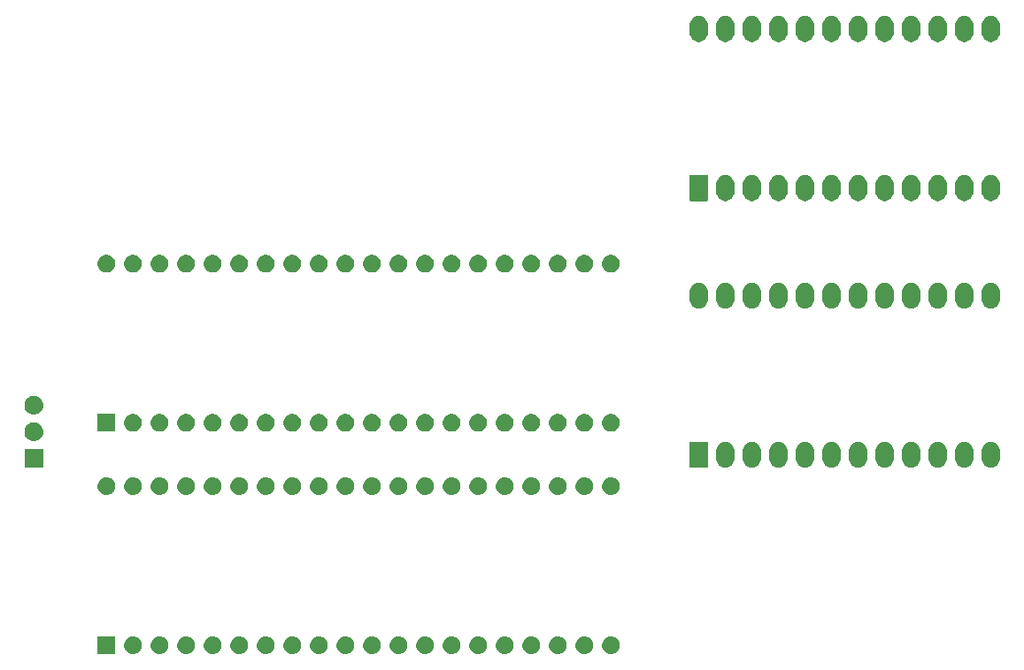
<source format=gbr>
%TF.GenerationSoftware,KiCad,Pcbnew,8.0.3*%
%TF.CreationDate,2024-06-29T10:30:53+02:00*%
%TF.ProjectId,adapter 8913-8910 triangle,61646170-7465-4722-9038-3931332d3839,rev?*%
%TF.SameCoordinates,Original*%
%TF.FileFunction,Soldermask,Top*%
%TF.FilePolarity,Negative*%
%FSLAX46Y46*%
G04 Gerber Fmt 4.6, Leading zero omitted, Abs format (unit mm)*
G04 Created by KiCad (PCBNEW 8.0.3) date 2024-06-29 10:30:53*
%MOMM*%
%LPD*%
G01*
G04 APERTURE LIST*
G04 APERTURE END LIST*
G36*
X86344517Y-107087882D02*
G01*
X86361062Y-107098938D01*
X86372118Y-107115483D01*
X86376000Y-107135000D01*
X86376000Y-108735000D01*
X86372118Y-108754517D01*
X86361062Y-108771062D01*
X86344517Y-108782118D01*
X86325000Y-108786000D01*
X84725000Y-108786000D01*
X84705483Y-108782118D01*
X84688938Y-108771062D01*
X84677882Y-108754517D01*
X84674000Y-108735000D01*
X84674000Y-107135000D01*
X84677882Y-107115483D01*
X84688938Y-107098938D01*
X84705483Y-107087882D01*
X84725000Y-107084000D01*
X86325000Y-107084000D01*
X86344517Y-107087882D01*
G37*
G36*
X88106199Y-107088662D02*
G01*
X88153954Y-107088662D01*
X88195194Y-107097427D01*
X88230901Y-107100945D01*
X88275759Y-107114552D01*
X88327973Y-107125651D01*
X88361384Y-107140526D01*
X88390435Y-107149339D01*
X88436602Y-107174015D01*
X88490500Y-107198012D01*
X88515554Y-107216215D01*
X88537453Y-107227920D01*
X88582128Y-107264584D01*
X88634430Y-107302584D01*
X88651411Y-107321443D01*
X88666320Y-107333679D01*
X88706387Y-107382501D01*
X88753473Y-107434795D01*
X88763364Y-107451927D01*
X88772079Y-107462546D01*
X88804306Y-107522840D01*
X88842427Y-107588867D01*
X88846813Y-107602368D01*
X88850660Y-107609564D01*
X88871861Y-107679455D01*
X88897404Y-107758067D01*
X88898303Y-107766623D01*
X88899054Y-107769098D01*
X88906371Y-107843389D01*
X88916000Y-107935000D01*
X88906370Y-108026619D01*
X88899054Y-108100901D01*
X88898303Y-108103375D01*
X88897404Y-108111933D01*
X88871856Y-108190558D01*
X88850660Y-108260435D01*
X88846814Y-108267629D01*
X88842427Y-108281133D01*
X88804299Y-108347172D01*
X88772079Y-108407453D01*
X88763366Y-108418069D01*
X88753473Y-108435205D01*
X88706378Y-108487509D01*
X88666320Y-108536320D01*
X88651414Y-108548552D01*
X88634430Y-108567416D01*
X88582118Y-108605423D01*
X88537453Y-108642079D01*
X88515559Y-108653780D01*
X88490500Y-108671988D01*
X88436591Y-108695989D01*
X88390435Y-108720660D01*
X88361391Y-108729470D01*
X88327973Y-108744349D01*
X88275748Y-108755449D01*
X88230901Y-108769054D01*
X88195203Y-108772570D01*
X88153954Y-108781338D01*
X88106188Y-108781338D01*
X88065000Y-108785395D01*
X88023811Y-108781338D01*
X87976046Y-108781338D01*
X87934797Y-108772570D01*
X87899098Y-108769054D01*
X87854248Y-108755448D01*
X87802027Y-108744349D01*
X87768610Y-108729471D01*
X87739564Y-108720660D01*
X87693402Y-108695986D01*
X87639500Y-108671988D01*
X87614443Y-108653783D01*
X87592546Y-108642079D01*
X87547873Y-108605416D01*
X87495570Y-108567416D01*
X87478588Y-108548555D01*
X87463679Y-108536320D01*
X87423610Y-108487496D01*
X87376527Y-108435205D01*
X87366636Y-108418073D01*
X87357920Y-108407453D01*
X87325687Y-108347148D01*
X87287573Y-108281133D01*
X87283186Y-108267634D01*
X87279339Y-108260435D01*
X87258128Y-108190512D01*
X87232596Y-108111933D01*
X87231697Y-108103380D01*
X87230945Y-108100901D01*
X87223613Y-108026467D01*
X87214000Y-107935000D01*
X87223612Y-107843540D01*
X87230945Y-107769098D01*
X87231697Y-107766618D01*
X87232596Y-107758067D01*
X87258123Y-107679502D01*
X87279339Y-107609564D01*
X87283187Y-107602363D01*
X87287573Y-107588867D01*
X87325680Y-107522863D01*
X87357920Y-107462546D01*
X87366638Y-107451923D01*
X87376527Y-107434795D01*
X87423601Y-107382513D01*
X87463679Y-107333679D01*
X87478591Y-107321440D01*
X87495570Y-107302584D01*
X87547862Y-107264591D01*
X87592546Y-107227920D01*
X87614448Y-107216213D01*
X87639500Y-107198012D01*
X87693391Y-107174018D01*
X87739564Y-107149339D01*
X87768617Y-107140525D01*
X87802027Y-107125651D01*
X87854237Y-107114553D01*
X87899098Y-107100945D01*
X87934806Y-107097427D01*
X87976046Y-107088662D01*
X88023801Y-107088662D01*
X88065000Y-107084604D01*
X88106199Y-107088662D01*
G37*
G36*
X90646199Y-107088662D02*
G01*
X90693954Y-107088662D01*
X90735194Y-107097427D01*
X90770901Y-107100945D01*
X90815759Y-107114552D01*
X90867973Y-107125651D01*
X90901384Y-107140526D01*
X90930435Y-107149339D01*
X90976602Y-107174015D01*
X91030500Y-107198012D01*
X91055554Y-107216215D01*
X91077453Y-107227920D01*
X91122128Y-107264584D01*
X91174430Y-107302584D01*
X91191411Y-107321443D01*
X91206320Y-107333679D01*
X91246387Y-107382501D01*
X91293473Y-107434795D01*
X91303364Y-107451927D01*
X91312079Y-107462546D01*
X91344306Y-107522840D01*
X91382427Y-107588867D01*
X91386813Y-107602368D01*
X91390660Y-107609564D01*
X91411861Y-107679455D01*
X91437404Y-107758067D01*
X91438303Y-107766623D01*
X91439054Y-107769098D01*
X91446371Y-107843389D01*
X91456000Y-107935000D01*
X91446370Y-108026619D01*
X91439054Y-108100901D01*
X91438303Y-108103375D01*
X91437404Y-108111933D01*
X91411856Y-108190558D01*
X91390660Y-108260435D01*
X91386814Y-108267629D01*
X91382427Y-108281133D01*
X91344299Y-108347172D01*
X91312079Y-108407453D01*
X91303366Y-108418069D01*
X91293473Y-108435205D01*
X91246378Y-108487509D01*
X91206320Y-108536320D01*
X91191414Y-108548552D01*
X91174430Y-108567416D01*
X91122118Y-108605423D01*
X91077453Y-108642079D01*
X91055559Y-108653780D01*
X91030500Y-108671988D01*
X90976591Y-108695989D01*
X90930435Y-108720660D01*
X90901391Y-108729470D01*
X90867973Y-108744349D01*
X90815748Y-108755449D01*
X90770901Y-108769054D01*
X90735203Y-108772570D01*
X90693954Y-108781338D01*
X90646188Y-108781338D01*
X90605000Y-108785395D01*
X90563811Y-108781338D01*
X90516046Y-108781338D01*
X90474797Y-108772570D01*
X90439098Y-108769054D01*
X90394248Y-108755448D01*
X90342027Y-108744349D01*
X90308610Y-108729471D01*
X90279564Y-108720660D01*
X90233402Y-108695986D01*
X90179500Y-108671988D01*
X90154443Y-108653783D01*
X90132546Y-108642079D01*
X90087873Y-108605416D01*
X90035570Y-108567416D01*
X90018588Y-108548555D01*
X90003679Y-108536320D01*
X89963610Y-108487496D01*
X89916527Y-108435205D01*
X89906636Y-108418073D01*
X89897920Y-108407453D01*
X89865687Y-108347148D01*
X89827573Y-108281133D01*
X89823186Y-108267634D01*
X89819339Y-108260435D01*
X89798128Y-108190512D01*
X89772596Y-108111933D01*
X89771697Y-108103380D01*
X89770945Y-108100901D01*
X89763613Y-108026467D01*
X89754000Y-107935000D01*
X89763612Y-107843540D01*
X89770945Y-107769098D01*
X89771697Y-107766618D01*
X89772596Y-107758067D01*
X89798123Y-107679502D01*
X89819339Y-107609564D01*
X89823187Y-107602363D01*
X89827573Y-107588867D01*
X89865680Y-107522863D01*
X89897920Y-107462546D01*
X89906638Y-107451923D01*
X89916527Y-107434795D01*
X89963601Y-107382513D01*
X90003679Y-107333679D01*
X90018591Y-107321440D01*
X90035570Y-107302584D01*
X90087862Y-107264591D01*
X90132546Y-107227920D01*
X90154448Y-107216213D01*
X90179500Y-107198012D01*
X90233391Y-107174018D01*
X90279564Y-107149339D01*
X90308617Y-107140525D01*
X90342027Y-107125651D01*
X90394237Y-107114553D01*
X90439098Y-107100945D01*
X90474806Y-107097427D01*
X90516046Y-107088662D01*
X90563801Y-107088662D01*
X90605000Y-107084604D01*
X90646199Y-107088662D01*
G37*
G36*
X93186199Y-107088662D02*
G01*
X93233954Y-107088662D01*
X93275194Y-107097427D01*
X93310901Y-107100945D01*
X93355759Y-107114552D01*
X93407973Y-107125651D01*
X93441384Y-107140526D01*
X93470435Y-107149339D01*
X93516602Y-107174015D01*
X93570500Y-107198012D01*
X93595554Y-107216215D01*
X93617453Y-107227920D01*
X93662128Y-107264584D01*
X93714430Y-107302584D01*
X93731411Y-107321443D01*
X93746320Y-107333679D01*
X93786387Y-107382501D01*
X93833473Y-107434795D01*
X93843364Y-107451927D01*
X93852079Y-107462546D01*
X93884306Y-107522840D01*
X93922427Y-107588867D01*
X93926813Y-107602368D01*
X93930660Y-107609564D01*
X93951861Y-107679455D01*
X93977404Y-107758067D01*
X93978303Y-107766623D01*
X93979054Y-107769098D01*
X93986371Y-107843389D01*
X93996000Y-107935000D01*
X93986370Y-108026619D01*
X93979054Y-108100901D01*
X93978303Y-108103375D01*
X93977404Y-108111933D01*
X93951856Y-108190558D01*
X93930660Y-108260435D01*
X93926814Y-108267629D01*
X93922427Y-108281133D01*
X93884299Y-108347172D01*
X93852079Y-108407453D01*
X93843366Y-108418069D01*
X93833473Y-108435205D01*
X93786378Y-108487509D01*
X93746320Y-108536320D01*
X93731414Y-108548552D01*
X93714430Y-108567416D01*
X93662118Y-108605423D01*
X93617453Y-108642079D01*
X93595559Y-108653780D01*
X93570500Y-108671988D01*
X93516591Y-108695989D01*
X93470435Y-108720660D01*
X93441391Y-108729470D01*
X93407973Y-108744349D01*
X93355748Y-108755449D01*
X93310901Y-108769054D01*
X93275203Y-108772570D01*
X93233954Y-108781338D01*
X93186188Y-108781338D01*
X93145000Y-108785395D01*
X93103811Y-108781338D01*
X93056046Y-108781338D01*
X93014797Y-108772570D01*
X92979098Y-108769054D01*
X92934248Y-108755448D01*
X92882027Y-108744349D01*
X92848610Y-108729471D01*
X92819564Y-108720660D01*
X92773402Y-108695986D01*
X92719500Y-108671988D01*
X92694443Y-108653783D01*
X92672546Y-108642079D01*
X92627873Y-108605416D01*
X92575570Y-108567416D01*
X92558588Y-108548555D01*
X92543679Y-108536320D01*
X92503610Y-108487496D01*
X92456527Y-108435205D01*
X92446636Y-108418073D01*
X92437920Y-108407453D01*
X92405687Y-108347148D01*
X92367573Y-108281133D01*
X92363186Y-108267634D01*
X92359339Y-108260435D01*
X92338128Y-108190512D01*
X92312596Y-108111933D01*
X92311697Y-108103380D01*
X92310945Y-108100901D01*
X92303613Y-108026467D01*
X92294000Y-107935000D01*
X92303612Y-107843540D01*
X92310945Y-107769098D01*
X92311697Y-107766618D01*
X92312596Y-107758067D01*
X92338123Y-107679502D01*
X92359339Y-107609564D01*
X92363187Y-107602363D01*
X92367573Y-107588867D01*
X92405680Y-107522863D01*
X92437920Y-107462546D01*
X92446638Y-107451923D01*
X92456527Y-107434795D01*
X92503601Y-107382513D01*
X92543679Y-107333679D01*
X92558591Y-107321440D01*
X92575570Y-107302584D01*
X92627862Y-107264591D01*
X92672546Y-107227920D01*
X92694448Y-107216213D01*
X92719500Y-107198012D01*
X92773391Y-107174018D01*
X92819564Y-107149339D01*
X92848617Y-107140525D01*
X92882027Y-107125651D01*
X92934237Y-107114553D01*
X92979098Y-107100945D01*
X93014806Y-107097427D01*
X93056046Y-107088662D01*
X93103801Y-107088662D01*
X93145000Y-107084604D01*
X93186199Y-107088662D01*
G37*
G36*
X95726199Y-107088662D02*
G01*
X95773954Y-107088662D01*
X95815194Y-107097427D01*
X95850901Y-107100945D01*
X95895759Y-107114552D01*
X95947973Y-107125651D01*
X95981384Y-107140526D01*
X96010435Y-107149339D01*
X96056602Y-107174015D01*
X96110500Y-107198012D01*
X96135554Y-107216215D01*
X96157453Y-107227920D01*
X96202128Y-107264584D01*
X96254430Y-107302584D01*
X96271411Y-107321443D01*
X96286320Y-107333679D01*
X96326387Y-107382501D01*
X96373473Y-107434795D01*
X96383364Y-107451927D01*
X96392079Y-107462546D01*
X96424306Y-107522840D01*
X96462427Y-107588867D01*
X96466813Y-107602368D01*
X96470660Y-107609564D01*
X96491861Y-107679455D01*
X96517404Y-107758067D01*
X96518303Y-107766623D01*
X96519054Y-107769098D01*
X96526371Y-107843389D01*
X96536000Y-107935000D01*
X96526370Y-108026619D01*
X96519054Y-108100901D01*
X96518303Y-108103375D01*
X96517404Y-108111933D01*
X96491856Y-108190558D01*
X96470660Y-108260435D01*
X96466814Y-108267629D01*
X96462427Y-108281133D01*
X96424299Y-108347172D01*
X96392079Y-108407453D01*
X96383366Y-108418069D01*
X96373473Y-108435205D01*
X96326378Y-108487509D01*
X96286320Y-108536320D01*
X96271414Y-108548552D01*
X96254430Y-108567416D01*
X96202118Y-108605423D01*
X96157453Y-108642079D01*
X96135559Y-108653780D01*
X96110500Y-108671988D01*
X96056591Y-108695989D01*
X96010435Y-108720660D01*
X95981391Y-108729470D01*
X95947973Y-108744349D01*
X95895748Y-108755449D01*
X95850901Y-108769054D01*
X95815203Y-108772570D01*
X95773954Y-108781338D01*
X95726188Y-108781338D01*
X95685000Y-108785395D01*
X95643811Y-108781338D01*
X95596046Y-108781338D01*
X95554797Y-108772570D01*
X95519098Y-108769054D01*
X95474248Y-108755448D01*
X95422027Y-108744349D01*
X95388610Y-108729471D01*
X95359564Y-108720660D01*
X95313402Y-108695986D01*
X95259500Y-108671988D01*
X95234443Y-108653783D01*
X95212546Y-108642079D01*
X95167873Y-108605416D01*
X95115570Y-108567416D01*
X95098588Y-108548555D01*
X95083679Y-108536320D01*
X95043610Y-108487496D01*
X94996527Y-108435205D01*
X94986636Y-108418073D01*
X94977920Y-108407453D01*
X94945687Y-108347148D01*
X94907573Y-108281133D01*
X94903186Y-108267634D01*
X94899339Y-108260435D01*
X94878128Y-108190512D01*
X94852596Y-108111933D01*
X94851697Y-108103380D01*
X94850945Y-108100901D01*
X94843613Y-108026467D01*
X94834000Y-107935000D01*
X94843612Y-107843540D01*
X94850945Y-107769098D01*
X94851697Y-107766618D01*
X94852596Y-107758067D01*
X94878123Y-107679502D01*
X94899339Y-107609564D01*
X94903187Y-107602363D01*
X94907573Y-107588867D01*
X94945680Y-107522863D01*
X94977920Y-107462546D01*
X94986638Y-107451923D01*
X94996527Y-107434795D01*
X95043601Y-107382513D01*
X95083679Y-107333679D01*
X95098591Y-107321440D01*
X95115570Y-107302584D01*
X95167862Y-107264591D01*
X95212546Y-107227920D01*
X95234448Y-107216213D01*
X95259500Y-107198012D01*
X95313391Y-107174018D01*
X95359564Y-107149339D01*
X95388617Y-107140525D01*
X95422027Y-107125651D01*
X95474237Y-107114553D01*
X95519098Y-107100945D01*
X95554806Y-107097427D01*
X95596046Y-107088662D01*
X95643801Y-107088662D01*
X95685000Y-107084604D01*
X95726199Y-107088662D01*
G37*
G36*
X98266199Y-107088662D02*
G01*
X98313954Y-107088662D01*
X98355194Y-107097427D01*
X98390901Y-107100945D01*
X98435759Y-107114552D01*
X98487973Y-107125651D01*
X98521384Y-107140526D01*
X98550435Y-107149339D01*
X98596602Y-107174015D01*
X98650500Y-107198012D01*
X98675554Y-107216215D01*
X98697453Y-107227920D01*
X98742128Y-107264584D01*
X98794430Y-107302584D01*
X98811411Y-107321443D01*
X98826320Y-107333679D01*
X98866387Y-107382501D01*
X98913473Y-107434795D01*
X98923364Y-107451927D01*
X98932079Y-107462546D01*
X98964306Y-107522840D01*
X99002427Y-107588867D01*
X99006813Y-107602368D01*
X99010660Y-107609564D01*
X99031861Y-107679455D01*
X99057404Y-107758067D01*
X99058303Y-107766623D01*
X99059054Y-107769098D01*
X99066371Y-107843389D01*
X99076000Y-107935000D01*
X99066370Y-108026619D01*
X99059054Y-108100901D01*
X99058303Y-108103375D01*
X99057404Y-108111933D01*
X99031856Y-108190558D01*
X99010660Y-108260435D01*
X99006814Y-108267629D01*
X99002427Y-108281133D01*
X98964299Y-108347172D01*
X98932079Y-108407453D01*
X98923366Y-108418069D01*
X98913473Y-108435205D01*
X98866378Y-108487509D01*
X98826320Y-108536320D01*
X98811414Y-108548552D01*
X98794430Y-108567416D01*
X98742118Y-108605423D01*
X98697453Y-108642079D01*
X98675559Y-108653780D01*
X98650500Y-108671988D01*
X98596591Y-108695989D01*
X98550435Y-108720660D01*
X98521391Y-108729470D01*
X98487973Y-108744349D01*
X98435748Y-108755449D01*
X98390901Y-108769054D01*
X98355203Y-108772570D01*
X98313954Y-108781338D01*
X98266188Y-108781338D01*
X98225000Y-108785395D01*
X98183811Y-108781338D01*
X98136046Y-108781338D01*
X98094797Y-108772570D01*
X98059098Y-108769054D01*
X98014248Y-108755448D01*
X97962027Y-108744349D01*
X97928610Y-108729471D01*
X97899564Y-108720660D01*
X97853402Y-108695986D01*
X97799500Y-108671988D01*
X97774443Y-108653783D01*
X97752546Y-108642079D01*
X97707873Y-108605416D01*
X97655570Y-108567416D01*
X97638588Y-108548555D01*
X97623679Y-108536320D01*
X97583610Y-108487496D01*
X97536527Y-108435205D01*
X97526636Y-108418073D01*
X97517920Y-108407453D01*
X97485687Y-108347148D01*
X97447573Y-108281133D01*
X97443186Y-108267634D01*
X97439339Y-108260435D01*
X97418128Y-108190512D01*
X97392596Y-108111933D01*
X97391697Y-108103380D01*
X97390945Y-108100901D01*
X97383613Y-108026467D01*
X97374000Y-107935000D01*
X97383612Y-107843540D01*
X97390945Y-107769098D01*
X97391697Y-107766618D01*
X97392596Y-107758067D01*
X97418123Y-107679502D01*
X97439339Y-107609564D01*
X97443187Y-107602363D01*
X97447573Y-107588867D01*
X97485680Y-107522863D01*
X97517920Y-107462546D01*
X97526638Y-107451923D01*
X97536527Y-107434795D01*
X97583601Y-107382513D01*
X97623679Y-107333679D01*
X97638591Y-107321440D01*
X97655570Y-107302584D01*
X97707862Y-107264591D01*
X97752546Y-107227920D01*
X97774448Y-107216213D01*
X97799500Y-107198012D01*
X97853391Y-107174018D01*
X97899564Y-107149339D01*
X97928617Y-107140525D01*
X97962027Y-107125651D01*
X98014237Y-107114553D01*
X98059098Y-107100945D01*
X98094806Y-107097427D01*
X98136046Y-107088662D01*
X98183801Y-107088662D01*
X98225000Y-107084604D01*
X98266199Y-107088662D01*
G37*
G36*
X100806199Y-107088662D02*
G01*
X100853954Y-107088662D01*
X100895194Y-107097427D01*
X100930901Y-107100945D01*
X100975759Y-107114552D01*
X101027973Y-107125651D01*
X101061384Y-107140526D01*
X101090435Y-107149339D01*
X101136602Y-107174015D01*
X101190500Y-107198012D01*
X101215554Y-107216215D01*
X101237453Y-107227920D01*
X101282128Y-107264584D01*
X101334430Y-107302584D01*
X101351411Y-107321443D01*
X101366320Y-107333679D01*
X101406387Y-107382501D01*
X101453473Y-107434795D01*
X101463364Y-107451927D01*
X101472079Y-107462546D01*
X101504306Y-107522840D01*
X101542427Y-107588867D01*
X101546813Y-107602368D01*
X101550660Y-107609564D01*
X101571861Y-107679455D01*
X101597404Y-107758067D01*
X101598303Y-107766623D01*
X101599054Y-107769098D01*
X101606371Y-107843389D01*
X101616000Y-107935000D01*
X101606370Y-108026619D01*
X101599054Y-108100901D01*
X101598303Y-108103375D01*
X101597404Y-108111933D01*
X101571856Y-108190558D01*
X101550660Y-108260435D01*
X101546814Y-108267629D01*
X101542427Y-108281133D01*
X101504299Y-108347172D01*
X101472079Y-108407453D01*
X101463366Y-108418069D01*
X101453473Y-108435205D01*
X101406378Y-108487509D01*
X101366320Y-108536320D01*
X101351414Y-108548552D01*
X101334430Y-108567416D01*
X101282118Y-108605423D01*
X101237453Y-108642079D01*
X101215559Y-108653780D01*
X101190500Y-108671988D01*
X101136591Y-108695989D01*
X101090435Y-108720660D01*
X101061391Y-108729470D01*
X101027973Y-108744349D01*
X100975748Y-108755449D01*
X100930901Y-108769054D01*
X100895203Y-108772570D01*
X100853954Y-108781338D01*
X100806188Y-108781338D01*
X100765000Y-108785395D01*
X100723811Y-108781338D01*
X100676046Y-108781338D01*
X100634797Y-108772570D01*
X100599098Y-108769054D01*
X100554248Y-108755448D01*
X100502027Y-108744349D01*
X100468610Y-108729471D01*
X100439564Y-108720660D01*
X100393402Y-108695986D01*
X100339500Y-108671988D01*
X100314443Y-108653783D01*
X100292546Y-108642079D01*
X100247873Y-108605416D01*
X100195570Y-108567416D01*
X100178588Y-108548555D01*
X100163679Y-108536320D01*
X100123610Y-108487496D01*
X100076527Y-108435205D01*
X100066636Y-108418073D01*
X100057920Y-108407453D01*
X100025687Y-108347148D01*
X99987573Y-108281133D01*
X99983186Y-108267634D01*
X99979339Y-108260435D01*
X99958128Y-108190512D01*
X99932596Y-108111933D01*
X99931697Y-108103380D01*
X99930945Y-108100901D01*
X99923613Y-108026467D01*
X99914000Y-107935000D01*
X99923612Y-107843540D01*
X99930945Y-107769098D01*
X99931697Y-107766618D01*
X99932596Y-107758067D01*
X99958123Y-107679502D01*
X99979339Y-107609564D01*
X99983187Y-107602363D01*
X99987573Y-107588867D01*
X100025680Y-107522863D01*
X100057920Y-107462546D01*
X100066638Y-107451923D01*
X100076527Y-107434795D01*
X100123601Y-107382513D01*
X100163679Y-107333679D01*
X100178591Y-107321440D01*
X100195570Y-107302584D01*
X100247862Y-107264591D01*
X100292546Y-107227920D01*
X100314448Y-107216213D01*
X100339500Y-107198012D01*
X100393391Y-107174018D01*
X100439564Y-107149339D01*
X100468617Y-107140525D01*
X100502027Y-107125651D01*
X100554237Y-107114553D01*
X100599098Y-107100945D01*
X100634806Y-107097427D01*
X100676046Y-107088662D01*
X100723801Y-107088662D01*
X100765000Y-107084604D01*
X100806199Y-107088662D01*
G37*
G36*
X103346199Y-107088662D02*
G01*
X103393954Y-107088662D01*
X103435194Y-107097427D01*
X103470901Y-107100945D01*
X103515759Y-107114552D01*
X103567973Y-107125651D01*
X103601384Y-107140526D01*
X103630435Y-107149339D01*
X103676602Y-107174015D01*
X103730500Y-107198012D01*
X103755554Y-107216215D01*
X103777453Y-107227920D01*
X103822128Y-107264584D01*
X103874430Y-107302584D01*
X103891411Y-107321443D01*
X103906320Y-107333679D01*
X103946387Y-107382501D01*
X103993473Y-107434795D01*
X104003364Y-107451927D01*
X104012079Y-107462546D01*
X104044306Y-107522840D01*
X104082427Y-107588867D01*
X104086813Y-107602368D01*
X104090660Y-107609564D01*
X104111861Y-107679455D01*
X104137404Y-107758067D01*
X104138303Y-107766623D01*
X104139054Y-107769098D01*
X104146371Y-107843389D01*
X104156000Y-107935000D01*
X104146370Y-108026619D01*
X104139054Y-108100901D01*
X104138303Y-108103375D01*
X104137404Y-108111933D01*
X104111856Y-108190558D01*
X104090660Y-108260435D01*
X104086814Y-108267629D01*
X104082427Y-108281133D01*
X104044299Y-108347172D01*
X104012079Y-108407453D01*
X104003366Y-108418069D01*
X103993473Y-108435205D01*
X103946378Y-108487509D01*
X103906320Y-108536320D01*
X103891414Y-108548552D01*
X103874430Y-108567416D01*
X103822118Y-108605423D01*
X103777453Y-108642079D01*
X103755559Y-108653780D01*
X103730500Y-108671988D01*
X103676591Y-108695989D01*
X103630435Y-108720660D01*
X103601391Y-108729470D01*
X103567973Y-108744349D01*
X103515748Y-108755449D01*
X103470901Y-108769054D01*
X103435203Y-108772570D01*
X103393954Y-108781338D01*
X103346188Y-108781338D01*
X103305000Y-108785395D01*
X103263811Y-108781338D01*
X103216046Y-108781338D01*
X103174797Y-108772570D01*
X103139098Y-108769054D01*
X103094248Y-108755448D01*
X103042027Y-108744349D01*
X103008610Y-108729471D01*
X102979564Y-108720660D01*
X102933402Y-108695986D01*
X102879500Y-108671988D01*
X102854443Y-108653783D01*
X102832546Y-108642079D01*
X102787873Y-108605416D01*
X102735570Y-108567416D01*
X102718588Y-108548555D01*
X102703679Y-108536320D01*
X102663610Y-108487496D01*
X102616527Y-108435205D01*
X102606636Y-108418073D01*
X102597920Y-108407453D01*
X102565687Y-108347148D01*
X102527573Y-108281133D01*
X102523186Y-108267634D01*
X102519339Y-108260435D01*
X102498128Y-108190512D01*
X102472596Y-108111933D01*
X102471697Y-108103380D01*
X102470945Y-108100901D01*
X102463613Y-108026467D01*
X102454000Y-107935000D01*
X102463612Y-107843540D01*
X102470945Y-107769098D01*
X102471697Y-107766618D01*
X102472596Y-107758067D01*
X102498123Y-107679502D01*
X102519339Y-107609564D01*
X102523187Y-107602363D01*
X102527573Y-107588867D01*
X102565680Y-107522863D01*
X102597920Y-107462546D01*
X102606638Y-107451923D01*
X102616527Y-107434795D01*
X102663601Y-107382513D01*
X102703679Y-107333679D01*
X102718591Y-107321440D01*
X102735570Y-107302584D01*
X102787862Y-107264591D01*
X102832546Y-107227920D01*
X102854448Y-107216213D01*
X102879500Y-107198012D01*
X102933391Y-107174018D01*
X102979564Y-107149339D01*
X103008617Y-107140525D01*
X103042027Y-107125651D01*
X103094237Y-107114553D01*
X103139098Y-107100945D01*
X103174806Y-107097427D01*
X103216046Y-107088662D01*
X103263801Y-107088662D01*
X103305000Y-107084604D01*
X103346199Y-107088662D01*
G37*
G36*
X105886199Y-107088662D02*
G01*
X105933954Y-107088662D01*
X105975194Y-107097427D01*
X106010901Y-107100945D01*
X106055759Y-107114552D01*
X106107973Y-107125651D01*
X106141384Y-107140526D01*
X106170435Y-107149339D01*
X106216602Y-107174015D01*
X106270500Y-107198012D01*
X106295554Y-107216215D01*
X106317453Y-107227920D01*
X106362128Y-107264584D01*
X106414430Y-107302584D01*
X106431411Y-107321443D01*
X106446320Y-107333679D01*
X106486387Y-107382501D01*
X106533473Y-107434795D01*
X106543364Y-107451927D01*
X106552079Y-107462546D01*
X106584306Y-107522840D01*
X106622427Y-107588867D01*
X106626813Y-107602368D01*
X106630660Y-107609564D01*
X106651861Y-107679455D01*
X106677404Y-107758067D01*
X106678303Y-107766623D01*
X106679054Y-107769098D01*
X106686371Y-107843389D01*
X106696000Y-107935000D01*
X106686370Y-108026619D01*
X106679054Y-108100901D01*
X106678303Y-108103375D01*
X106677404Y-108111933D01*
X106651856Y-108190558D01*
X106630660Y-108260435D01*
X106626814Y-108267629D01*
X106622427Y-108281133D01*
X106584299Y-108347172D01*
X106552079Y-108407453D01*
X106543366Y-108418069D01*
X106533473Y-108435205D01*
X106486378Y-108487509D01*
X106446320Y-108536320D01*
X106431414Y-108548552D01*
X106414430Y-108567416D01*
X106362118Y-108605423D01*
X106317453Y-108642079D01*
X106295559Y-108653780D01*
X106270500Y-108671988D01*
X106216591Y-108695989D01*
X106170435Y-108720660D01*
X106141391Y-108729470D01*
X106107973Y-108744349D01*
X106055748Y-108755449D01*
X106010901Y-108769054D01*
X105975203Y-108772570D01*
X105933954Y-108781338D01*
X105886188Y-108781338D01*
X105845000Y-108785395D01*
X105803811Y-108781338D01*
X105756046Y-108781338D01*
X105714797Y-108772570D01*
X105679098Y-108769054D01*
X105634248Y-108755448D01*
X105582027Y-108744349D01*
X105548610Y-108729471D01*
X105519564Y-108720660D01*
X105473402Y-108695986D01*
X105419500Y-108671988D01*
X105394443Y-108653783D01*
X105372546Y-108642079D01*
X105327873Y-108605416D01*
X105275570Y-108567416D01*
X105258588Y-108548555D01*
X105243679Y-108536320D01*
X105203610Y-108487496D01*
X105156527Y-108435205D01*
X105146636Y-108418073D01*
X105137920Y-108407453D01*
X105105687Y-108347148D01*
X105067573Y-108281133D01*
X105063186Y-108267634D01*
X105059339Y-108260435D01*
X105038128Y-108190512D01*
X105012596Y-108111933D01*
X105011697Y-108103380D01*
X105010945Y-108100901D01*
X105003613Y-108026467D01*
X104994000Y-107935000D01*
X105003612Y-107843540D01*
X105010945Y-107769098D01*
X105011697Y-107766618D01*
X105012596Y-107758067D01*
X105038123Y-107679502D01*
X105059339Y-107609564D01*
X105063187Y-107602363D01*
X105067573Y-107588867D01*
X105105680Y-107522863D01*
X105137920Y-107462546D01*
X105146638Y-107451923D01*
X105156527Y-107434795D01*
X105203601Y-107382513D01*
X105243679Y-107333679D01*
X105258591Y-107321440D01*
X105275570Y-107302584D01*
X105327862Y-107264591D01*
X105372546Y-107227920D01*
X105394448Y-107216213D01*
X105419500Y-107198012D01*
X105473391Y-107174018D01*
X105519564Y-107149339D01*
X105548617Y-107140525D01*
X105582027Y-107125651D01*
X105634237Y-107114553D01*
X105679098Y-107100945D01*
X105714806Y-107097427D01*
X105756046Y-107088662D01*
X105803801Y-107088662D01*
X105845000Y-107084604D01*
X105886199Y-107088662D01*
G37*
G36*
X108426199Y-107088662D02*
G01*
X108473954Y-107088662D01*
X108515194Y-107097427D01*
X108550901Y-107100945D01*
X108595759Y-107114552D01*
X108647973Y-107125651D01*
X108681384Y-107140526D01*
X108710435Y-107149339D01*
X108756602Y-107174015D01*
X108810500Y-107198012D01*
X108835554Y-107216215D01*
X108857453Y-107227920D01*
X108902128Y-107264584D01*
X108954430Y-107302584D01*
X108971411Y-107321443D01*
X108986320Y-107333679D01*
X109026387Y-107382501D01*
X109073473Y-107434795D01*
X109083364Y-107451927D01*
X109092079Y-107462546D01*
X109124306Y-107522840D01*
X109162427Y-107588867D01*
X109166813Y-107602368D01*
X109170660Y-107609564D01*
X109191861Y-107679455D01*
X109217404Y-107758067D01*
X109218303Y-107766623D01*
X109219054Y-107769098D01*
X109226371Y-107843389D01*
X109236000Y-107935000D01*
X109226370Y-108026619D01*
X109219054Y-108100901D01*
X109218303Y-108103375D01*
X109217404Y-108111933D01*
X109191856Y-108190558D01*
X109170660Y-108260435D01*
X109166814Y-108267629D01*
X109162427Y-108281133D01*
X109124299Y-108347172D01*
X109092079Y-108407453D01*
X109083366Y-108418069D01*
X109073473Y-108435205D01*
X109026378Y-108487509D01*
X108986320Y-108536320D01*
X108971414Y-108548552D01*
X108954430Y-108567416D01*
X108902118Y-108605423D01*
X108857453Y-108642079D01*
X108835559Y-108653780D01*
X108810500Y-108671988D01*
X108756591Y-108695989D01*
X108710435Y-108720660D01*
X108681391Y-108729470D01*
X108647973Y-108744349D01*
X108595748Y-108755449D01*
X108550901Y-108769054D01*
X108515203Y-108772570D01*
X108473954Y-108781338D01*
X108426188Y-108781338D01*
X108385000Y-108785395D01*
X108343811Y-108781338D01*
X108296046Y-108781338D01*
X108254797Y-108772570D01*
X108219098Y-108769054D01*
X108174248Y-108755448D01*
X108122027Y-108744349D01*
X108088610Y-108729471D01*
X108059564Y-108720660D01*
X108013402Y-108695986D01*
X107959500Y-108671988D01*
X107934443Y-108653783D01*
X107912546Y-108642079D01*
X107867873Y-108605416D01*
X107815570Y-108567416D01*
X107798588Y-108548555D01*
X107783679Y-108536320D01*
X107743610Y-108487496D01*
X107696527Y-108435205D01*
X107686636Y-108418073D01*
X107677920Y-108407453D01*
X107645687Y-108347148D01*
X107607573Y-108281133D01*
X107603186Y-108267634D01*
X107599339Y-108260435D01*
X107578128Y-108190512D01*
X107552596Y-108111933D01*
X107551697Y-108103380D01*
X107550945Y-108100901D01*
X107543613Y-108026467D01*
X107534000Y-107935000D01*
X107543612Y-107843540D01*
X107550945Y-107769098D01*
X107551697Y-107766618D01*
X107552596Y-107758067D01*
X107578123Y-107679502D01*
X107599339Y-107609564D01*
X107603187Y-107602363D01*
X107607573Y-107588867D01*
X107645680Y-107522863D01*
X107677920Y-107462546D01*
X107686638Y-107451923D01*
X107696527Y-107434795D01*
X107743601Y-107382513D01*
X107783679Y-107333679D01*
X107798591Y-107321440D01*
X107815570Y-107302584D01*
X107867862Y-107264591D01*
X107912546Y-107227920D01*
X107934448Y-107216213D01*
X107959500Y-107198012D01*
X108013391Y-107174018D01*
X108059564Y-107149339D01*
X108088617Y-107140525D01*
X108122027Y-107125651D01*
X108174237Y-107114553D01*
X108219098Y-107100945D01*
X108254806Y-107097427D01*
X108296046Y-107088662D01*
X108343801Y-107088662D01*
X108385000Y-107084604D01*
X108426199Y-107088662D01*
G37*
G36*
X110966199Y-107088662D02*
G01*
X111013954Y-107088662D01*
X111055194Y-107097427D01*
X111090901Y-107100945D01*
X111135759Y-107114552D01*
X111187973Y-107125651D01*
X111221384Y-107140526D01*
X111250435Y-107149339D01*
X111296602Y-107174015D01*
X111350500Y-107198012D01*
X111375554Y-107216215D01*
X111397453Y-107227920D01*
X111442128Y-107264584D01*
X111494430Y-107302584D01*
X111511411Y-107321443D01*
X111526320Y-107333679D01*
X111566387Y-107382501D01*
X111613473Y-107434795D01*
X111623364Y-107451927D01*
X111632079Y-107462546D01*
X111664306Y-107522840D01*
X111702427Y-107588867D01*
X111706813Y-107602368D01*
X111710660Y-107609564D01*
X111731861Y-107679455D01*
X111757404Y-107758067D01*
X111758303Y-107766623D01*
X111759054Y-107769098D01*
X111766371Y-107843389D01*
X111776000Y-107935000D01*
X111766370Y-108026619D01*
X111759054Y-108100901D01*
X111758303Y-108103375D01*
X111757404Y-108111933D01*
X111731856Y-108190558D01*
X111710660Y-108260435D01*
X111706814Y-108267629D01*
X111702427Y-108281133D01*
X111664299Y-108347172D01*
X111632079Y-108407453D01*
X111623366Y-108418069D01*
X111613473Y-108435205D01*
X111566378Y-108487509D01*
X111526320Y-108536320D01*
X111511414Y-108548552D01*
X111494430Y-108567416D01*
X111442118Y-108605423D01*
X111397453Y-108642079D01*
X111375559Y-108653780D01*
X111350500Y-108671988D01*
X111296591Y-108695989D01*
X111250435Y-108720660D01*
X111221391Y-108729470D01*
X111187973Y-108744349D01*
X111135748Y-108755449D01*
X111090901Y-108769054D01*
X111055203Y-108772570D01*
X111013954Y-108781338D01*
X110966188Y-108781338D01*
X110925000Y-108785395D01*
X110883811Y-108781338D01*
X110836046Y-108781338D01*
X110794797Y-108772570D01*
X110759098Y-108769054D01*
X110714248Y-108755448D01*
X110662027Y-108744349D01*
X110628610Y-108729471D01*
X110599564Y-108720660D01*
X110553402Y-108695986D01*
X110499500Y-108671988D01*
X110474443Y-108653783D01*
X110452546Y-108642079D01*
X110407873Y-108605416D01*
X110355570Y-108567416D01*
X110338588Y-108548555D01*
X110323679Y-108536320D01*
X110283610Y-108487496D01*
X110236527Y-108435205D01*
X110226636Y-108418073D01*
X110217920Y-108407453D01*
X110185687Y-108347148D01*
X110147573Y-108281133D01*
X110143186Y-108267634D01*
X110139339Y-108260435D01*
X110118128Y-108190512D01*
X110092596Y-108111933D01*
X110091697Y-108103380D01*
X110090945Y-108100901D01*
X110083613Y-108026467D01*
X110074000Y-107935000D01*
X110083612Y-107843540D01*
X110090945Y-107769098D01*
X110091697Y-107766618D01*
X110092596Y-107758067D01*
X110118123Y-107679502D01*
X110139339Y-107609564D01*
X110143187Y-107602363D01*
X110147573Y-107588867D01*
X110185680Y-107522863D01*
X110217920Y-107462546D01*
X110226638Y-107451923D01*
X110236527Y-107434795D01*
X110283601Y-107382513D01*
X110323679Y-107333679D01*
X110338591Y-107321440D01*
X110355570Y-107302584D01*
X110407862Y-107264591D01*
X110452546Y-107227920D01*
X110474448Y-107216213D01*
X110499500Y-107198012D01*
X110553391Y-107174018D01*
X110599564Y-107149339D01*
X110628617Y-107140525D01*
X110662027Y-107125651D01*
X110714237Y-107114553D01*
X110759098Y-107100945D01*
X110794806Y-107097427D01*
X110836046Y-107088662D01*
X110883801Y-107088662D01*
X110925000Y-107084604D01*
X110966199Y-107088662D01*
G37*
G36*
X113506199Y-107088662D02*
G01*
X113553954Y-107088662D01*
X113595194Y-107097427D01*
X113630901Y-107100945D01*
X113675759Y-107114552D01*
X113727973Y-107125651D01*
X113761384Y-107140526D01*
X113790435Y-107149339D01*
X113836602Y-107174015D01*
X113890500Y-107198012D01*
X113915554Y-107216215D01*
X113937453Y-107227920D01*
X113982128Y-107264584D01*
X114034430Y-107302584D01*
X114051411Y-107321443D01*
X114066320Y-107333679D01*
X114106387Y-107382501D01*
X114153473Y-107434795D01*
X114163364Y-107451927D01*
X114172079Y-107462546D01*
X114204306Y-107522840D01*
X114242427Y-107588867D01*
X114246813Y-107602368D01*
X114250660Y-107609564D01*
X114271861Y-107679455D01*
X114297404Y-107758067D01*
X114298303Y-107766623D01*
X114299054Y-107769098D01*
X114306371Y-107843389D01*
X114316000Y-107935000D01*
X114306370Y-108026619D01*
X114299054Y-108100901D01*
X114298303Y-108103375D01*
X114297404Y-108111933D01*
X114271856Y-108190558D01*
X114250660Y-108260435D01*
X114246814Y-108267629D01*
X114242427Y-108281133D01*
X114204299Y-108347172D01*
X114172079Y-108407453D01*
X114163366Y-108418069D01*
X114153473Y-108435205D01*
X114106378Y-108487509D01*
X114066320Y-108536320D01*
X114051414Y-108548552D01*
X114034430Y-108567416D01*
X113982118Y-108605423D01*
X113937453Y-108642079D01*
X113915559Y-108653780D01*
X113890500Y-108671988D01*
X113836591Y-108695989D01*
X113790435Y-108720660D01*
X113761391Y-108729470D01*
X113727973Y-108744349D01*
X113675748Y-108755449D01*
X113630901Y-108769054D01*
X113595203Y-108772570D01*
X113553954Y-108781338D01*
X113506188Y-108781338D01*
X113465000Y-108785395D01*
X113423811Y-108781338D01*
X113376046Y-108781338D01*
X113334797Y-108772570D01*
X113299098Y-108769054D01*
X113254248Y-108755448D01*
X113202027Y-108744349D01*
X113168610Y-108729471D01*
X113139564Y-108720660D01*
X113093402Y-108695986D01*
X113039500Y-108671988D01*
X113014443Y-108653783D01*
X112992546Y-108642079D01*
X112947873Y-108605416D01*
X112895570Y-108567416D01*
X112878588Y-108548555D01*
X112863679Y-108536320D01*
X112823610Y-108487496D01*
X112776527Y-108435205D01*
X112766636Y-108418073D01*
X112757920Y-108407453D01*
X112725687Y-108347148D01*
X112687573Y-108281133D01*
X112683186Y-108267634D01*
X112679339Y-108260435D01*
X112658128Y-108190512D01*
X112632596Y-108111933D01*
X112631697Y-108103380D01*
X112630945Y-108100901D01*
X112623613Y-108026467D01*
X112614000Y-107935000D01*
X112623612Y-107843540D01*
X112630945Y-107769098D01*
X112631697Y-107766618D01*
X112632596Y-107758067D01*
X112658123Y-107679502D01*
X112679339Y-107609564D01*
X112683187Y-107602363D01*
X112687573Y-107588867D01*
X112725680Y-107522863D01*
X112757920Y-107462546D01*
X112766638Y-107451923D01*
X112776527Y-107434795D01*
X112823601Y-107382513D01*
X112863679Y-107333679D01*
X112878591Y-107321440D01*
X112895570Y-107302584D01*
X112947862Y-107264591D01*
X112992546Y-107227920D01*
X113014448Y-107216213D01*
X113039500Y-107198012D01*
X113093391Y-107174018D01*
X113139564Y-107149339D01*
X113168617Y-107140525D01*
X113202027Y-107125651D01*
X113254237Y-107114553D01*
X113299098Y-107100945D01*
X113334806Y-107097427D01*
X113376046Y-107088662D01*
X113423801Y-107088662D01*
X113465000Y-107084604D01*
X113506199Y-107088662D01*
G37*
G36*
X116046199Y-107088662D02*
G01*
X116093954Y-107088662D01*
X116135194Y-107097427D01*
X116170901Y-107100945D01*
X116215759Y-107114552D01*
X116267973Y-107125651D01*
X116301384Y-107140526D01*
X116330435Y-107149339D01*
X116376602Y-107174015D01*
X116430500Y-107198012D01*
X116455554Y-107216215D01*
X116477453Y-107227920D01*
X116522128Y-107264584D01*
X116574430Y-107302584D01*
X116591411Y-107321443D01*
X116606320Y-107333679D01*
X116646387Y-107382501D01*
X116693473Y-107434795D01*
X116703364Y-107451927D01*
X116712079Y-107462546D01*
X116744306Y-107522840D01*
X116782427Y-107588867D01*
X116786813Y-107602368D01*
X116790660Y-107609564D01*
X116811861Y-107679455D01*
X116837404Y-107758067D01*
X116838303Y-107766623D01*
X116839054Y-107769098D01*
X116846371Y-107843389D01*
X116856000Y-107935000D01*
X116846370Y-108026619D01*
X116839054Y-108100901D01*
X116838303Y-108103375D01*
X116837404Y-108111933D01*
X116811856Y-108190558D01*
X116790660Y-108260435D01*
X116786814Y-108267629D01*
X116782427Y-108281133D01*
X116744299Y-108347172D01*
X116712079Y-108407453D01*
X116703366Y-108418069D01*
X116693473Y-108435205D01*
X116646378Y-108487509D01*
X116606320Y-108536320D01*
X116591414Y-108548552D01*
X116574430Y-108567416D01*
X116522118Y-108605423D01*
X116477453Y-108642079D01*
X116455559Y-108653780D01*
X116430500Y-108671988D01*
X116376591Y-108695989D01*
X116330435Y-108720660D01*
X116301391Y-108729470D01*
X116267973Y-108744349D01*
X116215748Y-108755449D01*
X116170901Y-108769054D01*
X116135203Y-108772570D01*
X116093954Y-108781338D01*
X116046188Y-108781338D01*
X116005000Y-108785395D01*
X115963811Y-108781338D01*
X115916046Y-108781338D01*
X115874797Y-108772570D01*
X115839098Y-108769054D01*
X115794248Y-108755448D01*
X115742027Y-108744349D01*
X115708610Y-108729471D01*
X115679564Y-108720660D01*
X115633402Y-108695986D01*
X115579500Y-108671988D01*
X115554443Y-108653783D01*
X115532546Y-108642079D01*
X115487873Y-108605416D01*
X115435570Y-108567416D01*
X115418588Y-108548555D01*
X115403679Y-108536320D01*
X115363610Y-108487496D01*
X115316527Y-108435205D01*
X115306636Y-108418073D01*
X115297920Y-108407453D01*
X115265687Y-108347148D01*
X115227573Y-108281133D01*
X115223186Y-108267634D01*
X115219339Y-108260435D01*
X115198128Y-108190512D01*
X115172596Y-108111933D01*
X115171697Y-108103380D01*
X115170945Y-108100901D01*
X115163613Y-108026467D01*
X115154000Y-107935000D01*
X115163612Y-107843540D01*
X115170945Y-107769098D01*
X115171697Y-107766618D01*
X115172596Y-107758067D01*
X115198123Y-107679502D01*
X115219339Y-107609564D01*
X115223187Y-107602363D01*
X115227573Y-107588867D01*
X115265680Y-107522863D01*
X115297920Y-107462546D01*
X115306638Y-107451923D01*
X115316527Y-107434795D01*
X115363601Y-107382513D01*
X115403679Y-107333679D01*
X115418591Y-107321440D01*
X115435570Y-107302584D01*
X115487862Y-107264591D01*
X115532546Y-107227920D01*
X115554448Y-107216213D01*
X115579500Y-107198012D01*
X115633391Y-107174018D01*
X115679564Y-107149339D01*
X115708617Y-107140525D01*
X115742027Y-107125651D01*
X115794237Y-107114553D01*
X115839098Y-107100945D01*
X115874806Y-107097427D01*
X115916046Y-107088662D01*
X115963801Y-107088662D01*
X116005000Y-107084604D01*
X116046199Y-107088662D01*
G37*
G36*
X118586199Y-107088662D02*
G01*
X118633954Y-107088662D01*
X118675194Y-107097427D01*
X118710901Y-107100945D01*
X118755759Y-107114552D01*
X118807973Y-107125651D01*
X118841384Y-107140526D01*
X118870435Y-107149339D01*
X118916602Y-107174015D01*
X118970500Y-107198012D01*
X118995554Y-107216215D01*
X119017453Y-107227920D01*
X119062128Y-107264584D01*
X119114430Y-107302584D01*
X119131411Y-107321443D01*
X119146320Y-107333679D01*
X119186387Y-107382501D01*
X119233473Y-107434795D01*
X119243364Y-107451927D01*
X119252079Y-107462546D01*
X119284306Y-107522840D01*
X119322427Y-107588867D01*
X119326813Y-107602368D01*
X119330660Y-107609564D01*
X119351861Y-107679455D01*
X119377404Y-107758067D01*
X119378303Y-107766623D01*
X119379054Y-107769098D01*
X119386371Y-107843389D01*
X119396000Y-107935000D01*
X119386370Y-108026619D01*
X119379054Y-108100901D01*
X119378303Y-108103375D01*
X119377404Y-108111933D01*
X119351856Y-108190558D01*
X119330660Y-108260435D01*
X119326814Y-108267629D01*
X119322427Y-108281133D01*
X119284299Y-108347172D01*
X119252079Y-108407453D01*
X119243366Y-108418069D01*
X119233473Y-108435205D01*
X119186378Y-108487509D01*
X119146320Y-108536320D01*
X119131414Y-108548552D01*
X119114430Y-108567416D01*
X119062118Y-108605423D01*
X119017453Y-108642079D01*
X118995559Y-108653780D01*
X118970500Y-108671988D01*
X118916591Y-108695989D01*
X118870435Y-108720660D01*
X118841391Y-108729470D01*
X118807973Y-108744349D01*
X118755748Y-108755449D01*
X118710901Y-108769054D01*
X118675203Y-108772570D01*
X118633954Y-108781338D01*
X118586188Y-108781338D01*
X118545000Y-108785395D01*
X118503811Y-108781338D01*
X118456046Y-108781338D01*
X118414797Y-108772570D01*
X118379098Y-108769054D01*
X118334248Y-108755448D01*
X118282027Y-108744349D01*
X118248610Y-108729471D01*
X118219564Y-108720660D01*
X118173402Y-108695986D01*
X118119500Y-108671988D01*
X118094443Y-108653783D01*
X118072546Y-108642079D01*
X118027873Y-108605416D01*
X117975570Y-108567416D01*
X117958588Y-108548555D01*
X117943679Y-108536320D01*
X117903610Y-108487496D01*
X117856527Y-108435205D01*
X117846636Y-108418073D01*
X117837920Y-108407453D01*
X117805687Y-108347148D01*
X117767573Y-108281133D01*
X117763186Y-108267634D01*
X117759339Y-108260435D01*
X117738128Y-108190512D01*
X117712596Y-108111933D01*
X117711697Y-108103380D01*
X117710945Y-108100901D01*
X117703613Y-108026467D01*
X117694000Y-107935000D01*
X117703612Y-107843540D01*
X117710945Y-107769098D01*
X117711697Y-107766618D01*
X117712596Y-107758067D01*
X117738123Y-107679502D01*
X117759339Y-107609564D01*
X117763187Y-107602363D01*
X117767573Y-107588867D01*
X117805680Y-107522863D01*
X117837920Y-107462546D01*
X117846638Y-107451923D01*
X117856527Y-107434795D01*
X117903601Y-107382513D01*
X117943679Y-107333679D01*
X117958591Y-107321440D01*
X117975570Y-107302584D01*
X118027862Y-107264591D01*
X118072546Y-107227920D01*
X118094448Y-107216213D01*
X118119500Y-107198012D01*
X118173391Y-107174018D01*
X118219564Y-107149339D01*
X118248617Y-107140525D01*
X118282027Y-107125651D01*
X118334237Y-107114553D01*
X118379098Y-107100945D01*
X118414806Y-107097427D01*
X118456046Y-107088662D01*
X118503801Y-107088662D01*
X118545000Y-107084604D01*
X118586199Y-107088662D01*
G37*
G36*
X121126199Y-107088662D02*
G01*
X121173954Y-107088662D01*
X121215194Y-107097427D01*
X121250901Y-107100945D01*
X121295759Y-107114552D01*
X121347973Y-107125651D01*
X121381384Y-107140526D01*
X121410435Y-107149339D01*
X121456602Y-107174015D01*
X121510500Y-107198012D01*
X121535554Y-107216215D01*
X121557453Y-107227920D01*
X121602128Y-107264584D01*
X121654430Y-107302584D01*
X121671411Y-107321443D01*
X121686320Y-107333679D01*
X121726387Y-107382501D01*
X121773473Y-107434795D01*
X121783364Y-107451927D01*
X121792079Y-107462546D01*
X121824306Y-107522840D01*
X121862427Y-107588867D01*
X121866813Y-107602368D01*
X121870660Y-107609564D01*
X121891861Y-107679455D01*
X121917404Y-107758067D01*
X121918303Y-107766623D01*
X121919054Y-107769098D01*
X121926371Y-107843389D01*
X121936000Y-107935000D01*
X121926370Y-108026619D01*
X121919054Y-108100901D01*
X121918303Y-108103375D01*
X121917404Y-108111933D01*
X121891856Y-108190558D01*
X121870660Y-108260435D01*
X121866814Y-108267629D01*
X121862427Y-108281133D01*
X121824299Y-108347172D01*
X121792079Y-108407453D01*
X121783366Y-108418069D01*
X121773473Y-108435205D01*
X121726378Y-108487509D01*
X121686320Y-108536320D01*
X121671414Y-108548552D01*
X121654430Y-108567416D01*
X121602118Y-108605423D01*
X121557453Y-108642079D01*
X121535559Y-108653780D01*
X121510500Y-108671988D01*
X121456591Y-108695989D01*
X121410435Y-108720660D01*
X121381391Y-108729470D01*
X121347973Y-108744349D01*
X121295748Y-108755449D01*
X121250901Y-108769054D01*
X121215203Y-108772570D01*
X121173954Y-108781338D01*
X121126188Y-108781338D01*
X121085000Y-108785395D01*
X121043811Y-108781338D01*
X120996046Y-108781338D01*
X120954797Y-108772570D01*
X120919098Y-108769054D01*
X120874248Y-108755448D01*
X120822027Y-108744349D01*
X120788610Y-108729471D01*
X120759564Y-108720660D01*
X120713402Y-108695986D01*
X120659500Y-108671988D01*
X120634443Y-108653783D01*
X120612546Y-108642079D01*
X120567873Y-108605416D01*
X120515570Y-108567416D01*
X120498588Y-108548555D01*
X120483679Y-108536320D01*
X120443610Y-108487496D01*
X120396527Y-108435205D01*
X120386636Y-108418073D01*
X120377920Y-108407453D01*
X120345687Y-108347148D01*
X120307573Y-108281133D01*
X120303186Y-108267634D01*
X120299339Y-108260435D01*
X120278128Y-108190512D01*
X120252596Y-108111933D01*
X120251697Y-108103380D01*
X120250945Y-108100901D01*
X120243613Y-108026467D01*
X120234000Y-107935000D01*
X120243612Y-107843540D01*
X120250945Y-107769098D01*
X120251697Y-107766618D01*
X120252596Y-107758067D01*
X120278123Y-107679502D01*
X120299339Y-107609564D01*
X120303187Y-107602363D01*
X120307573Y-107588867D01*
X120345680Y-107522863D01*
X120377920Y-107462546D01*
X120386638Y-107451923D01*
X120396527Y-107434795D01*
X120443601Y-107382513D01*
X120483679Y-107333679D01*
X120498591Y-107321440D01*
X120515570Y-107302584D01*
X120567862Y-107264591D01*
X120612546Y-107227920D01*
X120634448Y-107216213D01*
X120659500Y-107198012D01*
X120713391Y-107174018D01*
X120759564Y-107149339D01*
X120788617Y-107140525D01*
X120822027Y-107125651D01*
X120874237Y-107114553D01*
X120919098Y-107100945D01*
X120954806Y-107097427D01*
X120996046Y-107088662D01*
X121043801Y-107088662D01*
X121085000Y-107084604D01*
X121126199Y-107088662D01*
G37*
G36*
X123666199Y-107088662D02*
G01*
X123713954Y-107088662D01*
X123755194Y-107097427D01*
X123790901Y-107100945D01*
X123835759Y-107114552D01*
X123887973Y-107125651D01*
X123921384Y-107140526D01*
X123950435Y-107149339D01*
X123996602Y-107174015D01*
X124050500Y-107198012D01*
X124075554Y-107216215D01*
X124097453Y-107227920D01*
X124142128Y-107264584D01*
X124194430Y-107302584D01*
X124211411Y-107321443D01*
X124226320Y-107333679D01*
X124266387Y-107382501D01*
X124313473Y-107434795D01*
X124323364Y-107451927D01*
X124332079Y-107462546D01*
X124364306Y-107522840D01*
X124402427Y-107588867D01*
X124406813Y-107602368D01*
X124410660Y-107609564D01*
X124431861Y-107679455D01*
X124457404Y-107758067D01*
X124458303Y-107766623D01*
X124459054Y-107769098D01*
X124466371Y-107843389D01*
X124476000Y-107935000D01*
X124466370Y-108026619D01*
X124459054Y-108100901D01*
X124458303Y-108103375D01*
X124457404Y-108111933D01*
X124431856Y-108190558D01*
X124410660Y-108260435D01*
X124406814Y-108267629D01*
X124402427Y-108281133D01*
X124364299Y-108347172D01*
X124332079Y-108407453D01*
X124323366Y-108418069D01*
X124313473Y-108435205D01*
X124266378Y-108487509D01*
X124226320Y-108536320D01*
X124211414Y-108548552D01*
X124194430Y-108567416D01*
X124142118Y-108605423D01*
X124097453Y-108642079D01*
X124075559Y-108653780D01*
X124050500Y-108671988D01*
X123996591Y-108695989D01*
X123950435Y-108720660D01*
X123921391Y-108729470D01*
X123887973Y-108744349D01*
X123835748Y-108755449D01*
X123790901Y-108769054D01*
X123755203Y-108772570D01*
X123713954Y-108781338D01*
X123666188Y-108781338D01*
X123625000Y-108785395D01*
X123583811Y-108781338D01*
X123536046Y-108781338D01*
X123494797Y-108772570D01*
X123459098Y-108769054D01*
X123414248Y-108755448D01*
X123362027Y-108744349D01*
X123328610Y-108729471D01*
X123299564Y-108720660D01*
X123253402Y-108695986D01*
X123199500Y-108671988D01*
X123174443Y-108653783D01*
X123152546Y-108642079D01*
X123107873Y-108605416D01*
X123055570Y-108567416D01*
X123038588Y-108548555D01*
X123023679Y-108536320D01*
X122983610Y-108487496D01*
X122936527Y-108435205D01*
X122926636Y-108418073D01*
X122917920Y-108407453D01*
X122885687Y-108347148D01*
X122847573Y-108281133D01*
X122843186Y-108267634D01*
X122839339Y-108260435D01*
X122818128Y-108190512D01*
X122792596Y-108111933D01*
X122791697Y-108103380D01*
X122790945Y-108100901D01*
X122783613Y-108026467D01*
X122774000Y-107935000D01*
X122783612Y-107843540D01*
X122790945Y-107769098D01*
X122791697Y-107766618D01*
X122792596Y-107758067D01*
X122818123Y-107679502D01*
X122839339Y-107609564D01*
X122843187Y-107602363D01*
X122847573Y-107588867D01*
X122885680Y-107522863D01*
X122917920Y-107462546D01*
X122926638Y-107451923D01*
X122936527Y-107434795D01*
X122983601Y-107382513D01*
X123023679Y-107333679D01*
X123038591Y-107321440D01*
X123055570Y-107302584D01*
X123107862Y-107264591D01*
X123152546Y-107227920D01*
X123174448Y-107216213D01*
X123199500Y-107198012D01*
X123253391Y-107174018D01*
X123299564Y-107149339D01*
X123328617Y-107140525D01*
X123362027Y-107125651D01*
X123414237Y-107114553D01*
X123459098Y-107100945D01*
X123494806Y-107097427D01*
X123536046Y-107088662D01*
X123583801Y-107088662D01*
X123625000Y-107084604D01*
X123666199Y-107088662D01*
G37*
G36*
X126206199Y-107088662D02*
G01*
X126253954Y-107088662D01*
X126295194Y-107097427D01*
X126330901Y-107100945D01*
X126375759Y-107114552D01*
X126427973Y-107125651D01*
X126461384Y-107140526D01*
X126490435Y-107149339D01*
X126536602Y-107174015D01*
X126590500Y-107198012D01*
X126615554Y-107216215D01*
X126637453Y-107227920D01*
X126682128Y-107264584D01*
X126734430Y-107302584D01*
X126751411Y-107321443D01*
X126766320Y-107333679D01*
X126806387Y-107382501D01*
X126853473Y-107434795D01*
X126863364Y-107451927D01*
X126872079Y-107462546D01*
X126904306Y-107522840D01*
X126942427Y-107588867D01*
X126946813Y-107602368D01*
X126950660Y-107609564D01*
X126971861Y-107679455D01*
X126997404Y-107758067D01*
X126998303Y-107766623D01*
X126999054Y-107769098D01*
X127006371Y-107843389D01*
X127016000Y-107935000D01*
X127006370Y-108026619D01*
X126999054Y-108100901D01*
X126998303Y-108103375D01*
X126997404Y-108111933D01*
X126971856Y-108190558D01*
X126950660Y-108260435D01*
X126946814Y-108267629D01*
X126942427Y-108281133D01*
X126904299Y-108347172D01*
X126872079Y-108407453D01*
X126863366Y-108418069D01*
X126853473Y-108435205D01*
X126806378Y-108487509D01*
X126766320Y-108536320D01*
X126751414Y-108548552D01*
X126734430Y-108567416D01*
X126682118Y-108605423D01*
X126637453Y-108642079D01*
X126615559Y-108653780D01*
X126590500Y-108671988D01*
X126536591Y-108695989D01*
X126490435Y-108720660D01*
X126461391Y-108729470D01*
X126427973Y-108744349D01*
X126375748Y-108755449D01*
X126330901Y-108769054D01*
X126295203Y-108772570D01*
X126253954Y-108781338D01*
X126206188Y-108781338D01*
X126165000Y-108785395D01*
X126123811Y-108781338D01*
X126076046Y-108781338D01*
X126034797Y-108772570D01*
X125999098Y-108769054D01*
X125954248Y-108755448D01*
X125902027Y-108744349D01*
X125868610Y-108729471D01*
X125839564Y-108720660D01*
X125793402Y-108695986D01*
X125739500Y-108671988D01*
X125714443Y-108653783D01*
X125692546Y-108642079D01*
X125647873Y-108605416D01*
X125595570Y-108567416D01*
X125578588Y-108548555D01*
X125563679Y-108536320D01*
X125523610Y-108487496D01*
X125476527Y-108435205D01*
X125466636Y-108418073D01*
X125457920Y-108407453D01*
X125425687Y-108347148D01*
X125387573Y-108281133D01*
X125383186Y-108267634D01*
X125379339Y-108260435D01*
X125358128Y-108190512D01*
X125332596Y-108111933D01*
X125331697Y-108103380D01*
X125330945Y-108100901D01*
X125323613Y-108026467D01*
X125314000Y-107935000D01*
X125323612Y-107843540D01*
X125330945Y-107769098D01*
X125331697Y-107766618D01*
X125332596Y-107758067D01*
X125358123Y-107679502D01*
X125379339Y-107609564D01*
X125383187Y-107602363D01*
X125387573Y-107588867D01*
X125425680Y-107522863D01*
X125457920Y-107462546D01*
X125466638Y-107451923D01*
X125476527Y-107434795D01*
X125523601Y-107382513D01*
X125563679Y-107333679D01*
X125578591Y-107321440D01*
X125595570Y-107302584D01*
X125647862Y-107264591D01*
X125692546Y-107227920D01*
X125714448Y-107216213D01*
X125739500Y-107198012D01*
X125793391Y-107174018D01*
X125839564Y-107149339D01*
X125868617Y-107140525D01*
X125902027Y-107125651D01*
X125954237Y-107114553D01*
X125999098Y-107100945D01*
X126034806Y-107097427D01*
X126076046Y-107088662D01*
X126123801Y-107088662D01*
X126165000Y-107084604D01*
X126206199Y-107088662D01*
G37*
G36*
X128746199Y-107088662D02*
G01*
X128793954Y-107088662D01*
X128835194Y-107097427D01*
X128870901Y-107100945D01*
X128915759Y-107114552D01*
X128967973Y-107125651D01*
X129001384Y-107140526D01*
X129030435Y-107149339D01*
X129076602Y-107174015D01*
X129130500Y-107198012D01*
X129155554Y-107216215D01*
X129177453Y-107227920D01*
X129222128Y-107264584D01*
X129274430Y-107302584D01*
X129291411Y-107321443D01*
X129306320Y-107333679D01*
X129346387Y-107382501D01*
X129393473Y-107434795D01*
X129403364Y-107451927D01*
X129412079Y-107462546D01*
X129444306Y-107522840D01*
X129482427Y-107588867D01*
X129486813Y-107602368D01*
X129490660Y-107609564D01*
X129511861Y-107679455D01*
X129537404Y-107758067D01*
X129538303Y-107766623D01*
X129539054Y-107769098D01*
X129546371Y-107843389D01*
X129556000Y-107935000D01*
X129546370Y-108026619D01*
X129539054Y-108100901D01*
X129538303Y-108103375D01*
X129537404Y-108111933D01*
X129511856Y-108190558D01*
X129490660Y-108260435D01*
X129486814Y-108267629D01*
X129482427Y-108281133D01*
X129444299Y-108347172D01*
X129412079Y-108407453D01*
X129403366Y-108418069D01*
X129393473Y-108435205D01*
X129346378Y-108487509D01*
X129306320Y-108536320D01*
X129291414Y-108548552D01*
X129274430Y-108567416D01*
X129222118Y-108605423D01*
X129177453Y-108642079D01*
X129155559Y-108653780D01*
X129130500Y-108671988D01*
X129076591Y-108695989D01*
X129030435Y-108720660D01*
X129001391Y-108729470D01*
X128967973Y-108744349D01*
X128915748Y-108755449D01*
X128870901Y-108769054D01*
X128835203Y-108772570D01*
X128793954Y-108781338D01*
X128746188Y-108781338D01*
X128705000Y-108785395D01*
X128663811Y-108781338D01*
X128616046Y-108781338D01*
X128574797Y-108772570D01*
X128539098Y-108769054D01*
X128494248Y-108755448D01*
X128442027Y-108744349D01*
X128408610Y-108729471D01*
X128379564Y-108720660D01*
X128333402Y-108695986D01*
X128279500Y-108671988D01*
X128254443Y-108653783D01*
X128232546Y-108642079D01*
X128187873Y-108605416D01*
X128135570Y-108567416D01*
X128118588Y-108548555D01*
X128103679Y-108536320D01*
X128063610Y-108487496D01*
X128016527Y-108435205D01*
X128006636Y-108418073D01*
X127997920Y-108407453D01*
X127965687Y-108347148D01*
X127927573Y-108281133D01*
X127923186Y-108267634D01*
X127919339Y-108260435D01*
X127898128Y-108190512D01*
X127872596Y-108111933D01*
X127871697Y-108103380D01*
X127870945Y-108100901D01*
X127863613Y-108026467D01*
X127854000Y-107935000D01*
X127863612Y-107843540D01*
X127870945Y-107769098D01*
X127871697Y-107766618D01*
X127872596Y-107758067D01*
X127898123Y-107679502D01*
X127919339Y-107609564D01*
X127923187Y-107602363D01*
X127927573Y-107588867D01*
X127965680Y-107522863D01*
X127997920Y-107462546D01*
X128006638Y-107451923D01*
X128016527Y-107434795D01*
X128063601Y-107382513D01*
X128103679Y-107333679D01*
X128118591Y-107321440D01*
X128135570Y-107302584D01*
X128187862Y-107264591D01*
X128232546Y-107227920D01*
X128254448Y-107216213D01*
X128279500Y-107198012D01*
X128333391Y-107174018D01*
X128379564Y-107149339D01*
X128408617Y-107140525D01*
X128442027Y-107125651D01*
X128494237Y-107114553D01*
X128539098Y-107100945D01*
X128574806Y-107097427D01*
X128616046Y-107088662D01*
X128663801Y-107088662D01*
X128705000Y-107084604D01*
X128746199Y-107088662D01*
G37*
G36*
X131286199Y-107088662D02*
G01*
X131333954Y-107088662D01*
X131375194Y-107097427D01*
X131410901Y-107100945D01*
X131455759Y-107114552D01*
X131507973Y-107125651D01*
X131541384Y-107140526D01*
X131570435Y-107149339D01*
X131616602Y-107174015D01*
X131670500Y-107198012D01*
X131695554Y-107216215D01*
X131717453Y-107227920D01*
X131762128Y-107264584D01*
X131814430Y-107302584D01*
X131831411Y-107321443D01*
X131846320Y-107333679D01*
X131886387Y-107382501D01*
X131933473Y-107434795D01*
X131943364Y-107451927D01*
X131952079Y-107462546D01*
X131984306Y-107522840D01*
X132022427Y-107588867D01*
X132026813Y-107602368D01*
X132030660Y-107609564D01*
X132051861Y-107679455D01*
X132077404Y-107758067D01*
X132078303Y-107766623D01*
X132079054Y-107769098D01*
X132086371Y-107843389D01*
X132096000Y-107935000D01*
X132086370Y-108026619D01*
X132079054Y-108100901D01*
X132078303Y-108103375D01*
X132077404Y-108111933D01*
X132051856Y-108190558D01*
X132030660Y-108260435D01*
X132026814Y-108267629D01*
X132022427Y-108281133D01*
X131984299Y-108347172D01*
X131952079Y-108407453D01*
X131943366Y-108418069D01*
X131933473Y-108435205D01*
X131886378Y-108487509D01*
X131846320Y-108536320D01*
X131831414Y-108548552D01*
X131814430Y-108567416D01*
X131762118Y-108605423D01*
X131717453Y-108642079D01*
X131695559Y-108653780D01*
X131670500Y-108671988D01*
X131616591Y-108695989D01*
X131570435Y-108720660D01*
X131541391Y-108729470D01*
X131507973Y-108744349D01*
X131455748Y-108755449D01*
X131410901Y-108769054D01*
X131375203Y-108772570D01*
X131333954Y-108781338D01*
X131286188Y-108781338D01*
X131245000Y-108785395D01*
X131203811Y-108781338D01*
X131156046Y-108781338D01*
X131114797Y-108772570D01*
X131079098Y-108769054D01*
X131034248Y-108755448D01*
X130982027Y-108744349D01*
X130948610Y-108729471D01*
X130919564Y-108720660D01*
X130873402Y-108695986D01*
X130819500Y-108671988D01*
X130794443Y-108653783D01*
X130772546Y-108642079D01*
X130727873Y-108605416D01*
X130675570Y-108567416D01*
X130658588Y-108548555D01*
X130643679Y-108536320D01*
X130603610Y-108487496D01*
X130556527Y-108435205D01*
X130546636Y-108418073D01*
X130537920Y-108407453D01*
X130505687Y-108347148D01*
X130467573Y-108281133D01*
X130463186Y-108267634D01*
X130459339Y-108260435D01*
X130438128Y-108190512D01*
X130412596Y-108111933D01*
X130411697Y-108103380D01*
X130410945Y-108100901D01*
X130403613Y-108026467D01*
X130394000Y-107935000D01*
X130403612Y-107843540D01*
X130410945Y-107769098D01*
X130411697Y-107766618D01*
X130412596Y-107758067D01*
X130438123Y-107679502D01*
X130459339Y-107609564D01*
X130463187Y-107602363D01*
X130467573Y-107588867D01*
X130505680Y-107522863D01*
X130537920Y-107462546D01*
X130546638Y-107451923D01*
X130556527Y-107434795D01*
X130603601Y-107382513D01*
X130643679Y-107333679D01*
X130658591Y-107321440D01*
X130675570Y-107302584D01*
X130727862Y-107264591D01*
X130772546Y-107227920D01*
X130794448Y-107216213D01*
X130819500Y-107198012D01*
X130873391Y-107174018D01*
X130919564Y-107149339D01*
X130948617Y-107140525D01*
X130982027Y-107125651D01*
X131034237Y-107114553D01*
X131079098Y-107100945D01*
X131114806Y-107097427D01*
X131156046Y-107088662D01*
X131203801Y-107088662D01*
X131245000Y-107084604D01*
X131286199Y-107088662D01*
G37*
G36*
X133826199Y-107088662D02*
G01*
X133873954Y-107088662D01*
X133915194Y-107097427D01*
X133950901Y-107100945D01*
X133995759Y-107114552D01*
X134047973Y-107125651D01*
X134081384Y-107140526D01*
X134110435Y-107149339D01*
X134156602Y-107174015D01*
X134210500Y-107198012D01*
X134235554Y-107216215D01*
X134257453Y-107227920D01*
X134302128Y-107264584D01*
X134354430Y-107302584D01*
X134371411Y-107321443D01*
X134386320Y-107333679D01*
X134426387Y-107382501D01*
X134473473Y-107434795D01*
X134483364Y-107451927D01*
X134492079Y-107462546D01*
X134524306Y-107522840D01*
X134562427Y-107588867D01*
X134566813Y-107602368D01*
X134570660Y-107609564D01*
X134591861Y-107679455D01*
X134617404Y-107758067D01*
X134618303Y-107766623D01*
X134619054Y-107769098D01*
X134626371Y-107843389D01*
X134636000Y-107935000D01*
X134626370Y-108026619D01*
X134619054Y-108100901D01*
X134618303Y-108103375D01*
X134617404Y-108111933D01*
X134591856Y-108190558D01*
X134570660Y-108260435D01*
X134566814Y-108267629D01*
X134562427Y-108281133D01*
X134524299Y-108347172D01*
X134492079Y-108407453D01*
X134483366Y-108418069D01*
X134473473Y-108435205D01*
X134426378Y-108487509D01*
X134386320Y-108536320D01*
X134371414Y-108548552D01*
X134354430Y-108567416D01*
X134302118Y-108605423D01*
X134257453Y-108642079D01*
X134235559Y-108653780D01*
X134210500Y-108671988D01*
X134156591Y-108695989D01*
X134110435Y-108720660D01*
X134081391Y-108729470D01*
X134047973Y-108744349D01*
X133995748Y-108755449D01*
X133950901Y-108769054D01*
X133915203Y-108772570D01*
X133873954Y-108781338D01*
X133826188Y-108781338D01*
X133785000Y-108785395D01*
X133743811Y-108781338D01*
X133696046Y-108781338D01*
X133654797Y-108772570D01*
X133619098Y-108769054D01*
X133574248Y-108755448D01*
X133522027Y-108744349D01*
X133488610Y-108729471D01*
X133459564Y-108720660D01*
X133413402Y-108695986D01*
X133359500Y-108671988D01*
X133334443Y-108653783D01*
X133312546Y-108642079D01*
X133267873Y-108605416D01*
X133215570Y-108567416D01*
X133198588Y-108548555D01*
X133183679Y-108536320D01*
X133143610Y-108487496D01*
X133096527Y-108435205D01*
X133086636Y-108418073D01*
X133077920Y-108407453D01*
X133045687Y-108347148D01*
X133007573Y-108281133D01*
X133003186Y-108267634D01*
X132999339Y-108260435D01*
X132978128Y-108190512D01*
X132952596Y-108111933D01*
X132951697Y-108103380D01*
X132950945Y-108100901D01*
X132943613Y-108026467D01*
X132934000Y-107935000D01*
X132943612Y-107843540D01*
X132950945Y-107769098D01*
X132951697Y-107766618D01*
X132952596Y-107758067D01*
X132978123Y-107679502D01*
X132999339Y-107609564D01*
X133003187Y-107602363D01*
X133007573Y-107588867D01*
X133045680Y-107522863D01*
X133077920Y-107462546D01*
X133086638Y-107451923D01*
X133096527Y-107434795D01*
X133143601Y-107382513D01*
X133183679Y-107333679D01*
X133198591Y-107321440D01*
X133215570Y-107302584D01*
X133267862Y-107264591D01*
X133312546Y-107227920D01*
X133334448Y-107216213D01*
X133359500Y-107198012D01*
X133413391Y-107174018D01*
X133459564Y-107149339D01*
X133488617Y-107140525D01*
X133522027Y-107125651D01*
X133574237Y-107114553D01*
X133619098Y-107100945D01*
X133654806Y-107097427D01*
X133696046Y-107088662D01*
X133743801Y-107088662D01*
X133785000Y-107084604D01*
X133826199Y-107088662D01*
G37*
G36*
X85566199Y-91848662D02*
G01*
X85613954Y-91848662D01*
X85655194Y-91857427D01*
X85690901Y-91860945D01*
X85735759Y-91874552D01*
X85787973Y-91885651D01*
X85821384Y-91900526D01*
X85850435Y-91909339D01*
X85896602Y-91934015D01*
X85950500Y-91958012D01*
X85975554Y-91976215D01*
X85997453Y-91987920D01*
X86042128Y-92024584D01*
X86094430Y-92062584D01*
X86111411Y-92081443D01*
X86126320Y-92093679D01*
X86166387Y-92142501D01*
X86213473Y-92194795D01*
X86223364Y-92211927D01*
X86232079Y-92222546D01*
X86264306Y-92282840D01*
X86302427Y-92348867D01*
X86306813Y-92362368D01*
X86310660Y-92369564D01*
X86331861Y-92439455D01*
X86357404Y-92518067D01*
X86358303Y-92526623D01*
X86359054Y-92529098D01*
X86366371Y-92603389D01*
X86376000Y-92695000D01*
X86366370Y-92786619D01*
X86359054Y-92860901D01*
X86358303Y-92863375D01*
X86357404Y-92871933D01*
X86331856Y-92950558D01*
X86310660Y-93020435D01*
X86306814Y-93027629D01*
X86302427Y-93041133D01*
X86264299Y-93107172D01*
X86232079Y-93167453D01*
X86223366Y-93178069D01*
X86213473Y-93195205D01*
X86166378Y-93247509D01*
X86126320Y-93296320D01*
X86111414Y-93308552D01*
X86094430Y-93327416D01*
X86042118Y-93365423D01*
X85997453Y-93402079D01*
X85975559Y-93413780D01*
X85950500Y-93431988D01*
X85896591Y-93455989D01*
X85850435Y-93480660D01*
X85821391Y-93489470D01*
X85787973Y-93504349D01*
X85735748Y-93515449D01*
X85690901Y-93529054D01*
X85655203Y-93532570D01*
X85613954Y-93541338D01*
X85566188Y-93541338D01*
X85525000Y-93545395D01*
X85483811Y-93541338D01*
X85436046Y-93541338D01*
X85394797Y-93532570D01*
X85359098Y-93529054D01*
X85314248Y-93515448D01*
X85262027Y-93504349D01*
X85228610Y-93489471D01*
X85199564Y-93480660D01*
X85153402Y-93455986D01*
X85099500Y-93431988D01*
X85074443Y-93413783D01*
X85052546Y-93402079D01*
X85007873Y-93365416D01*
X84955570Y-93327416D01*
X84938588Y-93308555D01*
X84923679Y-93296320D01*
X84883610Y-93247496D01*
X84836527Y-93195205D01*
X84826636Y-93178073D01*
X84817920Y-93167453D01*
X84785687Y-93107148D01*
X84747573Y-93041133D01*
X84743186Y-93027634D01*
X84739339Y-93020435D01*
X84718128Y-92950512D01*
X84692596Y-92871933D01*
X84691697Y-92863380D01*
X84690945Y-92860901D01*
X84683613Y-92786467D01*
X84674000Y-92695000D01*
X84683612Y-92603540D01*
X84690945Y-92529098D01*
X84691697Y-92526618D01*
X84692596Y-92518067D01*
X84718123Y-92439502D01*
X84739339Y-92369564D01*
X84743187Y-92362363D01*
X84747573Y-92348867D01*
X84785680Y-92282863D01*
X84817920Y-92222546D01*
X84826638Y-92211923D01*
X84836527Y-92194795D01*
X84883601Y-92142513D01*
X84923679Y-92093679D01*
X84938591Y-92081440D01*
X84955570Y-92062584D01*
X85007862Y-92024591D01*
X85052546Y-91987920D01*
X85074448Y-91976213D01*
X85099500Y-91958012D01*
X85153391Y-91934018D01*
X85199564Y-91909339D01*
X85228617Y-91900525D01*
X85262027Y-91885651D01*
X85314237Y-91874553D01*
X85359098Y-91860945D01*
X85394806Y-91857427D01*
X85436046Y-91848662D01*
X85483801Y-91848662D01*
X85525000Y-91844604D01*
X85566199Y-91848662D01*
G37*
G36*
X88106199Y-91848662D02*
G01*
X88153954Y-91848662D01*
X88195194Y-91857427D01*
X88230901Y-91860945D01*
X88275759Y-91874552D01*
X88327973Y-91885651D01*
X88361384Y-91900526D01*
X88390435Y-91909339D01*
X88436602Y-91934015D01*
X88490500Y-91958012D01*
X88515554Y-91976215D01*
X88537453Y-91987920D01*
X88582128Y-92024584D01*
X88634430Y-92062584D01*
X88651411Y-92081443D01*
X88666320Y-92093679D01*
X88706387Y-92142501D01*
X88753473Y-92194795D01*
X88763364Y-92211927D01*
X88772079Y-92222546D01*
X88804306Y-92282840D01*
X88842427Y-92348867D01*
X88846813Y-92362368D01*
X88850660Y-92369564D01*
X88871861Y-92439455D01*
X88897404Y-92518067D01*
X88898303Y-92526623D01*
X88899054Y-92529098D01*
X88906371Y-92603389D01*
X88916000Y-92695000D01*
X88906370Y-92786619D01*
X88899054Y-92860901D01*
X88898303Y-92863375D01*
X88897404Y-92871933D01*
X88871856Y-92950558D01*
X88850660Y-93020435D01*
X88846814Y-93027629D01*
X88842427Y-93041133D01*
X88804299Y-93107172D01*
X88772079Y-93167453D01*
X88763366Y-93178069D01*
X88753473Y-93195205D01*
X88706378Y-93247509D01*
X88666320Y-93296320D01*
X88651414Y-93308552D01*
X88634430Y-93327416D01*
X88582118Y-93365423D01*
X88537453Y-93402079D01*
X88515559Y-93413780D01*
X88490500Y-93431988D01*
X88436591Y-93455989D01*
X88390435Y-93480660D01*
X88361391Y-93489470D01*
X88327973Y-93504349D01*
X88275748Y-93515449D01*
X88230901Y-93529054D01*
X88195203Y-93532570D01*
X88153954Y-93541338D01*
X88106188Y-93541338D01*
X88065000Y-93545395D01*
X88023811Y-93541338D01*
X87976046Y-93541338D01*
X87934797Y-93532570D01*
X87899098Y-93529054D01*
X87854248Y-93515448D01*
X87802027Y-93504349D01*
X87768610Y-93489471D01*
X87739564Y-93480660D01*
X87693402Y-93455986D01*
X87639500Y-93431988D01*
X87614443Y-93413783D01*
X87592546Y-93402079D01*
X87547873Y-93365416D01*
X87495570Y-93327416D01*
X87478588Y-93308555D01*
X87463679Y-93296320D01*
X87423610Y-93247496D01*
X87376527Y-93195205D01*
X87366636Y-93178073D01*
X87357920Y-93167453D01*
X87325687Y-93107148D01*
X87287573Y-93041133D01*
X87283186Y-93027634D01*
X87279339Y-93020435D01*
X87258128Y-92950512D01*
X87232596Y-92871933D01*
X87231697Y-92863380D01*
X87230945Y-92860901D01*
X87223613Y-92786467D01*
X87214000Y-92695000D01*
X87223612Y-92603540D01*
X87230945Y-92529098D01*
X87231697Y-92526618D01*
X87232596Y-92518067D01*
X87258123Y-92439502D01*
X87279339Y-92369564D01*
X87283187Y-92362363D01*
X87287573Y-92348867D01*
X87325680Y-92282863D01*
X87357920Y-92222546D01*
X87366638Y-92211923D01*
X87376527Y-92194795D01*
X87423601Y-92142513D01*
X87463679Y-92093679D01*
X87478591Y-92081440D01*
X87495570Y-92062584D01*
X87547862Y-92024591D01*
X87592546Y-91987920D01*
X87614448Y-91976213D01*
X87639500Y-91958012D01*
X87693391Y-91934018D01*
X87739564Y-91909339D01*
X87768617Y-91900525D01*
X87802027Y-91885651D01*
X87854237Y-91874553D01*
X87899098Y-91860945D01*
X87934806Y-91857427D01*
X87976046Y-91848662D01*
X88023801Y-91848662D01*
X88065000Y-91844604D01*
X88106199Y-91848662D01*
G37*
G36*
X90646199Y-91848662D02*
G01*
X90693954Y-91848662D01*
X90735194Y-91857427D01*
X90770901Y-91860945D01*
X90815759Y-91874552D01*
X90867973Y-91885651D01*
X90901384Y-91900526D01*
X90930435Y-91909339D01*
X90976602Y-91934015D01*
X91030500Y-91958012D01*
X91055554Y-91976215D01*
X91077453Y-91987920D01*
X91122128Y-92024584D01*
X91174430Y-92062584D01*
X91191411Y-92081443D01*
X91206320Y-92093679D01*
X91246387Y-92142501D01*
X91293473Y-92194795D01*
X91303364Y-92211927D01*
X91312079Y-92222546D01*
X91344306Y-92282840D01*
X91382427Y-92348867D01*
X91386813Y-92362368D01*
X91390660Y-92369564D01*
X91411861Y-92439455D01*
X91437404Y-92518067D01*
X91438303Y-92526623D01*
X91439054Y-92529098D01*
X91446371Y-92603389D01*
X91456000Y-92695000D01*
X91446370Y-92786619D01*
X91439054Y-92860901D01*
X91438303Y-92863375D01*
X91437404Y-92871933D01*
X91411856Y-92950558D01*
X91390660Y-93020435D01*
X91386814Y-93027629D01*
X91382427Y-93041133D01*
X91344299Y-93107172D01*
X91312079Y-93167453D01*
X91303366Y-93178069D01*
X91293473Y-93195205D01*
X91246378Y-93247509D01*
X91206320Y-93296320D01*
X91191414Y-93308552D01*
X91174430Y-93327416D01*
X91122118Y-93365423D01*
X91077453Y-93402079D01*
X91055559Y-93413780D01*
X91030500Y-93431988D01*
X90976591Y-93455989D01*
X90930435Y-93480660D01*
X90901391Y-93489470D01*
X90867973Y-93504349D01*
X90815748Y-93515449D01*
X90770901Y-93529054D01*
X90735203Y-93532570D01*
X90693954Y-93541338D01*
X90646188Y-93541338D01*
X90605000Y-93545395D01*
X90563811Y-93541338D01*
X90516046Y-93541338D01*
X90474797Y-93532570D01*
X90439098Y-93529054D01*
X90394248Y-93515448D01*
X90342027Y-93504349D01*
X90308610Y-93489471D01*
X90279564Y-93480660D01*
X90233402Y-93455986D01*
X90179500Y-93431988D01*
X90154443Y-93413783D01*
X90132546Y-93402079D01*
X90087873Y-93365416D01*
X90035570Y-93327416D01*
X90018588Y-93308555D01*
X90003679Y-93296320D01*
X89963610Y-93247496D01*
X89916527Y-93195205D01*
X89906636Y-93178073D01*
X89897920Y-93167453D01*
X89865687Y-93107148D01*
X89827573Y-93041133D01*
X89823186Y-93027634D01*
X89819339Y-93020435D01*
X89798128Y-92950512D01*
X89772596Y-92871933D01*
X89771697Y-92863380D01*
X89770945Y-92860901D01*
X89763613Y-92786467D01*
X89754000Y-92695000D01*
X89763612Y-92603540D01*
X89770945Y-92529098D01*
X89771697Y-92526618D01*
X89772596Y-92518067D01*
X89798123Y-92439502D01*
X89819339Y-92369564D01*
X89823187Y-92362363D01*
X89827573Y-92348867D01*
X89865680Y-92282863D01*
X89897920Y-92222546D01*
X89906638Y-92211923D01*
X89916527Y-92194795D01*
X89963601Y-92142513D01*
X90003679Y-92093679D01*
X90018591Y-92081440D01*
X90035570Y-92062584D01*
X90087862Y-92024591D01*
X90132546Y-91987920D01*
X90154448Y-91976213D01*
X90179500Y-91958012D01*
X90233391Y-91934018D01*
X90279564Y-91909339D01*
X90308617Y-91900525D01*
X90342027Y-91885651D01*
X90394237Y-91874553D01*
X90439098Y-91860945D01*
X90474806Y-91857427D01*
X90516046Y-91848662D01*
X90563801Y-91848662D01*
X90605000Y-91844604D01*
X90646199Y-91848662D01*
G37*
G36*
X93186199Y-91848662D02*
G01*
X93233954Y-91848662D01*
X93275194Y-91857427D01*
X93310901Y-91860945D01*
X93355759Y-91874552D01*
X93407973Y-91885651D01*
X93441384Y-91900526D01*
X93470435Y-91909339D01*
X93516602Y-91934015D01*
X93570500Y-91958012D01*
X93595554Y-91976215D01*
X93617453Y-91987920D01*
X93662128Y-92024584D01*
X93714430Y-92062584D01*
X93731411Y-92081443D01*
X93746320Y-92093679D01*
X93786387Y-92142501D01*
X93833473Y-92194795D01*
X93843364Y-92211927D01*
X93852079Y-92222546D01*
X93884306Y-92282840D01*
X93922427Y-92348867D01*
X93926813Y-92362368D01*
X93930660Y-92369564D01*
X93951861Y-92439455D01*
X93977404Y-92518067D01*
X93978303Y-92526623D01*
X93979054Y-92529098D01*
X93986371Y-92603389D01*
X93996000Y-92695000D01*
X93986370Y-92786619D01*
X93979054Y-92860901D01*
X93978303Y-92863375D01*
X93977404Y-92871933D01*
X93951856Y-92950558D01*
X93930660Y-93020435D01*
X93926814Y-93027629D01*
X93922427Y-93041133D01*
X93884299Y-93107172D01*
X93852079Y-93167453D01*
X93843366Y-93178069D01*
X93833473Y-93195205D01*
X93786378Y-93247509D01*
X93746320Y-93296320D01*
X93731414Y-93308552D01*
X93714430Y-93327416D01*
X93662118Y-93365423D01*
X93617453Y-93402079D01*
X93595559Y-93413780D01*
X93570500Y-93431988D01*
X93516591Y-93455989D01*
X93470435Y-93480660D01*
X93441391Y-93489470D01*
X93407973Y-93504349D01*
X93355748Y-93515449D01*
X93310901Y-93529054D01*
X93275203Y-93532570D01*
X93233954Y-93541338D01*
X93186188Y-93541338D01*
X93145000Y-93545395D01*
X93103811Y-93541338D01*
X93056046Y-93541338D01*
X93014797Y-93532570D01*
X92979098Y-93529054D01*
X92934248Y-93515448D01*
X92882027Y-93504349D01*
X92848610Y-93489471D01*
X92819564Y-93480660D01*
X92773402Y-93455986D01*
X92719500Y-93431988D01*
X92694443Y-93413783D01*
X92672546Y-93402079D01*
X92627873Y-93365416D01*
X92575570Y-93327416D01*
X92558588Y-93308555D01*
X92543679Y-93296320D01*
X92503610Y-93247496D01*
X92456527Y-93195205D01*
X92446636Y-93178073D01*
X92437920Y-93167453D01*
X92405687Y-93107148D01*
X92367573Y-93041133D01*
X92363186Y-93027634D01*
X92359339Y-93020435D01*
X92338128Y-92950512D01*
X92312596Y-92871933D01*
X92311697Y-92863380D01*
X92310945Y-92860901D01*
X92303613Y-92786467D01*
X92294000Y-92695000D01*
X92303612Y-92603540D01*
X92310945Y-92529098D01*
X92311697Y-92526618D01*
X92312596Y-92518067D01*
X92338123Y-92439502D01*
X92359339Y-92369564D01*
X92363187Y-92362363D01*
X92367573Y-92348867D01*
X92405680Y-92282863D01*
X92437920Y-92222546D01*
X92446638Y-92211923D01*
X92456527Y-92194795D01*
X92503601Y-92142513D01*
X92543679Y-92093679D01*
X92558591Y-92081440D01*
X92575570Y-92062584D01*
X92627862Y-92024591D01*
X92672546Y-91987920D01*
X92694448Y-91976213D01*
X92719500Y-91958012D01*
X92773391Y-91934018D01*
X92819564Y-91909339D01*
X92848617Y-91900525D01*
X92882027Y-91885651D01*
X92934237Y-91874553D01*
X92979098Y-91860945D01*
X93014806Y-91857427D01*
X93056046Y-91848662D01*
X93103801Y-91848662D01*
X93145000Y-91844604D01*
X93186199Y-91848662D01*
G37*
G36*
X95726199Y-91848662D02*
G01*
X95773954Y-91848662D01*
X95815194Y-91857427D01*
X95850901Y-91860945D01*
X95895759Y-91874552D01*
X95947973Y-91885651D01*
X95981384Y-91900526D01*
X96010435Y-91909339D01*
X96056602Y-91934015D01*
X96110500Y-91958012D01*
X96135554Y-91976215D01*
X96157453Y-91987920D01*
X96202128Y-92024584D01*
X96254430Y-92062584D01*
X96271411Y-92081443D01*
X96286320Y-92093679D01*
X96326387Y-92142501D01*
X96373473Y-92194795D01*
X96383364Y-92211927D01*
X96392079Y-92222546D01*
X96424306Y-92282840D01*
X96462427Y-92348867D01*
X96466813Y-92362368D01*
X96470660Y-92369564D01*
X96491861Y-92439455D01*
X96517404Y-92518067D01*
X96518303Y-92526623D01*
X96519054Y-92529098D01*
X96526371Y-92603389D01*
X96536000Y-92695000D01*
X96526370Y-92786619D01*
X96519054Y-92860901D01*
X96518303Y-92863375D01*
X96517404Y-92871933D01*
X96491856Y-92950558D01*
X96470660Y-93020435D01*
X96466814Y-93027629D01*
X96462427Y-93041133D01*
X96424299Y-93107172D01*
X96392079Y-93167453D01*
X96383366Y-93178069D01*
X96373473Y-93195205D01*
X96326378Y-93247509D01*
X96286320Y-93296320D01*
X96271414Y-93308552D01*
X96254430Y-93327416D01*
X96202118Y-93365423D01*
X96157453Y-93402079D01*
X96135559Y-93413780D01*
X96110500Y-93431988D01*
X96056591Y-93455989D01*
X96010435Y-93480660D01*
X95981391Y-93489470D01*
X95947973Y-93504349D01*
X95895748Y-93515449D01*
X95850901Y-93529054D01*
X95815203Y-93532570D01*
X95773954Y-93541338D01*
X95726188Y-93541338D01*
X95685000Y-93545395D01*
X95643811Y-93541338D01*
X95596046Y-93541338D01*
X95554797Y-93532570D01*
X95519098Y-93529054D01*
X95474248Y-93515448D01*
X95422027Y-93504349D01*
X95388610Y-93489471D01*
X95359564Y-93480660D01*
X95313402Y-93455986D01*
X95259500Y-93431988D01*
X95234443Y-93413783D01*
X95212546Y-93402079D01*
X95167873Y-93365416D01*
X95115570Y-93327416D01*
X95098588Y-93308555D01*
X95083679Y-93296320D01*
X95043610Y-93247496D01*
X94996527Y-93195205D01*
X94986636Y-93178073D01*
X94977920Y-93167453D01*
X94945687Y-93107148D01*
X94907573Y-93041133D01*
X94903186Y-93027634D01*
X94899339Y-93020435D01*
X94878128Y-92950512D01*
X94852596Y-92871933D01*
X94851697Y-92863380D01*
X94850945Y-92860901D01*
X94843613Y-92786467D01*
X94834000Y-92695000D01*
X94843612Y-92603540D01*
X94850945Y-92529098D01*
X94851697Y-92526618D01*
X94852596Y-92518067D01*
X94878123Y-92439502D01*
X94899339Y-92369564D01*
X94903187Y-92362363D01*
X94907573Y-92348867D01*
X94945680Y-92282863D01*
X94977920Y-92222546D01*
X94986638Y-92211923D01*
X94996527Y-92194795D01*
X95043601Y-92142513D01*
X95083679Y-92093679D01*
X95098591Y-92081440D01*
X95115570Y-92062584D01*
X95167862Y-92024591D01*
X95212546Y-91987920D01*
X95234448Y-91976213D01*
X95259500Y-91958012D01*
X95313391Y-91934018D01*
X95359564Y-91909339D01*
X95388617Y-91900525D01*
X95422027Y-91885651D01*
X95474237Y-91874553D01*
X95519098Y-91860945D01*
X95554806Y-91857427D01*
X95596046Y-91848662D01*
X95643801Y-91848662D01*
X95685000Y-91844604D01*
X95726199Y-91848662D01*
G37*
G36*
X98266199Y-91848662D02*
G01*
X98313954Y-91848662D01*
X98355194Y-91857427D01*
X98390901Y-91860945D01*
X98435759Y-91874552D01*
X98487973Y-91885651D01*
X98521384Y-91900526D01*
X98550435Y-91909339D01*
X98596602Y-91934015D01*
X98650500Y-91958012D01*
X98675554Y-91976215D01*
X98697453Y-91987920D01*
X98742128Y-92024584D01*
X98794430Y-92062584D01*
X98811411Y-92081443D01*
X98826320Y-92093679D01*
X98866387Y-92142501D01*
X98913473Y-92194795D01*
X98923364Y-92211927D01*
X98932079Y-92222546D01*
X98964306Y-92282840D01*
X99002427Y-92348867D01*
X99006813Y-92362368D01*
X99010660Y-92369564D01*
X99031861Y-92439455D01*
X99057404Y-92518067D01*
X99058303Y-92526623D01*
X99059054Y-92529098D01*
X99066371Y-92603389D01*
X99076000Y-92695000D01*
X99066370Y-92786619D01*
X99059054Y-92860901D01*
X99058303Y-92863375D01*
X99057404Y-92871933D01*
X99031856Y-92950558D01*
X99010660Y-93020435D01*
X99006814Y-93027629D01*
X99002427Y-93041133D01*
X98964299Y-93107172D01*
X98932079Y-93167453D01*
X98923366Y-93178069D01*
X98913473Y-93195205D01*
X98866378Y-93247509D01*
X98826320Y-93296320D01*
X98811414Y-93308552D01*
X98794430Y-93327416D01*
X98742118Y-93365423D01*
X98697453Y-93402079D01*
X98675559Y-93413780D01*
X98650500Y-93431988D01*
X98596591Y-93455989D01*
X98550435Y-93480660D01*
X98521391Y-93489470D01*
X98487973Y-93504349D01*
X98435748Y-93515449D01*
X98390901Y-93529054D01*
X98355203Y-93532570D01*
X98313954Y-93541338D01*
X98266188Y-93541338D01*
X98225000Y-93545395D01*
X98183811Y-93541338D01*
X98136046Y-93541338D01*
X98094797Y-93532570D01*
X98059098Y-93529054D01*
X98014248Y-93515448D01*
X97962027Y-93504349D01*
X97928610Y-93489471D01*
X97899564Y-93480660D01*
X97853402Y-93455986D01*
X97799500Y-93431988D01*
X97774443Y-93413783D01*
X97752546Y-93402079D01*
X97707873Y-93365416D01*
X97655570Y-93327416D01*
X97638588Y-93308555D01*
X97623679Y-93296320D01*
X97583610Y-93247496D01*
X97536527Y-93195205D01*
X97526636Y-93178073D01*
X97517920Y-93167453D01*
X97485687Y-93107148D01*
X97447573Y-93041133D01*
X97443186Y-93027634D01*
X97439339Y-93020435D01*
X97418128Y-92950512D01*
X97392596Y-92871933D01*
X97391697Y-92863380D01*
X97390945Y-92860901D01*
X97383613Y-92786467D01*
X97374000Y-92695000D01*
X97383612Y-92603540D01*
X97390945Y-92529098D01*
X97391697Y-92526618D01*
X97392596Y-92518067D01*
X97418123Y-92439502D01*
X97439339Y-92369564D01*
X97443187Y-92362363D01*
X97447573Y-92348867D01*
X97485680Y-92282863D01*
X97517920Y-92222546D01*
X97526638Y-92211923D01*
X97536527Y-92194795D01*
X97583601Y-92142513D01*
X97623679Y-92093679D01*
X97638591Y-92081440D01*
X97655570Y-92062584D01*
X97707862Y-92024591D01*
X97752546Y-91987920D01*
X97774448Y-91976213D01*
X97799500Y-91958012D01*
X97853391Y-91934018D01*
X97899564Y-91909339D01*
X97928617Y-91900525D01*
X97962027Y-91885651D01*
X98014237Y-91874553D01*
X98059098Y-91860945D01*
X98094806Y-91857427D01*
X98136046Y-91848662D01*
X98183801Y-91848662D01*
X98225000Y-91844604D01*
X98266199Y-91848662D01*
G37*
G36*
X100806199Y-91848662D02*
G01*
X100853954Y-91848662D01*
X100895194Y-91857427D01*
X100930901Y-91860945D01*
X100975759Y-91874552D01*
X101027973Y-91885651D01*
X101061384Y-91900526D01*
X101090435Y-91909339D01*
X101136602Y-91934015D01*
X101190500Y-91958012D01*
X101215554Y-91976215D01*
X101237453Y-91987920D01*
X101282128Y-92024584D01*
X101334430Y-92062584D01*
X101351411Y-92081443D01*
X101366320Y-92093679D01*
X101406387Y-92142501D01*
X101453473Y-92194795D01*
X101463364Y-92211927D01*
X101472079Y-92222546D01*
X101504306Y-92282840D01*
X101542427Y-92348867D01*
X101546813Y-92362368D01*
X101550660Y-92369564D01*
X101571861Y-92439455D01*
X101597404Y-92518067D01*
X101598303Y-92526623D01*
X101599054Y-92529098D01*
X101606371Y-92603389D01*
X101616000Y-92695000D01*
X101606370Y-92786619D01*
X101599054Y-92860901D01*
X101598303Y-92863375D01*
X101597404Y-92871933D01*
X101571856Y-92950558D01*
X101550660Y-93020435D01*
X101546814Y-93027629D01*
X101542427Y-93041133D01*
X101504299Y-93107172D01*
X101472079Y-93167453D01*
X101463366Y-93178069D01*
X101453473Y-93195205D01*
X101406378Y-93247509D01*
X101366320Y-93296320D01*
X101351414Y-93308552D01*
X101334430Y-93327416D01*
X101282118Y-93365423D01*
X101237453Y-93402079D01*
X101215559Y-93413780D01*
X101190500Y-93431988D01*
X101136591Y-93455989D01*
X101090435Y-93480660D01*
X101061391Y-93489470D01*
X101027973Y-93504349D01*
X100975748Y-93515449D01*
X100930901Y-93529054D01*
X100895203Y-93532570D01*
X100853954Y-93541338D01*
X100806188Y-93541338D01*
X100765000Y-93545395D01*
X100723811Y-93541338D01*
X100676046Y-93541338D01*
X100634797Y-93532570D01*
X100599098Y-93529054D01*
X100554248Y-93515448D01*
X100502027Y-93504349D01*
X100468610Y-93489471D01*
X100439564Y-93480660D01*
X100393402Y-93455986D01*
X100339500Y-93431988D01*
X100314443Y-93413783D01*
X100292546Y-93402079D01*
X100247873Y-93365416D01*
X100195570Y-93327416D01*
X100178588Y-93308555D01*
X100163679Y-93296320D01*
X100123610Y-93247496D01*
X100076527Y-93195205D01*
X100066636Y-93178073D01*
X100057920Y-93167453D01*
X100025687Y-93107148D01*
X99987573Y-93041133D01*
X99983186Y-93027634D01*
X99979339Y-93020435D01*
X99958128Y-92950512D01*
X99932596Y-92871933D01*
X99931697Y-92863380D01*
X99930945Y-92860901D01*
X99923613Y-92786467D01*
X99914000Y-92695000D01*
X99923612Y-92603540D01*
X99930945Y-92529098D01*
X99931697Y-92526618D01*
X99932596Y-92518067D01*
X99958123Y-92439502D01*
X99979339Y-92369564D01*
X99983187Y-92362363D01*
X99987573Y-92348867D01*
X100025680Y-92282863D01*
X100057920Y-92222546D01*
X100066638Y-92211923D01*
X100076527Y-92194795D01*
X100123601Y-92142513D01*
X100163679Y-92093679D01*
X100178591Y-92081440D01*
X100195570Y-92062584D01*
X100247862Y-92024591D01*
X100292546Y-91987920D01*
X100314448Y-91976213D01*
X100339500Y-91958012D01*
X100393391Y-91934018D01*
X100439564Y-91909339D01*
X100468617Y-91900525D01*
X100502027Y-91885651D01*
X100554237Y-91874553D01*
X100599098Y-91860945D01*
X100634806Y-91857427D01*
X100676046Y-91848662D01*
X100723801Y-91848662D01*
X100765000Y-91844604D01*
X100806199Y-91848662D01*
G37*
G36*
X103346199Y-91848662D02*
G01*
X103393954Y-91848662D01*
X103435194Y-91857427D01*
X103470901Y-91860945D01*
X103515759Y-91874552D01*
X103567973Y-91885651D01*
X103601384Y-91900526D01*
X103630435Y-91909339D01*
X103676602Y-91934015D01*
X103730500Y-91958012D01*
X103755554Y-91976215D01*
X103777453Y-91987920D01*
X103822128Y-92024584D01*
X103874430Y-92062584D01*
X103891411Y-92081443D01*
X103906320Y-92093679D01*
X103946387Y-92142501D01*
X103993473Y-92194795D01*
X104003364Y-92211927D01*
X104012079Y-92222546D01*
X104044306Y-92282840D01*
X104082427Y-92348867D01*
X104086813Y-92362368D01*
X104090660Y-92369564D01*
X104111861Y-92439455D01*
X104137404Y-92518067D01*
X104138303Y-92526623D01*
X104139054Y-92529098D01*
X104146371Y-92603389D01*
X104156000Y-92695000D01*
X104146370Y-92786619D01*
X104139054Y-92860901D01*
X104138303Y-92863375D01*
X104137404Y-92871933D01*
X104111856Y-92950558D01*
X104090660Y-93020435D01*
X104086814Y-93027629D01*
X104082427Y-93041133D01*
X104044299Y-93107172D01*
X104012079Y-93167453D01*
X104003366Y-93178069D01*
X103993473Y-93195205D01*
X103946378Y-93247509D01*
X103906320Y-93296320D01*
X103891414Y-93308552D01*
X103874430Y-93327416D01*
X103822118Y-93365423D01*
X103777453Y-93402079D01*
X103755559Y-93413780D01*
X103730500Y-93431988D01*
X103676591Y-93455989D01*
X103630435Y-93480660D01*
X103601391Y-93489470D01*
X103567973Y-93504349D01*
X103515748Y-93515449D01*
X103470901Y-93529054D01*
X103435203Y-93532570D01*
X103393954Y-93541338D01*
X103346188Y-93541338D01*
X103305000Y-93545395D01*
X103263811Y-93541338D01*
X103216046Y-93541338D01*
X103174797Y-93532570D01*
X103139098Y-93529054D01*
X103094248Y-93515448D01*
X103042027Y-93504349D01*
X103008610Y-93489471D01*
X102979564Y-93480660D01*
X102933402Y-93455986D01*
X102879500Y-93431988D01*
X102854443Y-93413783D01*
X102832546Y-93402079D01*
X102787873Y-93365416D01*
X102735570Y-93327416D01*
X102718588Y-93308555D01*
X102703679Y-93296320D01*
X102663610Y-93247496D01*
X102616527Y-93195205D01*
X102606636Y-93178073D01*
X102597920Y-93167453D01*
X102565687Y-93107148D01*
X102527573Y-93041133D01*
X102523186Y-93027634D01*
X102519339Y-93020435D01*
X102498128Y-92950512D01*
X102472596Y-92871933D01*
X102471697Y-92863380D01*
X102470945Y-92860901D01*
X102463613Y-92786467D01*
X102454000Y-92695000D01*
X102463612Y-92603540D01*
X102470945Y-92529098D01*
X102471697Y-92526618D01*
X102472596Y-92518067D01*
X102498123Y-92439502D01*
X102519339Y-92369564D01*
X102523187Y-92362363D01*
X102527573Y-92348867D01*
X102565680Y-92282863D01*
X102597920Y-92222546D01*
X102606638Y-92211923D01*
X102616527Y-92194795D01*
X102663601Y-92142513D01*
X102703679Y-92093679D01*
X102718591Y-92081440D01*
X102735570Y-92062584D01*
X102787862Y-92024591D01*
X102832546Y-91987920D01*
X102854448Y-91976213D01*
X102879500Y-91958012D01*
X102933391Y-91934018D01*
X102979564Y-91909339D01*
X103008617Y-91900525D01*
X103042027Y-91885651D01*
X103094237Y-91874553D01*
X103139098Y-91860945D01*
X103174806Y-91857427D01*
X103216046Y-91848662D01*
X103263801Y-91848662D01*
X103305000Y-91844604D01*
X103346199Y-91848662D01*
G37*
G36*
X105886199Y-91848662D02*
G01*
X105933954Y-91848662D01*
X105975194Y-91857427D01*
X106010901Y-91860945D01*
X106055759Y-91874552D01*
X106107973Y-91885651D01*
X106141384Y-91900526D01*
X106170435Y-91909339D01*
X106216602Y-91934015D01*
X106270500Y-91958012D01*
X106295554Y-91976215D01*
X106317453Y-91987920D01*
X106362128Y-92024584D01*
X106414430Y-92062584D01*
X106431411Y-92081443D01*
X106446320Y-92093679D01*
X106486387Y-92142501D01*
X106533473Y-92194795D01*
X106543364Y-92211927D01*
X106552079Y-92222546D01*
X106584306Y-92282840D01*
X106622427Y-92348867D01*
X106626813Y-92362368D01*
X106630660Y-92369564D01*
X106651861Y-92439455D01*
X106677404Y-92518067D01*
X106678303Y-92526623D01*
X106679054Y-92529098D01*
X106686371Y-92603389D01*
X106696000Y-92695000D01*
X106686370Y-92786619D01*
X106679054Y-92860901D01*
X106678303Y-92863375D01*
X106677404Y-92871933D01*
X106651856Y-92950558D01*
X106630660Y-93020435D01*
X106626814Y-93027629D01*
X106622427Y-93041133D01*
X106584299Y-93107172D01*
X106552079Y-93167453D01*
X106543366Y-93178069D01*
X106533473Y-93195205D01*
X106486378Y-93247509D01*
X106446320Y-93296320D01*
X106431414Y-93308552D01*
X106414430Y-93327416D01*
X106362118Y-93365423D01*
X106317453Y-93402079D01*
X106295559Y-93413780D01*
X106270500Y-93431988D01*
X106216591Y-93455989D01*
X106170435Y-93480660D01*
X106141391Y-93489470D01*
X106107973Y-93504349D01*
X106055748Y-93515449D01*
X106010901Y-93529054D01*
X105975203Y-93532570D01*
X105933954Y-93541338D01*
X105886188Y-93541338D01*
X105845000Y-93545395D01*
X105803811Y-93541338D01*
X105756046Y-93541338D01*
X105714797Y-93532570D01*
X105679098Y-93529054D01*
X105634248Y-93515448D01*
X105582027Y-93504349D01*
X105548610Y-93489471D01*
X105519564Y-93480660D01*
X105473402Y-93455986D01*
X105419500Y-93431988D01*
X105394443Y-93413783D01*
X105372546Y-93402079D01*
X105327873Y-93365416D01*
X105275570Y-93327416D01*
X105258588Y-93308555D01*
X105243679Y-93296320D01*
X105203610Y-93247496D01*
X105156527Y-93195205D01*
X105146636Y-93178073D01*
X105137920Y-93167453D01*
X105105687Y-93107148D01*
X105067573Y-93041133D01*
X105063186Y-93027634D01*
X105059339Y-93020435D01*
X105038128Y-92950512D01*
X105012596Y-92871933D01*
X105011697Y-92863380D01*
X105010945Y-92860901D01*
X105003613Y-92786467D01*
X104994000Y-92695000D01*
X105003612Y-92603540D01*
X105010945Y-92529098D01*
X105011697Y-92526618D01*
X105012596Y-92518067D01*
X105038123Y-92439502D01*
X105059339Y-92369564D01*
X105063187Y-92362363D01*
X105067573Y-92348867D01*
X105105680Y-92282863D01*
X105137920Y-92222546D01*
X105146638Y-92211923D01*
X105156527Y-92194795D01*
X105203601Y-92142513D01*
X105243679Y-92093679D01*
X105258591Y-92081440D01*
X105275570Y-92062584D01*
X105327862Y-92024591D01*
X105372546Y-91987920D01*
X105394448Y-91976213D01*
X105419500Y-91958012D01*
X105473391Y-91934018D01*
X105519564Y-91909339D01*
X105548617Y-91900525D01*
X105582027Y-91885651D01*
X105634237Y-91874553D01*
X105679098Y-91860945D01*
X105714806Y-91857427D01*
X105756046Y-91848662D01*
X105803801Y-91848662D01*
X105845000Y-91844604D01*
X105886199Y-91848662D01*
G37*
G36*
X108426199Y-91848662D02*
G01*
X108473954Y-91848662D01*
X108515194Y-91857427D01*
X108550901Y-91860945D01*
X108595759Y-91874552D01*
X108647973Y-91885651D01*
X108681384Y-91900526D01*
X108710435Y-91909339D01*
X108756602Y-91934015D01*
X108810500Y-91958012D01*
X108835554Y-91976215D01*
X108857453Y-91987920D01*
X108902128Y-92024584D01*
X108954430Y-92062584D01*
X108971411Y-92081443D01*
X108986320Y-92093679D01*
X109026387Y-92142501D01*
X109073473Y-92194795D01*
X109083364Y-92211927D01*
X109092079Y-92222546D01*
X109124306Y-92282840D01*
X109162427Y-92348867D01*
X109166813Y-92362368D01*
X109170660Y-92369564D01*
X109191861Y-92439455D01*
X109217404Y-92518067D01*
X109218303Y-92526623D01*
X109219054Y-92529098D01*
X109226371Y-92603389D01*
X109236000Y-92695000D01*
X109226370Y-92786619D01*
X109219054Y-92860901D01*
X109218303Y-92863375D01*
X109217404Y-92871933D01*
X109191856Y-92950558D01*
X109170660Y-93020435D01*
X109166814Y-93027629D01*
X109162427Y-93041133D01*
X109124299Y-93107172D01*
X109092079Y-93167453D01*
X109083366Y-93178069D01*
X109073473Y-93195205D01*
X109026378Y-93247509D01*
X108986320Y-93296320D01*
X108971414Y-93308552D01*
X108954430Y-93327416D01*
X108902118Y-93365423D01*
X108857453Y-93402079D01*
X108835559Y-93413780D01*
X108810500Y-93431988D01*
X108756591Y-93455989D01*
X108710435Y-93480660D01*
X108681391Y-93489470D01*
X108647973Y-93504349D01*
X108595748Y-93515449D01*
X108550901Y-93529054D01*
X108515203Y-93532570D01*
X108473954Y-93541338D01*
X108426188Y-93541338D01*
X108385000Y-93545395D01*
X108343811Y-93541338D01*
X108296046Y-93541338D01*
X108254797Y-93532570D01*
X108219098Y-93529054D01*
X108174248Y-93515448D01*
X108122027Y-93504349D01*
X108088610Y-93489471D01*
X108059564Y-93480660D01*
X108013402Y-93455986D01*
X107959500Y-93431988D01*
X107934443Y-93413783D01*
X107912546Y-93402079D01*
X107867873Y-93365416D01*
X107815570Y-93327416D01*
X107798588Y-93308555D01*
X107783679Y-93296320D01*
X107743610Y-93247496D01*
X107696527Y-93195205D01*
X107686636Y-93178073D01*
X107677920Y-93167453D01*
X107645687Y-93107148D01*
X107607573Y-93041133D01*
X107603186Y-93027634D01*
X107599339Y-93020435D01*
X107578128Y-92950512D01*
X107552596Y-92871933D01*
X107551697Y-92863380D01*
X107550945Y-92860901D01*
X107543613Y-92786467D01*
X107534000Y-92695000D01*
X107543612Y-92603540D01*
X107550945Y-92529098D01*
X107551697Y-92526618D01*
X107552596Y-92518067D01*
X107578123Y-92439502D01*
X107599339Y-92369564D01*
X107603187Y-92362363D01*
X107607573Y-92348867D01*
X107645680Y-92282863D01*
X107677920Y-92222546D01*
X107686638Y-92211923D01*
X107696527Y-92194795D01*
X107743601Y-92142513D01*
X107783679Y-92093679D01*
X107798591Y-92081440D01*
X107815570Y-92062584D01*
X107867862Y-92024591D01*
X107912546Y-91987920D01*
X107934448Y-91976213D01*
X107959500Y-91958012D01*
X108013391Y-91934018D01*
X108059564Y-91909339D01*
X108088617Y-91900525D01*
X108122027Y-91885651D01*
X108174237Y-91874553D01*
X108219098Y-91860945D01*
X108254806Y-91857427D01*
X108296046Y-91848662D01*
X108343801Y-91848662D01*
X108385000Y-91844604D01*
X108426199Y-91848662D01*
G37*
G36*
X110966199Y-91848662D02*
G01*
X111013954Y-91848662D01*
X111055194Y-91857427D01*
X111090901Y-91860945D01*
X111135759Y-91874552D01*
X111187973Y-91885651D01*
X111221384Y-91900526D01*
X111250435Y-91909339D01*
X111296602Y-91934015D01*
X111350500Y-91958012D01*
X111375554Y-91976215D01*
X111397453Y-91987920D01*
X111442128Y-92024584D01*
X111494430Y-92062584D01*
X111511411Y-92081443D01*
X111526320Y-92093679D01*
X111566387Y-92142501D01*
X111613473Y-92194795D01*
X111623364Y-92211927D01*
X111632079Y-92222546D01*
X111664306Y-92282840D01*
X111702427Y-92348867D01*
X111706813Y-92362368D01*
X111710660Y-92369564D01*
X111731861Y-92439455D01*
X111757404Y-92518067D01*
X111758303Y-92526623D01*
X111759054Y-92529098D01*
X111766371Y-92603389D01*
X111776000Y-92695000D01*
X111766370Y-92786619D01*
X111759054Y-92860901D01*
X111758303Y-92863375D01*
X111757404Y-92871933D01*
X111731856Y-92950558D01*
X111710660Y-93020435D01*
X111706814Y-93027629D01*
X111702427Y-93041133D01*
X111664299Y-93107172D01*
X111632079Y-93167453D01*
X111623366Y-93178069D01*
X111613473Y-93195205D01*
X111566378Y-93247509D01*
X111526320Y-93296320D01*
X111511414Y-93308552D01*
X111494430Y-93327416D01*
X111442118Y-93365423D01*
X111397453Y-93402079D01*
X111375559Y-93413780D01*
X111350500Y-93431988D01*
X111296591Y-93455989D01*
X111250435Y-93480660D01*
X111221391Y-93489470D01*
X111187973Y-93504349D01*
X111135748Y-93515449D01*
X111090901Y-93529054D01*
X111055203Y-93532570D01*
X111013954Y-93541338D01*
X110966188Y-93541338D01*
X110925000Y-93545395D01*
X110883811Y-93541338D01*
X110836046Y-93541338D01*
X110794797Y-93532570D01*
X110759098Y-93529054D01*
X110714248Y-93515448D01*
X110662027Y-93504349D01*
X110628610Y-93489471D01*
X110599564Y-93480660D01*
X110553402Y-93455986D01*
X110499500Y-93431988D01*
X110474443Y-93413783D01*
X110452546Y-93402079D01*
X110407873Y-93365416D01*
X110355570Y-93327416D01*
X110338588Y-93308555D01*
X110323679Y-93296320D01*
X110283610Y-93247496D01*
X110236527Y-93195205D01*
X110226636Y-93178073D01*
X110217920Y-93167453D01*
X110185687Y-93107148D01*
X110147573Y-93041133D01*
X110143186Y-93027634D01*
X110139339Y-93020435D01*
X110118128Y-92950512D01*
X110092596Y-92871933D01*
X110091697Y-92863380D01*
X110090945Y-92860901D01*
X110083613Y-92786467D01*
X110074000Y-92695000D01*
X110083612Y-92603540D01*
X110090945Y-92529098D01*
X110091697Y-92526618D01*
X110092596Y-92518067D01*
X110118123Y-92439502D01*
X110139339Y-92369564D01*
X110143187Y-92362363D01*
X110147573Y-92348867D01*
X110185680Y-92282863D01*
X110217920Y-92222546D01*
X110226638Y-92211923D01*
X110236527Y-92194795D01*
X110283601Y-92142513D01*
X110323679Y-92093679D01*
X110338591Y-92081440D01*
X110355570Y-92062584D01*
X110407862Y-92024591D01*
X110452546Y-91987920D01*
X110474448Y-91976213D01*
X110499500Y-91958012D01*
X110553391Y-91934018D01*
X110599564Y-91909339D01*
X110628617Y-91900525D01*
X110662027Y-91885651D01*
X110714237Y-91874553D01*
X110759098Y-91860945D01*
X110794806Y-91857427D01*
X110836046Y-91848662D01*
X110883801Y-91848662D01*
X110925000Y-91844604D01*
X110966199Y-91848662D01*
G37*
G36*
X113506199Y-91848662D02*
G01*
X113553954Y-91848662D01*
X113595194Y-91857427D01*
X113630901Y-91860945D01*
X113675759Y-91874552D01*
X113727973Y-91885651D01*
X113761384Y-91900526D01*
X113790435Y-91909339D01*
X113836602Y-91934015D01*
X113890500Y-91958012D01*
X113915554Y-91976215D01*
X113937453Y-91987920D01*
X113982128Y-92024584D01*
X114034430Y-92062584D01*
X114051411Y-92081443D01*
X114066320Y-92093679D01*
X114106387Y-92142501D01*
X114153473Y-92194795D01*
X114163364Y-92211927D01*
X114172079Y-92222546D01*
X114204306Y-92282840D01*
X114242427Y-92348867D01*
X114246813Y-92362368D01*
X114250660Y-92369564D01*
X114271861Y-92439455D01*
X114297404Y-92518067D01*
X114298303Y-92526623D01*
X114299054Y-92529098D01*
X114306371Y-92603389D01*
X114316000Y-92695000D01*
X114306370Y-92786619D01*
X114299054Y-92860901D01*
X114298303Y-92863375D01*
X114297404Y-92871933D01*
X114271856Y-92950558D01*
X114250660Y-93020435D01*
X114246814Y-93027629D01*
X114242427Y-93041133D01*
X114204299Y-93107172D01*
X114172079Y-93167453D01*
X114163366Y-93178069D01*
X114153473Y-93195205D01*
X114106378Y-93247509D01*
X114066320Y-93296320D01*
X114051414Y-93308552D01*
X114034430Y-93327416D01*
X113982118Y-93365423D01*
X113937453Y-93402079D01*
X113915559Y-93413780D01*
X113890500Y-93431988D01*
X113836591Y-93455989D01*
X113790435Y-93480660D01*
X113761391Y-93489470D01*
X113727973Y-93504349D01*
X113675748Y-93515449D01*
X113630901Y-93529054D01*
X113595203Y-93532570D01*
X113553954Y-93541338D01*
X113506188Y-93541338D01*
X113465000Y-93545395D01*
X113423811Y-93541338D01*
X113376046Y-93541338D01*
X113334797Y-93532570D01*
X113299098Y-93529054D01*
X113254248Y-93515448D01*
X113202027Y-93504349D01*
X113168610Y-93489471D01*
X113139564Y-93480660D01*
X113093402Y-93455986D01*
X113039500Y-93431988D01*
X113014443Y-93413783D01*
X112992546Y-93402079D01*
X112947873Y-93365416D01*
X112895570Y-93327416D01*
X112878588Y-93308555D01*
X112863679Y-93296320D01*
X112823610Y-93247496D01*
X112776527Y-93195205D01*
X112766636Y-93178073D01*
X112757920Y-93167453D01*
X112725687Y-93107148D01*
X112687573Y-93041133D01*
X112683186Y-93027634D01*
X112679339Y-93020435D01*
X112658128Y-92950512D01*
X112632596Y-92871933D01*
X112631697Y-92863380D01*
X112630945Y-92860901D01*
X112623613Y-92786467D01*
X112614000Y-92695000D01*
X112623612Y-92603540D01*
X112630945Y-92529098D01*
X112631697Y-92526618D01*
X112632596Y-92518067D01*
X112658123Y-92439502D01*
X112679339Y-92369564D01*
X112683187Y-92362363D01*
X112687573Y-92348867D01*
X112725680Y-92282863D01*
X112757920Y-92222546D01*
X112766638Y-92211923D01*
X112776527Y-92194795D01*
X112823601Y-92142513D01*
X112863679Y-92093679D01*
X112878591Y-92081440D01*
X112895570Y-92062584D01*
X112947862Y-92024591D01*
X112992546Y-91987920D01*
X113014448Y-91976213D01*
X113039500Y-91958012D01*
X113093391Y-91934018D01*
X113139564Y-91909339D01*
X113168617Y-91900525D01*
X113202027Y-91885651D01*
X113254237Y-91874553D01*
X113299098Y-91860945D01*
X113334806Y-91857427D01*
X113376046Y-91848662D01*
X113423801Y-91848662D01*
X113465000Y-91844604D01*
X113506199Y-91848662D01*
G37*
G36*
X116046199Y-91848662D02*
G01*
X116093954Y-91848662D01*
X116135194Y-91857427D01*
X116170901Y-91860945D01*
X116215759Y-91874552D01*
X116267973Y-91885651D01*
X116301384Y-91900526D01*
X116330435Y-91909339D01*
X116376602Y-91934015D01*
X116430500Y-91958012D01*
X116455554Y-91976215D01*
X116477453Y-91987920D01*
X116522128Y-92024584D01*
X116574430Y-92062584D01*
X116591411Y-92081443D01*
X116606320Y-92093679D01*
X116646387Y-92142501D01*
X116693473Y-92194795D01*
X116703364Y-92211927D01*
X116712079Y-92222546D01*
X116744306Y-92282840D01*
X116782427Y-92348867D01*
X116786813Y-92362368D01*
X116790660Y-92369564D01*
X116811861Y-92439455D01*
X116837404Y-92518067D01*
X116838303Y-92526623D01*
X116839054Y-92529098D01*
X116846371Y-92603389D01*
X116856000Y-92695000D01*
X116846370Y-92786619D01*
X116839054Y-92860901D01*
X116838303Y-92863375D01*
X116837404Y-92871933D01*
X116811856Y-92950558D01*
X116790660Y-93020435D01*
X116786814Y-93027629D01*
X116782427Y-93041133D01*
X116744299Y-93107172D01*
X116712079Y-93167453D01*
X116703366Y-93178069D01*
X116693473Y-93195205D01*
X116646378Y-93247509D01*
X116606320Y-93296320D01*
X116591414Y-93308552D01*
X116574430Y-93327416D01*
X116522118Y-93365423D01*
X116477453Y-93402079D01*
X116455559Y-93413780D01*
X116430500Y-93431988D01*
X116376591Y-93455989D01*
X116330435Y-93480660D01*
X116301391Y-93489470D01*
X116267973Y-93504349D01*
X116215748Y-93515449D01*
X116170901Y-93529054D01*
X116135203Y-93532570D01*
X116093954Y-93541338D01*
X116046188Y-93541338D01*
X116005000Y-93545395D01*
X115963811Y-93541338D01*
X115916046Y-93541338D01*
X115874797Y-93532570D01*
X115839098Y-93529054D01*
X115794248Y-93515448D01*
X115742027Y-93504349D01*
X115708610Y-93489471D01*
X115679564Y-93480660D01*
X115633402Y-93455986D01*
X115579500Y-93431988D01*
X115554443Y-93413783D01*
X115532546Y-93402079D01*
X115487873Y-93365416D01*
X115435570Y-93327416D01*
X115418588Y-93308555D01*
X115403679Y-93296320D01*
X115363610Y-93247496D01*
X115316527Y-93195205D01*
X115306636Y-93178073D01*
X115297920Y-93167453D01*
X115265687Y-93107148D01*
X115227573Y-93041133D01*
X115223186Y-93027634D01*
X115219339Y-93020435D01*
X115198128Y-92950512D01*
X115172596Y-92871933D01*
X115171697Y-92863380D01*
X115170945Y-92860901D01*
X115163613Y-92786467D01*
X115154000Y-92695000D01*
X115163612Y-92603540D01*
X115170945Y-92529098D01*
X115171697Y-92526618D01*
X115172596Y-92518067D01*
X115198123Y-92439502D01*
X115219339Y-92369564D01*
X115223187Y-92362363D01*
X115227573Y-92348867D01*
X115265680Y-92282863D01*
X115297920Y-92222546D01*
X115306638Y-92211923D01*
X115316527Y-92194795D01*
X115363601Y-92142513D01*
X115403679Y-92093679D01*
X115418591Y-92081440D01*
X115435570Y-92062584D01*
X115487862Y-92024591D01*
X115532546Y-91987920D01*
X115554448Y-91976213D01*
X115579500Y-91958012D01*
X115633391Y-91934018D01*
X115679564Y-91909339D01*
X115708617Y-91900525D01*
X115742027Y-91885651D01*
X115794237Y-91874553D01*
X115839098Y-91860945D01*
X115874806Y-91857427D01*
X115916046Y-91848662D01*
X115963801Y-91848662D01*
X116005000Y-91844604D01*
X116046199Y-91848662D01*
G37*
G36*
X118586199Y-91848662D02*
G01*
X118633954Y-91848662D01*
X118675194Y-91857427D01*
X118710901Y-91860945D01*
X118755759Y-91874552D01*
X118807973Y-91885651D01*
X118841384Y-91900526D01*
X118870435Y-91909339D01*
X118916602Y-91934015D01*
X118970500Y-91958012D01*
X118995554Y-91976215D01*
X119017453Y-91987920D01*
X119062128Y-92024584D01*
X119114430Y-92062584D01*
X119131411Y-92081443D01*
X119146320Y-92093679D01*
X119186387Y-92142501D01*
X119233473Y-92194795D01*
X119243364Y-92211927D01*
X119252079Y-92222546D01*
X119284306Y-92282840D01*
X119322427Y-92348867D01*
X119326813Y-92362368D01*
X119330660Y-92369564D01*
X119351861Y-92439455D01*
X119377404Y-92518067D01*
X119378303Y-92526623D01*
X119379054Y-92529098D01*
X119386371Y-92603389D01*
X119396000Y-92695000D01*
X119386370Y-92786619D01*
X119379054Y-92860901D01*
X119378303Y-92863375D01*
X119377404Y-92871933D01*
X119351856Y-92950558D01*
X119330660Y-93020435D01*
X119326814Y-93027629D01*
X119322427Y-93041133D01*
X119284299Y-93107172D01*
X119252079Y-93167453D01*
X119243366Y-93178069D01*
X119233473Y-93195205D01*
X119186378Y-93247509D01*
X119146320Y-93296320D01*
X119131414Y-93308552D01*
X119114430Y-93327416D01*
X119062118Y-93365423D01*
X119017453Y-93402079D01*
X118995559Y-93413780D01*
X118970500Y-93431988D01*
X118916591Y-93455989D01*
X118870435Y-93480660D01*
X118841391Y-93489470D01*
X118807973Y-93504349D01*
X118755748Y-93515449D01*
X118710901Y-93529054D01*
X118675203Y-93532570D01*
X118633954Y-93541338D01*
X118586188Y-93541338D01*
X118545000Y-93545395D01*
X118503811Y-93541338D01*
X118456046Y-93541338D01*
X118414797Y-93532570D01*
X118379098Y-93529054D01*
X118334248Y-93515448D01*
X118282027Y-93504349D01*
X118248610Y-93489471D01*
X118219564Y-93480660D01*
X118173402Y-93455986D01*
X118119500Y-93431988D01*
X118094443Y-93413783D01*
X118072546Y-93402079D01*
X118027873Y-93365416D01*
X117975570Y-93327416D01*
X117958588Y-93308555D01*
X117943679Y-93296320D01*
X117903610Y-93247496D01*
X117856527Y-93195205D01*
X117846636Y-93178073D01*
X117837920Y-93167453D01*
X117805687Y-93107148D01*
X117767573Y-93041133D01*
X117763186Y-93027634D01*
X117759339Y-93020435D01*
X117738128Y-92950512D01*
X117712596Y-92871933D01*
X117711697Y-92863380D01*
X117710945Y-92860901D01*
X117703613Y-92786467D01*
X117694000Y-92695000D01*
X117703612Y-92603540D01*
X117710945Y-92529098D01*
X117711697Y-92526618D01*
X117712596Y-92518067D01*
X117738123Y-92439502D01*
X117759339Y-92369564D01*
X117763187Y-92362363D01*
X117767573Y-92348867D01*
X117805680Y-92282863D01*
X117837920Y-92222546D01*
X117846638Y-92211923D01*
X117856527Y-92194795D01*
X117903601Y-92142513D01*
X117943679Y-92093679D01*
X117958591Y-92081440D01*
X117975570Y-92062584D01*
X118027862Y-92024591D01*
X118072546Y-91987920D01*
X118094448Y-91976213D01*
X118119500Y-91958012D01*
X118173391Y-91934018D01*
X118219564Y-91909339D01*
X118248617Y-91900525D01*
X118282027Y-91885651D01*
X118334237Y-91874553D01*
X118379098Y-91860945D01*
X118414806Y-91857427D01*
X118456046Y-91848662D01*
X118503801Y-91848662D01*
X118545000Y-91844604D01*
X118586199Y-91848662D01*
G37*
G36*
X121126199Y-91848662D02*
G01*
X121173954Y-91848662D01*
X121215194Y-91857427D01*
X121250901Y-91860945D01*
X121295759Y-91874552D01*
X121347973Y-91885651D01*
X121381384Y-91900526D01*
X121410435Y-91909339D01*
X121456602Y-91934015D01*
X121510500Y-91958012D01*
X121535554Y-91976215D01*
X121557453Y-91987920D01*
X121602128Y-92024584D01*
X121654430Y-92062584D01*
X121671411Y-92081443D01*
X121686320Y-92093679D01*
X121726387Y-92142501D01*
X121773473Y-92194795D01*
X121783364Y-92211927D01*
X121792079Y-92222546D01*
X121824306Y-92282840D01*
X121862427Y-92348867D01*
X121866813Y-92362368D01*
X121870660Y-92369564D01*
X121891861Y-92439455D01*
X121917404Y-92518067D01*
X121918303Y-92526623D01*
X121919054Y-92529098D01*
X121926371Y-92603389D01*
X121936000Y-92695000D01*
X121926370Y-92786619D01*
X121919054Y-92860901D01*
X121918303Y-92863375D01*
X121917404Y-92871933D01*
X121891856Y-92950558D01*
X121870660Y-93020435D01*
X121866814Y-93027629D01*
X121862427Y-93041133D01*
X121824299Y-93107172D01*
X121792079Y-93167453D01*
X121783366Y-93178069D01*
X121773473Y-93195205D01*
X121726378Y-93247509D01*
X121686320Y-93296320D01*
X121671414Y-93308552D01*
X121654430Y-93327416D01*
X121602118Y-93365423D01*
X121557453Y-93402079D01*
X121535559Y-93413780D01*
X121510500Y-93431988D01*
X121456591Y-93455989D01*
X121410435Y-93480660D01*
X121381391Y-93489470D01*
X121347973Y-93504349D01*
X121295748Y-93515449D01*
X121250901Y-93529054D01*
X121215203Y-93532570D01*
X121173954Y-93541338D01*
X121126188Y-93541338D01*
X121085000Y-93545395D01*
X121043811Y-93541338D01*
X120996046Y-93541338D01*
X120954797Y-93532570D01*
X120919098Y-93529054D01*
X120874248Y-93515448D01*
X120822027Y-93504349D01*
X120788610Y-93489471D01*
X120759564Y-93480660D01*
X120713402Y-93455986D01*
X120659500Y-93431988D01*
X120634443Y-93413783D01*
X120612546Y-93402079D01*
X120567873Y-93365416D01*
X120515570Y-93327416D01*
X120498588Y-93308555D01*
X120483679Y-93296320D01*
X120443610Y-93247496D01*
X120396527Y-93195205D01*
X120386636Y-93178073D01*
X120377920Y-93167453D01*
X120345687Y-93107148D01*
X120307573Y-93041133D01*
X120303186Y-93027634D01*
X120299339Y-93020435D01*
X120278128Y-92950512D01*
X120252596Y-92871933D01*
X120251697Y-92863380D01*
X120250945Y-92860901D01*
X120243613Y-92786467D01*
X120234000Y-92695000D01*
X120243612Y-92603540D01*
X120250945Y-92529098D01*
X120251697Y-92526618D01*
X120252596Y-92518067D01*
X120278123Y-92439502D01*
X120299339Y-92369564D01*
X120303187Y-92362363D01*
X120307573Y-92348867D01*
X120345680Y-92282863D01*
X120377920Y-92222546D01*
X120386638Y-92211923D01*
X120396527Y-92194795D01*
X120443601Y-92142513D01*
X120483679Y-92093679D01*
X120498591Y-92081440D01*
X120515570Y-92062584D01*
X120567862Y-92024591D01*
X120612546Y-91987920D01*
X120634448Y-91976213D01*
X120659500Y-91958012D01*
X120713391Y-91934018D01*
X120759564Y-91909339D01*
X120788617Y-91900525D01*
X120822027Y-91885651D01*
X120874237Y-91874553D01*
X120919098Y-91860945D01*
X120954806Y-91857427D01*
X120996046Y-91848662D01*
X121043801Y-91848662D01*
X121085000Y-91844604D01*
X121126199Y-91848662D01*
G37*
G36*
X123666199Y-91848662D02*
G01*
X123713954Y-91848662D01*
X123755194Y-91857427D01*
X123790901Y-91860945D01*
X123835759Y-91874552D01*
X123887973Y-91885651D01*
X123921384Y-91900526D01*
X123950435Y-91909339D01*
X123996602Y-91934015D01*
X124050500Y-91958012D01*
X124075554Y-91976215D01*
X124097453Y-91987920D01*
X124142128Y-92024584D01*
X124194430Y-92062584D01*
X124211411Y-92081443D01*
X124226320Y-92093679D01*
X124266387Y-92142501D01*
X124313473Y-92194795D01*
X124323364Y-92211927D01*
X124332079Y-92222546D01*
X124364306Y-92282840D01*
X124402427Y-92348867D01*
X124406813Y-92362368D01*
X124410660Y-92369564D01*
X124431861Y-92439455D01*
X124457404Y-92518067D01*
X124458303Y-92526623D01*
X124459054Y-92529098D01*
X124466371Y-92603389D01*
X124476000Y-92695000D01*
X124466370Y-92786619D01*
X124459054Y-92860901D01*
X124458303Y-92863375D01*
X124457404Y-92871933D01*
X124431856Y-92950558D01*
X124410660Y-93020435D01*
X124406814Y-93027629D01*
X124402427Y-93041133D01*
X124364299Y-93107172D01*
X124332079Y-93167453D01*
X124323366Y-93178069D01*
X124313473Y-93195205D01*
X124266378Y-93247509D01*
X124226320Y-93296320D01*
X124211414Y-93308552D01*
X124194430Y-93327416D01*
X124142118Y-93365423D01*
X124097453Y-93402079D01*
X124075559Y-93413780D01*
X124050500Y-93431988D01*
X123996591Y-93455989D01*
X123950435Y-93480660D01*
X123921391Y-93489470D01*
X123887973Y-93504349D01*
X123835748Y-93515449D01*
X123790901Y-93529054D01*
X123755203Y-93532570D01*
X123713954Y-93541338D01*
X123666188Y-93541338D01*
X123625000Y-93545395D01*
X123583811Y-93541338D01*
X123536046Y-93541338D01*
X123494797Y-93532570D01*
X123459098Y-93529054D01*
X123414248Y-93515448D01*
X123362027Y-93504349D01*
X123328610Y-93489471D01*
X123299564Y-93480660D01*
X123253402Y-93455986D01*
X123199500Y-93431988D01*
X123174443Y-93413783D01*
X123152546Y-93402079D01*
X123107873Y-93365416D01*
X123055570Y-93327416D01*
X123038588Y-93308555D01*
X123023679Y-93296320D01*
X122983610Y-93247496D01*
X122936527Y-93195205D01*
X122926636Y-93178073D01*
X122917920Y-93167453D01*
X122885687Y-93107148D01*
X122847573Y-93041133D01*
X122843186Y-93027634D01*
X122839339Y-93020435D01*
X122818128Y-92950512D01*
X122792596Y-92871933D01*
X122791697Y-92863380D01*
X122790945Y-92860901D01*
X122783613Y-92786467D01*
X122774000Y-92695000D01*
X122783612Y-92603540D01*
X122790945Y-92529098D01*
X122791697Y-92526618D01*
X122792596Y-92518067D01*
X122818123Y-92439502D01*
X122839339Y-92369564D01*
X122843187Y-92362363D01*
X122847573Y-92348867D01*
X122885680Y-92282863D01*
X122917920Y-92222546D01*
X122926638Y-92211923D01*
X122936527Y-92194795D01*
X122983601Y-92142513D01*
X123023679Y-92093679D01*
X123038591Y-92081440D01*
X123055570Y-92062584D01*
X123107862Y-92024591D01*
X123152546Y-91987920D01*
X123174448Y-91976213D01*
X123199500Y-91958012D01*
X123253391Y-91934018D01*
X123299564Y-91909339D01*
X123328617Y-91900525D01*
X123362027Y-91885651D01*
X123414237Y-91874553D01*
X123459098Y-91860945D01*
X123494806Y-91857427D01*
X123536046Y-91848662D01*
X123583801Y-91848662D01*
X123625000Y-91844604D01*
X123666199Y-91848662D01*
G37*
G36*
X126206199Y-91848662D02*
G01*
X126253954Y-91848662D01*
X126295194Y-91857427D01*
X126330901Y-91860945D01*
X126375759Y-91874552D01*
X126427973Y-91885651D01*
X126461384Y-91900526D01*
X126490435Y-91909339D01*
X126536602Y-91934015D01*
X126590500Y-91958012D01*
X126615554Y-91976215D01*
X126637453Y-91987920D01*
X126682128Y-92024584D01*
X126734430Y-92062584D01*
X126751411Y-92081443D01*
X126766320Y-92093679D01*
X126806387Y-92142501D01*
X126853473Y-92194795D01*
X126863364Y-92211927D01*
X126872079Y-92222546D01*
X126904306Y-92282840D01*
X126942427Y-92348867D01*
X126946813Y-92362368D01*
X126950660Y-92369564D01*
X126971861Y-92439455D01*
X126997404Y-92518067D01*
X126998303Y-92526623D01*
X126999054Y-92529098D01*
X127006371Y-92603389D01*
X127016000Y-92695000D01*
X127006370Y-92786619D01*
X126999054Y-92860901D01*
X126998303Y-92863375D01*
X126997404Y-92871933D01*
X126971856Y-92950558D01*
X126950660Y-93020435D01*
X126946814Y-93027629D01*
X126942427Y-93041133D01*
X126904299Y-93107172D01*
X126872079Y-93167453D01*
X126863366Y-93178069D01*
X126853473Y-93195205D01*
X126806378Y-93247509D01*
X126766320Y-93296320D01*
X126751414Y-93308552D01*
X126734430Y-93327416D01*
X126682118Y-93365423D01*
X126637453Y-93402079D01*
X126615559Y-93413780D01*
X126590500Y-93431988D01*
X126536591Y-93455989D01*
X126490435Y-93480660D01*
X126461391Y-93489470D01*
X126427973Y-93504349D01*
X126375748Y-93515449D01*
X126330901Y-93529054D01*
X126295203Y-93532570D01*
X126253954Y-93541338D01*
X126206188Y-93541338D01*
X126165000Y-93545395D01*
X126123811Y-93541338D01*
X126076046Y-93541338D01*
X126034797Y-93532570D01*
X125999098Y-93529054D01*
X125954248Y-93515448D01*
X125902027Y-93504349D01*
X125868610Y-93489471D01*
X125839564Y-93480660D01*
X125793402Y-93455986D01*
X125739500Y-93431988D01*
X125714443Y-93413783D01*
X125692546Y-93402079D01*
X125647873Y-93365416D01*
X125595570Y-93327416D01*
X125578588Y-93308555D01*
X125563679Y-93296320D01*
X125523610Y-93247496D01*
X125476527Y-93195205D01*
X125466636Y-93178073D01*
X125457920Y-93167453D01*
X125425687Y-93107148D01*
X125387573Y-93041133D01*
X125383186Y-93027634D01*
X125379339Y-93020435D01*
X125358128Y-92950512D01*
X125332596Y-92871933D01*
X125331697Y-92863380D01*
X125330945Y-92860901D01*
X125323613Y-92786467D01*
X125314000Y-92695000D01*
X125323612Y-92603540D01*
X125330945Y-92529098D01*
X125331697Y-92526618D01*
X125332596Y-92518067D01*
X125358123Y-92439502D01*
X125379339Y-92369564D01*
X125383187Y-92362363D01*
X125387573Y-92348867D01*
X125425680Y-92282863D01*
X125457920Y-92222546D01*
X125466638Y-92211923D01*
X125476527Y-92194795D01*
X125523601Y-92142513D01*
X125563679Y-92093679D01*
X125578591Y-92081440D01*
X125595570Y-92062584D01*
X125647862Y-92024591D01*
X125692546Y-91987920D01*
X125714448Y-91976213D01*
X125739500Y-91958012D01*
X125793391Y-91934018D01*
X125839564Y-91909339D01*
X125868617Y-91900525D01*
X125902027Y-91885651D01*
X125954237Y-91874553D01*
X125999098Y-91860945D01*
X126034806Y-91857427D01*
X126076046Y-91848662D01*
X126123801Y-91848662D01*
X126165000Y-91844604D01*
X126206199Y-91848662D01*
G37*
G36*
X128746199Y-91848662D02*
G01*
X128793954Y-91848662D01*
X128835194Y-91857427D01*
X128870901Y-91860945D01*
X128915759Y-91874552D01*
X128967973Y-91885651D01*
X129001384Y-91900526D01*
X129030435Y-91909339D01*
X129076602Y-91934015D01*
X129130500Y-91958012D01*
X129155554Y-91976215D01*
X129177453Y-91987920D01*
X129222128Y-92024584D01*
X129274430Y-92062584D01*
X129291411Y-92081443D01*
X129306320Y-92093679D01*
X129346387Y-92142501D01*
X129393473Y-92194795D01*
X129403364Y-92211927D01*
X129412079Y-92222546D01*
X129444306Y-92282840D01*
X129482427Y-92348867D01*
X129486813Y-92362368D01*
X129490660Y-92369564D01*
X129511861Y-92439455D01*
X129537404Y-92518067D01*
X129538303Y-92526623D01*
X129539054Y-92529098D01*
X129546371Y-92603389D01*
X129556000Y-92695000D01*
X129546370Y-92786619D01*
X129539054Y-92860901D01*
X129538303Y-92863375D01*
X129537404Y-92871933D01*
X129511856Y-92950558D01*
X129490660Y-93020435D01*
X129486814Y-93027629D01*
X129482427Y-93041133D01*
X129444299Y-93107172D01*
X129412079Y-93167453D01*
X129403366Y-93178069D01*
X129393473Y-93195205D01*
X129346378Y-93247509D01*
X129306320Y-93296320D01*
X129291414Y-93308552D01*
X129274430Y-93327416D01*
X129222118Y-93365423D01*
X129177453Y-93402079D01*
X129155559Y-93413780D01*
X129130500Y-93431988D01*
X129076591Y-93455989D01*
X129030435Y-93480660D01*
X129001391Y-93489470D01*
X128967973Y-93504349D01*
X128915748Y-93515449D01*
X128870901Y-93529054D01*
X128835203Y-93532570D01*
X128793954Y-93541338D01*
X128746188Y-93541338D01*
X128705000Y-93545395D01*
X128663811Y-93541338D01*
X128616046Y-93541338D01*
X128574797Y-93532570D01*
X128539098Y-93529054D01*
X128494248Y-93515448D01*
X128442027Y-93504349D01*
X128408610Y-93489471D01*
X128379564Y-93480660D01*
X128333402Y-93455986D01*
X128279500Y-93431988D01*
X128254443Y-93413783D01*
X128232546Y-93402079D01*
X128187873Y-93365416D01*
X128135570Y-93327416D01*
X128118588Y-93308555D01*
X128103679Y-93296320D01*
X128063610Y-93247496D01*
X128016527Y-93195205D01*
X128006636Y-93178073D01*
X127997920Y-93167453D01*
X127965687Y-93107148D01*
X127927573Y-93041133D01*
X127923186Y-93027634D01*
X127919339Y-93020435D01*
X127898128Y-92950512D01*
X127872596Y-92871933D01*
X127871697Y-92863380D01*
X127870945Y-92860901D01*
X127863613Y-92786467D01*
X127854000Y-92695000D01*
X127863612Y-92603540D01*
X127870945Y-92529098D01*
X127871697Y-92526618D01*
X127872596Y-92518067D01*
X127898123Y-92439502D01*
X127919339Y-92369564D01*
X127923187Y-92362363D01*
X127927573Y-92348867D01*
X127965680Y-92282863D01*
X127997920Y-92222546D01*
X128006638Y-92211923D01*
X128016527Y-92194795D01*
X128063601Y-92142513D01*
X128103679Y-92093679D01*
X128118591Y-92081440D01*
X128135570Y-92062584D01*
X128187862Y-92024591D01*
X128232546Y-91987920D01*
X128254448Y-91976213D01*
X128279500Y-91958012D01*
X128333391Y-91934018D01*
X128379564Y-91909339D01*
X128408617Y-91900525D01*
X128442027Y-91885651D01*
X128494237Y-91874553D01*
X128539098Y-91860945D01*
X128574806Y-91857427D01*
X128616046Y-91848662D01*
X128663801Y-91848662D01*
X128705000Y-91844604D01*
X128746199Y-91848662D01*
G37*
G36*
X131286199Y-91848662D02*
G01*
X131333954Y-91848662D01*
X131375194Y-91857427D01*
X131410901Y-91860945D01*
X131455759Y-91874552D01*
X131507973Y-91885651D01*
X131541384Y-91900526D01*
X131570435Y-91909339D01*
X131616602Y-91934015D01*
X131670500Y-91958012D01*
X131695554Y-91976215D01*
X131717453Y-91987920D01*
X131762128Y-92024584D01*
X131814430Y-92062584D01*
X131831411Y-92081443D01*
X131846320Y-92093679D01*
X131886387Y-92142501D01*
X131933473Y-92194795D01*
X131943364Y-92211927D01*
X131952079Y-92222546D01*
X131984306Y-92282840D01*
X132022427Y-92348867D01*
X132026813Y-92362368D01*
X132030660Y-92369564D01*
X132051861Y-92439455D01*
X132077404Y-92518067D01*
X132078303Y-92526623D01*
X132079054Y-92529098D01*
X132086371Y-92603389D01*
X132096000Y-92695000D01*
X132086370Y-92786619D01*
X132079054Y-92860901D01*
X132078303Y-92863375D01*
X132077404Y-92871933D01*
X132051856Y-92950558D01*
X132030660Y-93020435D01*
X132026814Y-93027629D01*
X132022427Y-93041133D01*
X131984299Y-93107172D01*
X131952079Y-93167453D01*
X131943366Y-93178069D01*
X131933473Y-93195205D01*
X131886378Y-93247509D01*
X131846320Y-93296320D01*
X131831414Y-93308552D01*
X131814430Y-93327416D01*
X131762118Y-93365423D01*
X131717453Y-93402079D01*
X131695559Y-93413780D01*
X131670500Y-93431988D01*
X131616591Y-93455989D01*
X131570435Y-93480660D01*
X131541391Y-93489470D01*
X131507973Y-93504349D01*
X131455748Y-93515449D01*
X131410901Y-93529054D01*
X131375203Y-93532570D01*
X131333954Y-93541338D01*
X131286188Y-93541338D01*
X131245000Y-93545395D01*
X131203811Y-93541338D01*
X131156046Y-93541338D01*
X131114797Y-93532570D01*
X131079098Y-93529054D01*
X131034248Y-93515448D01*
X130982027Y-93504349D01*
X130948610Y-93489471D01*
X130919564Y-93480660D01*
X130873402Y-93455986D01*
X130819500Y-93431988D01*
X130794443Y-93413783D01*
X130772546Y-93402079D01*
X130727873Y-93365416D01*
X130675570Y-93327416D01*
X130658588Y-93308555D01*
X130643679Y-93296320D01*
X130603610Y-93247496D01*
X130556527Y-93195205D01*
X130546636Y-93178073D01*
X130537920Y-93167453D01*
X130505687Y-93107148D01*
X130467573Y-93041133D01*
X130463186Y-93027634D01*
X130459339Y-93020435D01*
X130438128Y-92950512D01*
X130412596Y-92871933D01*
X130411697Y-92863380D01*
X130410945Y-92860901D01*
X130403613Y-92786467D01*
X130394000Y-92695000D01*
X130403612Y-92603540D01*
X130410945Y-92529098D01*
X130411697Y-92526618D01*
X130412596Y-92518067D01*
X130438123Y-92439502D01*
X130459339Y-92369564D01*
X130463187Y-92362363D01*
X130467573Y-92348867D01*
X130505680Y-92282863D01*
X130537920Y-92222546D01*
X130546638Y-92211923D01*
X130556527Y-92194795D01*
X130603601Y-92142513D01*
X130643679Y-92093679D01*
X130658591Y-92081440D01*
X130675570Y-92062584D01*
X130727862Y-92024591D01*
X130772546Y-91987920D01*
X130794448Y-91976213D01*
X130819500Y-91958012D01*
X130873391Y-91934018D01*
X130919564Y-91909339D01*
X130948617Y-91900525D01*
X130982027Y-91885651D01*
X131034237Y-91874553D01*
X131079098Y-91860945D01*
X131114806Y-91857427D01*
X131156046Y-91848662D01*
X131203801Y-91848662D01*
X131245000Y-91844604D01*
X131286199Y-91848662D01*
G37*
G36*
X133826199Y-91848662D02*
G01*
X133873954Y-91848662D01*
X133915194Y-91857427D01*
X133950901Y-91860945D01*
X133995759Y-91874552D01*
X134047973Y-91885651D01*
X134081384Y-91900526D01*
X134110435Y-91909339D01*
X134156602Y-91934015D01*
X134210500Y-91958012D01*
X134235554Y-91976215D01*
X134257453Y-91987920D01*
X134302128Y-92024584D01*
X134354430Y-92062584D01*
X134371411Y-92081443D01*
X134386320Y-92093679D01*
X134426387Y-92142501D01*
X134473473Y-92194795D01*
X134483364Y-92211927D01*
X134492079Y-92222546D01*
X134524306Y-92282840D01*
X134562427Y-92348867D01*
X134566813Y-92362368D01*
X134570660Y-92369564D01*
X134591861Y-92439455D01*
X134617404Y-92518067D01*
X134618303Y-92526623D01*
X134619054Y-92529098D01*
X134626371Y-92603389D01*
X134636000Y-92695000D01*
X134626370Y-92786619D01*
X134619054Y-92860901D01*
X134618303Y-92863375D01*
X134617404Y-92871933D01*
X134591856Y-92950558D01*
X134570660Y-93020435D01*
X134566814Y-93027629D01*
X134562427Y-93041133D01*
X134524299Y-93107172D01*
X134492079Y-93167453D01*
X134483366Y-93178069D01*
X134473473Y-93195205D01*
X134426378Y-93247509D01*
X134386320Y-93296320D01*
X134371414Y-93308552D01*
X134354430Y-93327416D01*
X134302118Y-93365423D01*
X134257453Y-93402079D01*
X134235559Y-93413780D01*
X134210500Y-93431988D01*
X134156591Y-93455989D01*
X134110435Y-93480660D01*
X134081391Y-93489470D01*
X134047973Y-93504349D01*
X133995748Y-93515449D01*
X133950901Y-93529054D01*
X133915203Y-93532570D01*
X133873954Y-93541338D01*
X133826188Y-93541338D01*
X133785000Y-93545395D01*
X133743811Y-93541338D01*
X133696046Y-93541338D01*
X133654797Y-93532570D01*
X133619098Y-93529054D01*
X133574248Y-93515448D01*
X133522027Y-93504349D01*
X133488610Y-93489471D01*
X133459564Y-93480660D01*
X133413402Y-93455986D01*
X133359500Y-93431988D01*
X133334443Y-93413783D01*
X133312546Y-93402079D01*
X133267873Y-93365416D01*
X133215570Y-93327416D01*
X133198588Y-93308555D01*
X133183679Y-93296320D01*
X133143610Y-93247496D01*
X133096527Y-93195205D01*
X133086636Y-93178073D01*
X133077920Y-93167453D01*
X133045687Y-93107148D01*
X133007573Y-93041133D01*
X133003186Y-93027634D01*
X132999339Y-93020435D01*
X132978128Y-92950512D01*
X132952596Y-92871933D01*
X132951697Y-92863380D01*
X132950945Y-92860901D01*
X132943613Y-92786467D01*
X132934000Y-92695000D01*
X132943612Y-92603540D01*
X132950945Y-92529098D01*
X132951697Y-92526618D01*
X132952596Y-92518067D01*
X132978123Y-92439502D01*
X132999339Y-92369564D01*
X133003187Y-92362363D01*
X133007573Y-92348867D01*
X133045680Y-92282863D01*
X133077920Y-92222546D01*
X133086638Y-92211923D01*
X133096527Y-92194795D01*
X133143601Y-92142513D01*
X133183679Y-92093679D01*
X133198591Y-92081440D01*
X133215570Y-92062584D01*
X133267862Y-92024591D01*
X133312546Y-91987920D01*
X133334448Y-91976213D01*
X133359500Y-91958012D01*
X133413391Y-91934018D01*
X133459564Y-91909339D01*
X133488617Y-91900525D01*
X133522027Y-91885651D01*
X133574237Y-91874553D01*
X133619098Y-91860945D01*
X133654806Y-91857427D01*
X133696046Y-91848662D01*
X133743801Y-91848662D01*
X133785000Y-91844604D01*
X133826199Y-91848662D01*
G37*
G36*
X143004517Y-88447882D02*
G01*
X143021062Y-88458938D01*
X143032118Y-88475483D01*
X143036000Y-88495000D01*
X143036000Y-90895000D01*
X143032118Y-90914517D01*
X143021062Y-90931062D01*
X143004517Y-90942118D01*
X142985000Y-90946000D01*
X141385000Y-90946000D01*
X141365483Y-90942118D01*
X141348938Y-90931062D01*
X141337882Y-90914517D01*
X141334000Y-90895000D01*
X141334000Y-88495000D01*
X141337882Y-88475483D01*
X141348938Y-88458938D01*
X141365483Y-88447882D01*
X141385000Y-88444000D01*
X142985000Y-88444000D01*
X143004517Y-88447882D01*
G37*
G36*
X144972032Y-88480644D02*
G01*
X145126159Y-88544485D01*
X145264869Y-88637168D01*
X145382832Y-88755131D01*
X145475515Y-88893841D01*
X145539356Y-89047968D01*
X145571902Y-89211587D01*
X145576000Y-90095000D01*
X145571902Y-90178413D01*
X145539356Y-90342032D01*
X145475515Y-90496159D01*
X145382832Y-90634869D01*
X145264869Y-90752832D01*
X145126159Y-90845515D01*
X144972032Y-90909356D01*
X144808413Y-90941902D01*
X144641587Y-90941902D01*
X144477968Y-90909356D01*
X144323841Y-90845515D01*
X144185131Y-90752832D01*
X144067168Y-90634869D01*
X143974485Y-90496159D01*
X143910644Y-90342032D01*
X143878098Y-90178413D01*
X143874000Y-89295000D01*
X143878098Y-89211587D01*
X143910644Y-89047968D01*
X143974485Y-88893841D01*
X144067168Y-88755131D01*
X144185131Y-88637168D01*
X144323841Y-88544485D01*
X144477968Y-88480644D01*
X144641587Y-88448098D01*
X144808413Y-88448098D01*
X144972032Y-88480644D01*
G37*
G36*
X147512032Y-88480644D02*
G01*
X147666159Y-88544485D01*
X147804869Y-88637168D01*
X147922832Y-88755131D01*
X148015515Y-88893841D01*
X148079356Y-89047968D01*
X148111902Y-89211587D01*
X148116000Y-90095000D01*
X148111902Y-90178413D01*
X148079356Y-90342032D01*
X148015515Y-90496159D01*
X147922832Y-90634869D01*
X147804869Y-90752832D01*
X147666159Y-90845515D01*
X147512032Y-90909356D01*
X147348413Y-90941902D01*
X147181587Y-90941902D01*
X147017968Y-90909356D01*
X146863841Y-90845515D01*
X146725131Y-90752832D01*
X146607168Y-90634869D01*
X146514485Y-90496159D01*
X146450644Y-90342032D01*
X146418098Y-90178413D01*
X146414000Y-89295000D01*
X146418098Y-89211587D01*
X146450644Y-89047968D01*
X146514485Y-88893841D01*
X146607168Y-88755131D01*
X146725131Y-88637168D01*
X146863841Y-88544485D01*
X147017968Y-88480644D01*
X147181587Y-88448098D01*
X147348413Y-88448098D01*
X147512032Y-88480644D01*
G37*
G36*
X150052032Y-88480644D02*
G01*
X150206159Y-88544485D01*
X150344869Y-88637168D01*
X150462832Y-88755131D01*
X150555515Y-88893841D01*
X150619356Y-89047968D01*
X150651902Y-89211587D01*
X150656000Y-90095000D01*
X150651902Y-90178413D01*
X150619356Y-90342032D01*
X150555515Y-90496159D01*
X150462832Y-90634869D01*
X150344869Y-90752832D01*
X150206159Y-90845515D01*
X150052032Y-90909356D01*
X149888413Y-90941902D01*
X149721587Y-90941902D01*
X149557968Y-90909356D01*
X149403841Y-90845515D01*
X149265131Y-90752832D01*
X149147168Y-90634869D01*
X149054485Y-90496159D01*
X148990644Y-90342032D01*
X148958098Y-90178413D01*
X148954000Y-89295000D01*
X148958098Y-89211587D01*
X148990644Y-89047968D01*
X149054485Y-88893841D01*
X149147168Y-88755131D01*
X149265131Y-88637168D01*
X149403841Y-88544485D01*
X149557968Y-88480644D01*
X149721587Y-88448098D01*
X149888413Y-88448098D01*
X150052032Y-88480644D01*
G37*
G36*
X152592032Y-88480644D02*
G01*
X152746159Y-88544485D01*
X152884869Y-88637168D01*
X153002832Y-88755131D01*
X153095515Y-88893841D01*
X153159356Y-89047968D01*
X153191902Y-89211587D01*
X153196000Y-90095000D01*
X153191902Y-90178413D01*
X153159356Y-90342032D01*
X153095515Y-90496159D01*
X153002832Y-90634869D01*
X152884869Y-90752832D01*
X152746159Y-90845515D01*
X152592032Y-90909356D01*
X152428413Y-90941902D01*
X152261587Y-90941902D01*
X152097968Y-90909356D01*
X151943841Y-90845515D01*
X151805131Y-90752832D01*
X151687168Y-90634869D01*
X151594485Y-90496159D01*
X151530644Y-90342032D01*
X151498098Y-90178413D01*
X151494000Y-89295000D01*
X151498098Y-89211587D01*
X151530644Y-89047968D01*
X151594485Y-88893841D01*
X151687168Y-88755131D01*
X151805131Y-88637168D01*
X151943841Y-88544485D01*
X152097968Y-88480644D01*
X152261587Y-88448098D01*
X152428413Y-88448098D01*
X152592032Y-88480644D01*
G37*
G36*
X155132032Y-88480644D02*
G01*
X155286159Y-88544485D01*
X155424869Y-88637168D01*
X155542832Y-88755131D01*
X155635515Y-88893841D01*
X155699356Y-89047968D01*
X155731902Y-89211587D01*
X155736000Y-90095000D01*
X155731902Y-90178413D01*
X155699356Y-90342032D01*
X155635515Y-90496159D01*
X155542832Y-90634869D01*
X155424869Y-90752832D01*
X155286159Y-90845515D01*
X155132032Y-90909356D01*
X154968413Y-90941902D01*
X154801587Y-90941902D01*
X154637968Y-90909356D01*
X154483841Y-90845515D01*
X154345131Y-90752832D01*
X154227168Y-90634869D01*
X154134485Y-90496159D01*
X154070644Y-90342032D01*
X154038098Y-90178413D01*
X154034000Y-89295000D01*
X154038098Y-89211587D01*
X154070644Y-89047968D01*
X154134485Y-88893841D01*
X154227168Y-88755131D01*
X154345131Y-88637168D01*
X154483841Y-88544485D01*
X154637968Y-88480644D01*
X154801587Y-88448098D01*
X154968413Y-88448098D01*
X155132032Y-88480644D01*
G37*
G36*
X157672032Y-88480644D02*
G01*
X157826159Y-88544485D01*
X157964869Y-88637168D01*
X158082832Y-88755131D01*
X158175515Y-88893841D01*
X158239356Y-89047968D01*
X158271902Y-89211587D01*
X158276000Y-90095000D01*
X158271902Y-90178413D01*
X158239356Y-90342032D01*
X158175515Y-90496159D01*
X158082832Y-90634869D01*
X157964869Y-90752832D01*
X157826159Y-90845515D01*
X157672032Y-90909356D01*
X157508413Y-90941902D01*
X157341587Y-90941902D01*
X157177968Y-90909356D01*
X157023841Y-90845515D01*
X156885131Y-90752832D01*
X156767168Y-90634869D01*
X156674485Y-90496159D01*
X156610644Y-90342032D01*
X156578098Y-90178413D01*
X156574000Y-89295000D01*
X156578098Y-89211587D01*
X156610644Y-89047968D01*
X156674485Y-88893841D01*
X156767168Y-88755131D01*
X156885131Y-88637168D01*
X157023841Y-88544485D01*
X157177968Y-88480644D01*
X157341587Y-88448098D01*
X157508413Y-88448098D01*
X157672032Y-88480644D01*
G37*
G36*
X160212032Y-88480644D02*
G01*
X160366159Y-88544485D01*
X160504869Y-88637168D01*
X160622832Y-88755131D01*
X160715515Y-88893841D01*
X160779356Y-89047968D01*
X160811902Y-89211587D01*
X160816000Y-90095000D01*
X160811902Y-90178413D01*
X160779356Y-90342032D01*
X160715515Y-90496159D01*
X160622832Y-90634869D01*
X160504869Y-90752832D01*
X160366159Y-90845515D01*
X160212032Y-90909356D01*
X160048413Y-90941902D01*
X159881587Y-90941902D01*
X159717968Y-90909356D01*
X159563841Y-90845515D01*
X159425131Y-90752832D01*
X159307168Y-90634869D01*
X159214485Y-90496159D01*
X159150644Y-90342032D01*
X159118098Y-90178413D01*
X159114000Y-89295000D01*
X159118098Y-89211587D01*
X159150644Y-89047968D01*
X159214485Y-88893841D01*
X159307168Y-88755131D01*
X159425131Y-88637168D01*
X159563841Y-88544485D01*
X159717968Y-88480644D01*
X159881587Y-88448098D01*
X160048413Y-88448098D01*
X160212032Y-88480644D01*
G37*
G36*
X162752032Y-88480644D02*
G01*
X162906159Y-88544485D01*
X163044869Y-88637168D01*
X163162832Y-88755131D01*
X163255515Y-88893841D01*
X163319356Y-89047968D01*
X163351902Y-89211587D01*
X163356000Y-90095000D01*
X163351902Y-90178413D01*
X163319356Y-90342032D01*
X163255515Y-90496159D01*
X163162832Y-90634869D01*
X163044869Y-90752832D01*
X162906159Y-90845515D01*
X162752032Y-90909356D01*
X162588413Y-90941902D01*
X162421587Y-90941902D01*
X162257968Y-90909356D01*
X162103841Y-90845515D01*
X161965131Y-90752832D01*
X161847168Y-90634869D01*
X161754485Y-90496159D01*
X161690644Y-90342032D01*
X161658098Y-90178413D01*
X161654000Y-89295000D01*
X161658098Y-89211587D01*
X161690644Y-89047968D01*
X161754485Y-88893841D01*
X161847168Y-88755131D01*
X161965131Y-88637168D01*
X162103841Y-88544485D01*
X162257968Y-88480644D01*
X162421587Y-88448098D01*
X162588413Y-88448098D01*
X162752032Y-88480644D01*
G37*
G36*
X165292032Y-88480644D02*
G01*
X165446159Y-88544485D01*
X165584869Y-88637168D01*
X165702832Y-88755131D01*
X165795515Y-88893841D01*
X165859356Y-89047968D01*
X165891902Y-89211587D01*
X165896000Y-90095000D01*
X165891902Y-90178413D01*
X165859356Y-90342032D01*
X165795515Y-90496159D01*
X165702832Y-90634869D01*
X165584869Y-90752832D01*
X165446159Y-90845515D01*
X165292032Y-90909356D01*
X165128413Y-90941902D01*
X164961587Y-90941902D01*
X164797968Y-90909356D01*
X164643841Y-90845515D01*
X164505131Y-90752832D01*
X164387168Y-90634869D01*
X164294485Y-90496159D01*
X164230644Y-90342032D01*
X164198098Y-90178413D01*
X164194000Y-89295000D01*
X164198098Y-89211587D01*
X164230644Y-89047968D01*
X164294485Y-88893841D01*
X164387168Y-88755131D01*
X164505131Y-88637168D01*
X164643841Y-88544485D01*
X164797968Y-88480644D01*
X164961587Y-88448098D01*
X165128413Y-88448098D01*
X165292032Y-88480644D01*
G37*
G36*
X167832032Y-88480644D02*
G01*
X167986159Y-88544485D01*
X168124869Y-88637168D01*
X168242832Y-88755131D01*
X168335515Y-88893841D01*
X168399356Y-89047968D01*
X168431902Y-89211587D01*
X168436000Y-90095000D01*
X168431902Y-90178413D01*
X168399356Y-90342032D01*
X168335515Y-90496159D01*
X168242832Y-90634869D01*
X168124869Y-90752832D01*
X167986159Y-90845515D01*
X167832032Y-90909356D01*
X167668413Y-90941902D01*
X167501587Y-90941902D01*
X167337968Y-90909356D01*
X167183841Y-90845515D01*
X167045131Y-90752832D01*
X166927168Y-90634869D01*
X166834485Y-90496159D01*
X166770644Y-90342032D01*
X166738098Y-90178413D01*
X166734000Y-89295000D01*
X166738098Y-89211587D01*
X166770644Y-89047968D01*
X166834485Y-88893841D01*
X166927168Y-88755131D01*
X167045131Y-88637168D01*
X167183841Y-88544485D01*
X167337968Y-88480644D01*
X167501587Y-88448098D01*
X167668413Y-88448098D01*
X167832032Y-88480644D01*
G37*
G36*
X170372032Y-88480644D02*
G01*
X170526159Y-88544485D01*
X170664869Y-88637168D01*
X170782832Y-88755131D01*
X170875515Y-88893841D01*
X170939356Y-89047968D01*
X170971902Y-89211587D01*
X170976000Y-90095000D01*
X170971902Y-90178413D01*
X170939356Y-90342032D01*
X170875515Y-90496159D01*
X170782832Y-90634869D01*
X170664869Y-90752832D01*
X170526159Y-90845515D01*
X170372032Y-90909356D01*
X170208413Y-90941902D01*
X170041587Y-90941902D01*
X169877968Y-90909356D01*
X169723841Y-90845515D01*
X169585131Y-90752832D01*
X169467168Y-90634869D01*
X169374485Y-90496159D01*
X169310644Y-90342032D01*
X169278098Y-90178413D01*
X169274000Y-89295000D01*
X169278098Y-89211587D01*
X169310644Y-89047968D01*
X169374485Y-88893841D01*
X169467168Y-88755131D01*
X169585131Y-88637168D01*
X169723841Y-88544485D01*
X169877968Y-88480644D01*
X170041587Y-88448098D01*
X170208413Y-88448098D01*
X170372032Y-88480644D01*
G37*
G36*
X79444517Y-89127882D02*
G01*
X79461062Y-89138938D01*
X79472118Y-89155483D01*
X79476000Y-89175000D01*
X79476000Y-90875000D01*
X79472118Y-90894517D01*
X79461062Y-90911062D01*
X79444517Y-90922118D01*
X79425000Y-90926000D01*
X77725000Y-90926000D01*
X77705483Y-90922118D01*
X77688938Y-90911062D01*
X77677882Y-90894517D01*
X77674000Y-90875000D01*
X77674000Y-89175000D01*
X77677882Y-89155483D01*
X77688938Y-89138938D01*
X77705483Y-89127882D01*
X77725000Y-89124000D01*
X79425000Y-89124000D01*
X79444517Y-89127882D01*
G37*
G36*
X78618983Y-86588936D02*
G01*
X78669180Y-86588936D01*
X78712524Y-86598149D01*
X78750659Y-86601905D01*
X78798566Y-86616437D01*
X78853424Y-86628098D01*
X78888530Y-86643728D01*
X78919566Y-86653143D01*
X78968884Y-86679504D01*
X79025500Y-86704711D01*
X79051822Y-86723835D01*
X79075232Y-86736348D01*
X79122988Y-86775540D01*
X79177887Y-86815427D01*
X79195711Y-86835223D01*
X79211675Y-86848324D01*
X79254572Y-86900594D01*
X79303924Y-86955405D01*
X79314292Y-86973363D01*
X79323651Y-86984767D01*
X79358273Y-87049542D01*
X79398104Y-87118530D01*
X79402685Y-87132630D01*
X79406856Y-87140433D01*
X79429852Y-87216242D01*
X79456311Y-87297672D01*
X79457242Y-87306532D01*
X79458094Y-87309340D01*
X79466384Y-87393513D01*
X79476000Y-87485000D01*
X79466383Y-87576494D01*
X79458094Y-87660659D01*
X79457242Y-87663466D01*
X79456311Y-87672328D01*
X79429848Y-87753771D01*
X79406856Y-87829566D01*
X79402686Y-87837366D01*
X79398104Y-87851470D01*
X79358266Y-87920470D01*
X79323651Y-87985232D01*
X79314294Y-87996633D01*
X79303924Y-88014595D01*
X79254563Y-88069415D01*
X79211675Y-88121675D01*
X79195714Y-88134773D01*
X79177887Y-88154573D01*
X79122977Y-88194467D01*
X79075232Y-88233651D01*
X79051827Y-88246161D01*
X79025500Y-88265289D01*
X78968873Y-88290500D01*
X78919566Y-88316856D01*
X78888537Y-88326268D01*
X78853424Y-88341902D01*
X78798555Y-88353564D01*
X78750659Y-88368094D01*
X78712532Y-88371849D01*
X78669180Y-88381064D01*
X78618973Y-88381064D01*
X78575000Y-88385395D01*
X78531027Y-88381064D01*
X78480820Y-88381064D01*
X78437467Y-88371849D01*
X78399340Y-88368094D01*
X78351441Y-88353563D01*
X78296576Y-88341902D01*
X78261464Y-88326269D01*
X78230433Y-88316856D01*
X78181120Y-88290498D01*
X78124500Y-88265289D01*
X78098175Y-88246163D01*
X78074767Y-88233651D01*
X78027013Y-88194460D01*
X77972113Y-88154573D01*
X77954287Y-88134776D01*
X77938324Y-88121675D01*
X77895425Y-88069402D01*
X77846076Y-88014595D01*
X77835708Y-87996637D01*
X77826348Y-87985232D01*
X77791719Y-87920447D01*
X77751896Y-87851470D01*
X77747315Y-87837371D01*
X77743143Y-87829566D01*
X77720136Y-87753725D01*
X77693689Y-87672328D01*
X77692758Y-87663471D01*
X77691905Y-87660659D01*
X77683600Y-87576342D01*
X77674000Y-87485000D01*
X77683599Y-87393664D01*
X77691905Y-87309340D01*
X77692758Y-87306527D01*
X77693689Y-87297672D01*
X77720132Y-87216288D01*
X77743143Y-87140433D01*
X77747315Y-87132626D01*
X77751896Y-87118530D01*
X77791712Y-87049565D01*
X77826348Y-86984767D01*
X77835710Y-86973359D01*
X77846076Y-86955405D01*
X77895416Y-86900607D01*
X77938324Y-86848324D01*
X77954291Y-86835219D01*
X77972113Y-86815427D01*
X78027002Y-86775546D01*
X78074767Y-86736348D01*
X78098180Y-86723833D01*
X78124500Y-86704711D01*
X78181109Y-86679506D01*
X78230433Y-86653143D01*
X78261471Y-86643727D01*
X78296576Y-86628098D01*
X78351430Y-86616438D01*
X78399340Y-86601905D01*
X78437476Y-86598148D01*
X78480820Y-86588936D01*
X78531016Y-86588936D01*
X78575000Y-86584604D01*
X78618983Y-86588936D01*
G37*
G36*
X86344517Y-85787882D02*
G01*
X86361062Y-85798938D01*
X86372118Y-85815483D01*
X86376000Y-85835000D01*
X86376000Y-87435000D01*
X86372118Y-87454517D01*
X86361062Y-87471062D01*
X86344517Y-87482118D01*
X86325000Y-87486000D01*
X84725000Y-87486000D01*
X84705483Y-87482118D01*
X84688938Y-87471062D01*
X84677882Y-87454517D01*
X84674000Y-87435000D01*
X84674000Y-85835000D01*
X84677882Y-85815483D01*
X84688938Y-85798938D01*
X84705483Y-85787882D01*
X84725000Y-85784000D01*
X86325000Y-85784000D01*
X86344517Y-85787882D01*
G37*
G36*
X88106199Y-85788662D02*
G01*
X88153954Y-85788662D01*
X88195194Y-85797427D01*
X88230901Y-85800945D01*
X88275759Y-85814552D01*
X88327973Y-85825651D01*
X88361384Y-85840526D01*
X88390435Y-85849339D01*
X88436602Y-85874015D01*
X88490500Y-85898012D01*
X88515554Y-85916215D01*
X88537453Y-85927920D01*
X88582128Y-85964584D01*
X88634430Y-86002584D01*
X88651411Y-86021443D01*
X88666320Y-86033679D01*
X88706387Y-86082501D01*
X88753473Y-86134795D01*
X88763364Y-86151927D01*
X88772079Y-86162546D01*
X88804306Y-86222840D01*
X88842427Y-86288867D01*
X88846813Y-86302368D01*
X88850660Y-86309564D01*
X88871861Y-86379455D01*
X88897404Y-86458067D01*
X88898303Y-86466623D01*
X88899054Y-86469098D01*
X88906371Y-86543389D01*
X88916000Y-86635000D01*
X88906370Y-86726619D01*
X88899054Y-86800901D01*
X88898303Y-86803375D01*
X88897404Y-86811933D01*
X88871856Y-86890558D01*
X88850660Y-86960435D01*
X88846814Y-86967629D01*
X88842427Y-86981133D01*
X88804299Y-87047172D01*
X88772079Y-87107453D01*
X88763366Y-87118069D01*
X88753473Y-87135205D01*
X88706378Y-87187509D01*
X88666320Y-87236320D01*
X88651414Y-87248552D01*
X88634430Y-87267416D01*
X88582118Y-87305423D01*
X88537453Y-87342079D01*
X88515559Y-87353780D01*
X88490500Y-87371988D01*
X88436591Y-87395989D01*
X88390435Y-87420660D01*
X88361391Y-87429470D01*
X88327973Y-87444349D01*
X88275748Y-87455449D01*
X88230901Y-87469054D01*
X88195203Y-87472570D01*
X88153954Y-87481338D01*
X88106188Y-87481338D01*
X88065000Y-87485395D01*
X88023811Y-87481338D01*
X87976046Y-87481338D01*
X87934797Y-87472570D01*
X87899098Y-87469054D01*
X87854248Y-87455448D01*
X87802027Y-87444349D01*
X87768610Y-87429471D01*
X87739564Y-87420660D01*
X87693402Y-87395986D01*
X87639500Y-87371988D01*
X87614443Y-87353783D01*
X87592546Y-87342079D01*
X87547873Y-87305416D01*
X87495570Y-87267416D01*
X87478588Y-87248555D01*
X87463679Y-87236320D01*
X87423610Y-87187496D01*
X87376527Y-87135205D01*
X87366636Y-87118073D01*
X87357920Y-87107453D01*
X87325687Y-87047148D01*
X87287573Y-86981133D01*
X87283186Y-86967634D01*
X87279339Y-86960435D01*
X87258128Y-86890512D01*
X87232596Y-86811933D01*
X87231697Y-86803380D01*
X87230945Y-86800901D01*
X87223613Y-86726467D01*
X87214000Y-86635000D01*
X87223612Y-86543540D01*
X87230945Y-86469098D01*
X87231697Y-86466618D01*
X87232596Y-86458067D01*
X87258123Y-86379502D01*
X87279339Y-86309564D01*
X87283187Y-86302363D01*
X87287573Y-86288867D01*
X87325680Y-86222863D01*
X87357920Y-86162546D01*
X87366638Y-86151923D01*
X87376527Y-86134795D01*
X87423601Y-86082513D01*
X87463679Y-86033679D01*
X87478591Y-86021440D01*
X87495570Y-86002584D01*
X87547862Y-85964591D01*
X87592546Y-85927920D01*
X87614448Y-85916213D01*
X87639500Y-85898012D01*
X87693391Y-85874018D01*
X87739564Y-85849339D01*
X87768617Y-85840525D01*
X87802027Y-85825651D01*
X87854237Y-85814553D01*
X87899098Y-85800945D01*
X87934806Y-85797427D01*
X87976046Y-85788662D01*
X88023801Y-85788662D01*
X88065000Y-85784604D01*
X88106199Y-85788662D01*
G37*
G36*
X90646199Y-85788662D02*
G01*
X90693954Y-85788662D01*
X90735194Y-85797427D01*
X90770901Y-85800945D01*
X90815759Y-85814552D01*
X90867973Y-85825651D01*
X90901384Y-85840526D01*
X90930435Y-85849339D01*
X90976602Y-85874015D01*
X91030500Y-85898012D01*
X91055554Y-85916215D01*
X91077453Y-85927920D01*
X91122128Y-85964584D01*
X91174430Y-86002584D01*
X91191411Y-86021443D01*
X91206320Y-86033679D01*
X91246387Y-86082501D01*
X91293473Y-86134795D01*
X91303364Y-86151927D01*
X91312079Y-86162546D01*
X91344306Y-86222840D01*
X91382427Y-86288867D01*
X91386813Y-86302368D01*
X91390660Y-86309564D01*
X91411861Y-86379455D01*
X91437404Y-86458067D01*
X91438303Y-86466623D01*
X91439054Y-86469098D01*
X91446371Y-86543389D01*
X91456000Y-86635000D01*
X91446370Y-86726619D01*
X91439054Y-86800901D01*
X91438303Y-86803375D01*
X91437404Y-86811933D01*
X91411856Y-86890558D01*
X91390660Y-86960435D01*
X91386814Y-86967629D01*
X91382427Y-86981133D01*
X91344299Y-87047172D01*
X91312079Y-87107453D01*
X91303366Y-87118069D01*
X91293473Y-87135205D01*
X91246378Y-87187509D01*
X91206320Y-87236320D01*
X91191414Y-87248552D01*
X91174430Y-87267416D01*
X91122118Y-87305423D01*
X91077453Y-87342079D01*
X91055559Y-87353780D01*
X91030500Y-87371988D01*
X90976591Y-87395989D01*
X90930435Y-87420660D01*
X90901391Y-87429470D01*
X90867973Y-87444349D01*
X90815748Y-87455449D01*
X90770901Y-87469054D01*
X90735203Y-87472570D01*
X90693954Y-87481338D01*
X90646188Y-87481338D01*
X90605000Y-87485395D01*
X90563811Y-87481338D01*
X90516046Y-87481338D01*
X90474797Y-87472570D01*
X90439098Y-87469054D01*
X90394248Y-87455448D01*
X90342027Y-87444349D01*
X90308610Y-87429471D01*
X90279564Y-87420660D01*
X90233402Y-87395986D01*
X90179500Y-87371988D01*
X90154443Y-87353783D01*
X90132546Y-87342079D01*
X90087873Y-87305416D01*
X90035570Y-87267416D01*
X90018588Y-87248555D01*
X90003679Y-87236320D01*
X89963610Y-87187496D01*
X89916527Y-87135205D01*
X89906636Y-87118073D01*
X89897920Y-87107453D01*
X89865687Y-87047148D01*
X89827573Y-86981133D01*
X89823186Y-86967634D01*
X89819339Y-86960435D01*
X89798128Y-86890512D01*
X89772596Y-86811933D01*
X89771697Y-86803380D01*
X89770945Y-86800901D01*
X89763613Y-86726467D01*
X89754000Y-86635000D01*
X89763612Y-86543540D01*
X89770945Y-86469098D01*
X89771697Y-86466618D01*
X89772596Y-86458067D01*
X89798123Y-86379502D01*
X89819339Y-86309564D01*
X89823187Y-86302363D01*
X89827573Y-86288867D01*
X89865680Y-86222863D01*
X89897920Y-86162546D01*
X89906638Y-86151923D01*
X89916527Y-86134795D01*
X89963601Y-86082513D01*
X90003679Y-86033679D01*
X90018591Y-86021440D01*
X90035570Y-86002584D01*
X90087862Y-85964591D01*
X90132546Y-85927920D01*
X90154448Y-85916213D01*
X90179500Y-85898012D01*
X90233391Y-85874018D01*
X90279564Y-85849339D01*
X90308617Y-85840525D01*
X90342027Y-85825651D01*
X90394237Y-85814553D01*
X90439098Y-85800945D01*
X90474806Y-85797427D01*
X90516046Y-85788662D01*
X90563801Y-85788662D01*
X90605000Y-85784604D01*
X90646199Y-85788662D01*
G37*
G36*
X93186199Y-85788662D02*
G01*
X93233954Y-85788662D01*
X93275194Y-85797427D01*
X93310901Y-85800945D01*
X93355759Y-85814552D01*
X93407973Y-85825651D01*
X93441384Y-85840526D01*
X93470435Y-85849339D01*
X93516602Y-85874015D01*
X93570500Y-85898012D01*
X93595554Y-85916215D01*
X93617453Y-85927920D01*
X93662128Y-85964584D01*
X93714430Y-86002584D01*
X93731411Y-86021443D01*
X93746320Y-86033679D01*
X93786387Y-86082501D01*
X93833473Y-86134795D01*
X93843364Y-86151927D01*
X93852079Y-86162546D01*
X93884306Y-86222840D01*
X93922427Y-86288867D01*
X93926813Y-86302368D01*
X93930660Y-86309564D01*
X93951861Y-86379455D01*
X93977404Y-86458067D01*
X93978303Y-86466623D01*
X93979054Y-86469098D01*
X93986371Y-86543389D01*
X93996000Y-86635000D01*
X93986370Y-86726619D01*
X93979054Y-86800901D01*
X93978303Y-86803375D01*
X93977404Y-86811933D01*
X93951856Y-86890558D01*
X93930660Y-86960435D01*
X93926814Y-86967629D01*
X93922427Y-86981133D01*
X93884299Y-87047172D01*
X93852079Y-87107453D01*
X93843366Y-87118069D01*
X93833473Y-87135205D01*
X93786378Y-87187509D01*
X93746320Y-87236320D01*
X93731414Y-87248552D01*
X93714430Y-87267416D01*
X93662118Y-87305423D01*
X93617453Y-87342079D01*
X93595559Y-87353780D01*
X93570500Y-87371988D01*
X93516591Y-87395989D01*
X93470435Y-87420660D01*
X93441391Y-87429470D01*
X93407973Y-87444349D01*
X93355748Y-87455449D01*
X93310901Y-87469054D01*
X93275203Y-87472570D01*
X93233954Y-87481338D01*
X93186188Y-87481338D01*
X93145000Y-87485395D01*
X93103811Y-87481338D01*
X93056046Y-87481338D01*
X93014797Y-87472570D01*
X92979098Y-87469054D01*
X92934248Y-87455448D01*
X92882027Y-87444349D01*
X92848610Y-87429471D01*
X92819564Y-87420660D01*
X92773402Y-87395986D01*
X92719500Y-87371988D01*
X92694443Y-87353783D01*
X92672546Y-87342079D01*
X92627873Y-87305416D01*
X92575570Y-87267416D01*
X92558588Y-87248555D01*
X92543679Y-87236320D01*
X92503610Y-87187496D01*
X92456527Y-87135205D01*
X92446636Y-87118073D01*
X92437920Y-87107453D01*
X92405687Y-87047148D01*
X92367573Y-86981133D01*
X92363186Y-86967634D01*
X92359339Y-86960435D01*
X92338128Y-86890512D01*
X92312596Y-86811933D01*
X92311697Y-86803380D01*
X92310945Y-86800901D01*
X92303613Y-86726467D01*
X92294000Y-86635000D01*
X92303612Y-86543540D01*
X92310945Y-86469098D01*
X92311697Y-86466618D01*
X92312596Y-86458067D01*
X92338123Y-86379502D01*
X92359339Y-86309564D01*
X92363187Y-86302363D01*
X92367573Y-86288867D01*
X92405680Y-86222863D01*
X92437920Y-86162546D01*
X92446638Y-86151923D01*
X92456527Y-86134795D01*
X92503601Y-86082513D01*
X92543679Y-86033679D01*
X92558591Y-86021440D01*
X92575570Y-86002584D01*
X92627862Y-85964591D01*
X92672546Y-85927920D01*
X92694448Y-85916213D01*
X92719500Y-85898012D01*
X92773391Y-85874018D01*
X92819564Y-85849339D01*
X92848617Y-85840525D01*
X92882027Y-85825651D01*
X92934237Y-85814553D01*
X92979098Y-85800945D01*
X93014806Y-85797427D01*
X93056046Y-85788662D01*
X93103801Y-85788662D01*
X93145000Y-85784604D01*
X93186199Y-85788662D01*
G37*
G36*
X95726199Y-85788662D02*
G01*
X95773954Y-85788662D01*
X95815194Y-85797427D01*
X95850901Y-85800945D01*
X95895759Y-85814552D01*
X95947973Y-85825651D01*
X95981384Y-85840526D01*
X96010435Y-85849339D01*
X96056602Y-85874015D01*
X96110500Y-85898012D01*
X96135554Y-85916215D01*
X96157453Y-85927920D01*
X96202128Y-85964584D01*
X96254430Y-86002584D01*
X96271411Y-86021443D01*
X96286320Y-86033679D01*
X96326387Y-86082501D01*
X96373473Y-86134795D01*
X96383364Y-86151927D01*
X96392079Y-86162546D01*
X96424306Y-86222840D01*
X96462427Y-86288867D01*
X96466813Y-86302368D01*
X96470660Y-86309564D01*
X96491861Y-86379455D01*
X96517404Y-86458067D01*
X96518303Y-86466623D01*
X96519054Y-86469098D01*
X96526371Y-86543389D01*
X96536000Y-86635000D01*
X96526370Y-86726619D01*
X96519054Y-86800901D01*
X96518303Y-86803375D01*
X96517404Y-86811933D01*
X96491856Y-86890558D01*
X96470660Y-86960435D01*
X96466814Y-86967629D01*
X96462427Y-86981133D01*
X96424299Y-87047172D01*
X96392079Y-87107453D01*
X96383366Y-87118069D01*
X96373473Y-87135205D01*
X96326378Y-87187509D01*
X96286320Y-87236320D01*
X96271414Y-87248552D01*
X96254430Y-87267416D01*
X96202118Y-87305423D01*
X96157453Y-87342079D01*
X96135559Y-87353780D01*
X96110500Y-87371988D01*
X96056591Y-87395989D01*
X96010435Y-87420660D01*
X95981391Y-87429470D01*
X95947973Y-87444349D01*
X95895748Y-87455449D01*
X95850901Y-87469054D01*
X95815203Y-87472570D01*
X95773954Y-87481338D01*
X95726188Y-87481338D01*
X95685000Y-87485395D01*
X95643811Y-87481338D01*
X95596046Y-87481338D01*
X95554797Y-87472570D01*
X95519098Y-87469054D01*
X95474248Y-87455448D01*
X95422027Y-87444349D01*
X95388610Y-87429471D01*
X95359564Y-87420660D01*
X95313402Y-87395986D01*
X95259500Y-87371988D01*
X95234443Y-87353783D01*
X95212546Y-87342079D01*
X95167873Y-87305416D01*
X95115570Y-87267416D01*
X95098588Y-87248555D01*
X95083679Y-87236320D01*
X95043610Y-87187496D01*
X94996527Y-87135205D01*
X94986636Y-87118073D01*
X94977920Y-87107453D01*
X94945687Y-87047148D01*
X94907573Y-86981133D01*
X94903186Y-86967634D01*
X94899339Y-86960435D01*
X94878128Y-86890512D01*
X94852596Y-86811933D01*
X94851697Y-86803380D01*
X94850945Y-86800901D01*
X94843613Y-86726467D01*
X94834000Y-86635000D01*
X94843612Y-86543540D01*
X94850945Y-86469098D01*
X94851697Y-86466618D01*
X94852596Y-86458067D01*
X94878123Y-86379502D01*
X94899339Y-86309564D01*
X94903187Y-86302363D01*
X94907573Y-86288867D01*
X94945680Y-86222863D01*
X94977920Y-86162546D01*
X94986638Y-86151923D01*
X94996527Y-86134795D01*
X95043601Y-86082513D01*
X95083679Y-86033679D01*
X95098591Y-86021440D01*
X95115570Y-86002584D01*
X95167862Y-85964591D01*
X95212546Y-85927920D01*
X95234448Y-85916213D01*
X95259500Y-85898012D01*
X95313391Y-85874018D01*
X95359564Y-85849339D01*
X95388617Y-85840525D01*
X95422027Y-85825651D01*
X95474237Y-85814553D01*
X95519098Y-85800945D01*
X95554806Y-85797427D01*
X95596046Y-85788662D01*
X95643801Y-85788662D01*
X95685000Y-85784604D01*
X95726199Y-85788662D01*
G37*
G36*
X98266199Y-85788662D02*
G01*
X98313954Y-85788662D01*
X98355194Y-85797427D01*
X98390901Y-85800945D01*
X98435759Y-85814552D01*
X98487973Y-85825651D01*
X98521384Y-85840526D01*
X98550435Y-85849339D01*
X98596602Y-85874015D01*
X98650500Y-85898012D01*
X98675554Y-85916215D01*
X98697453Y-85927920D01*
X98742128Y-85964584D01*
X98794430Y-86002584D01*
X98811411Y-86021443D01*
X98826320Y-86033679D01*
X98866387Y-86082501D01*
X98913473Y-86134795D01*
X98923364Y-86151927D01*
X98932079Y-86162546D01*
X98964306Y-86222840D01*
X99002427Y-86288867D01*
X99006813Y-86302368D01*
X99010660Y-86309564D01*
X99031861Y-86379455D01*
X99057404Y-86458067D01*
X99058303Y-86466623D01*
X99059054Y-86469098D01*
X99066371Y-86543389D01*
X99076000Y-86635000D01*
X99066370Y-86726619D01*
X99059054Y-86800901D01*
X99058303Y-86803375D01*
X99057404Y-86811933D01*
X99031856Y-86890558D01*
X99010660Y-86960435D01*
X99006814Y-86967629D01*
X99002427Y-86981133D01*
X98964299Y-87047172D01*
X98932079Y-87107453D01*
X98923366Y-87118069D01*
X98913473Y-87135205D01*
X98866378Y-87187509D01*
X98826320Y-87236320D01*
X98811414Y-87248552D01*
X98794430Y-87267416D01*
X98742118Y-87305423D01*
X98697453Y-87342079D01*
X98675559Y-87353780D01*
X98650500Y-87371988D01*
X98596591Y-87395989D01*
X98550435Y-87420660D01*
X98521391Y-87429470D01*
X98487973Y-87444349D01*
X98435748Y-87455449D01*
X98390901Y-87469054D01*
X98355203Y-87472570D01*
X98313954Y-87481338D01*
X98266188Y-87481338D01*
X98225000Y-87485395D01*
X98183811Y-87481338D01*
X98136046Y-87481338D01*
X98094797Y-87472570D01*
X98059098Y-87469054D01*
X98014248Y-87455448D01*
X97962027Y-87444349D01*
X97928610Y-87429471D01*
X97899564Y-87420660D01*
X97853402Y-87395986D01*
X97799500Y-87371988D01*
X97774443Y-87353783D01*
X97752546Y-87342079D01*
X97707873Y-87305416D01*
X97655570Y-87267416D01*
X97638588Y-87248555D01*
X97623679Y-87236320D01*
X97583610Y-87187496D01*
X97536527Y-87135205D01*
X97526636Y-87118073D01*
X97517920Y-87107453D01*
X97485687Y-87047148D01*
X97447573Y-86981133D01*
X97443186Y-86967634D01*
X97439339Y-86960435D01*
X97418128Y-86890512D01*
X97392596Y-86811933D01*
X97391697Y-86803380D01*
X97390945Y-86800901D01*
X97383613Y-86726467D01*
X97374000Y-86635000D01*
X97383612Y-86543540D01*
X97390945Y-86469098D01*
X97391697Y-86466618D01*
X97392596Y-86458067D01*
X97418123Y-86379502D01*
X97439339Y-86309564D01*
X97443187Y-86302363D01*
X97447573Y-86288867D01*
X97485680Y-86222863D01*
X97517920Y-86162546D01*
X97526638Y-86151923D01*
X97536527Y-86134795D01*
X97583601Y-86082513D01*
X97623679Y-86033679D01*
X97638591Y-86021440D01*
X97655570Y-86002584D01*
X97707862Y-85964591D01*
X97752546Y-85927920D01*
X97774448Y-85916213D01*
X97799500Y-85898012D01*
X97853391Y-85874018D01*
X97899564Y-85849339D01*
X97928617Y-85840525D01*
X97962027Y-85825651D01*
X98014237Y-85814553D01*
X98059098Y-85800945D01*
X98094806Y-85797427D01*
X98136046Y-85788662D01*
X98183801Y-85788662D01*
X98225000Y-85784604D01*
X98266199Y-85788662D01*
G37*
G36*
X100806199Y-85788662D02*
G01*
X100853954Y-85788662D01*
X100895194Y-85797427D01*
X100930901Y-85800945D01*
X100975759Y-85814552D01*
X101027973Y-85825651D01*
X101061384Y-85840526D01*
X101090435Y-85849339D01*
X101136602Y-85874015D01*
X101190500Y-85898012D01*
X101215554Y-85916215D01*
X101237453Y-85927920D01*
X101282128Y-85964584D01*
X101334430Y-86002584D01*
X101351411Y-86021443D01*
X101366320Y-86033679D01*
X101406387Y-86082501D01*
X101453473Y-86134795D01*
X101463364Y-86151927D01*
X101472079Y-86162546D01*
X101504306Y-86222840D01*
X101542427Y-86288867D01*
X101546813Y-86302368D01*
X101550660Y-86309564D01*
X101571861Y-86379455D01*
X101597404Y-86458067D01*
X101598303Y-86466623D01*
X101599054Y-86469098D01*
X101606371Y-86543389D01*
X101616000Y-86635000D01*
X101606370Y-86726619D01*
X101599054Y-86800901D01*
X101598303Y-86803375D01*
X101597404Y-86811933D01*
X101571856Y-86890558D01*
X101550660Y-86960435D01*
X101546814Y-86967629D01*
X101542427Y-86981133D01*
X101504299Y-87047172D01*
X101472079Y-87107453D01*
X101463366Y-87118069D01*
X101453473Y-87135205D01*
X101406378Y-87187509D01*
X101366320Y-87236320D01*
X101351414Y-87248552D01*
X101334430Y-87267416D01*
X101282118Y-87305423D01*
X101237453Y-87342079D01*
X101215559Y-87353780D01*
X101190500Y-87371988D01*
X101136591Y-87395989D01*
X101090435Y-87420660D01*
X101061391Y-87429470D01*
X101027973Y-87444349D01*
X100975748Y-87455449D01*
X100930901Y-87469054D01*
X100895203Y-87472570D01*
X100853954Y-87481338D01*
X100806188Y-87481338D01*
X100765000Y-87485395D01*
X100723811Y-87481338D01*
X100676046Y-87481338D01*
X100634797Y-87472570D01*
X100599098Y-87469054D01*
X100554248Y-87455448D01*
X100502027Y-87444349D01*
X100468610Y-87429471D01*
X100439564Y-87420660D01*
X100393402Y-87395986D01*
X100339500Y-87371988D01*
X100314443Y-87353783D01*
X100292546Y-87342079D01*
X100247873Y-87305416D01*
X100195570Y-87267416D01*
X100178588Y-87248555D01*
X100163679Y-87236320D01*
X100123610Y-87187496D01*
X100076527Y-87135205D01*
X100066636Y-87118073D01*
X100057920Y-87107453D01*
X100025687Y-87047148D01*
X99987573Y-86981133D01*
X99983186Y-86967634D01*
X99979339Y-86960435D01*
X99958128Y-86890512D01*
X99932596Y-86811933D01*
X99931697Y-86803380D01*
X99930945Y-86800901D01*
X99923613Y-86726467D01*
X99914000Y-86635000D01*
X99923612Y-86543540D01*
X99930945Y-86469098D01*
X99931697Y-86466618D01*
X99932596Y-86458067D01*
X99958123Y-86379502D01*
X99979339Y-86309564D01*
X99983187Y-86302363D01*
X99987573Y-86288867D01*
X100025680Y-86222863D01*
X100057920Y-86162546D01*
X100066638Y-86151923D01*
X100076527Y-86134795D01*
X100123601Y-86082513D01*
X100163679Y-86033679D01*
X100178591Y-86021440D01*
X100195570Y-86002584D01*
X100247862Y-85964591D01*
X100292546Y-85927920D01*
X100314448Y-85916213D01*
X100339500Y-85898012D01*
X100393391Y-85874018D01*
X100439564Y-85849339D01*
X100468617Y-85840525D01*
X100502027Y-85825651D01*
X100554237Y-85814553D01*
X100599098Y-85800945D01*
X100634806Y-85797427D01*
X100676046Y-85788662D01*
X100723801Y-85788662D01*
X100765000Y-85784604D01*
X100806199Y-85788662D01*
G37*
G36*
X103346199Y-85788662D02*
G01*
X103393954Y-85788662D01*
X103435194Y-85797427D01*
X103470901Y-85800945D01*
X103515759Y-85814552D01*
X103567973Y-85825651D01*
X103601384Y-85840526D01*
X103630435Y-85849339D01*
X103676602Y-85874015D01*
X103730500Y-85898012D01*
X103755554Y-85916215D01*
X103777453Y-85927920D01*
X103822128Y-85964584D01*
X103874430Y-86002584D01*
X103891411Y-86021443D01*
X103906320Y-86033679D01*
X103946387Y-86082501D01*
X103993473Y-86134795D01*
X104003364Y-86151927D01*
X104012079Y-86162546D01*
X104044306Y-86222840D01*
X104082427Y-86288867D01*
X104086813Y-86302368D01*
X104090660Y-86309564D01*
X104111861Y-86379455D01*
X104137404Y-86458067D01*
X104138303Y-86466623D01*
X104139054Y-86469098D01*
X104146371Y-86543389D01*
X104156000Y-86635000D01*
X104146370Y-86726619D01*
X104139054Y-86800901D01*
X104138303Y-86803375D01*
X104137404Y-86811933D01*
X104111856Y-86890558D01*
X104090660Y-86960435D01*
X104086814Y-86967629D01*
X104082427Y-86981133D01*
X104044299Y-87047172D01*
X104012079Y-87107453D01*
X104003366Y-87118069D01*
X103993473Y-87135205D01*
X103946378Y-87187509D01*
X103906320Y-87236320D01*
X103891414Y-87248552D01*
X103874430Y-87267416D01*
X103822118Y-87305423D01*
X103777453Y-87342079D01*
X103755559Y-87353780D01*
X103730500Y-87371988D01*
X103676591Y-87395989D01*
X103630435Y-87420660D01*
X103601391Y-87429470D01*
X103567973Y-87444349D01*
X103515748Y-87455449D01*
X103470901Y-87469054D01*
X103435203Y-87472570D01*
X103393954Y-87481338D01*
X103346188Y-87481338D01*
X103305000Y-87485395D01*
X103263811Y-87481338D01*
X103216046Y-87481338D01*
X103174797Y-87472570D01*
X103139098Y-87469054D01*
X103094248Y-87455448D01*
X103042027Y-87444349D01*
X103008610Y-87429471D01*
X102979564Y-87420660D01*
X102933402Y-87395986D01*
X102879500Y-87371988D01*
X102854443Y-87353783D01*
X102832546Y-87342079D01*
X102787873Y-87305416D01*
X102735570Y-87267416D01*
X102718588Y-87248555D01*
X102703679Y-87236320D01*
X102663610Y-87187496D01*
X102616527Y-87135205D01*
X102606636Y-87118073D01*
X102597920Y-87107453D01*
X102565687Y-87047148D01*
X102527573Y-86981133D01*
X102523186Y-86967634D01*
X102519339Y-86960435D01*
X102498128Y-86890512D01*
X102472596Y-86811933D01*
X102471697Y-86803380D01*
X102470945Y-86800901D01*
X102463613Y-86726467D01*
X102454000Y-86635000D01*
X102463612Y-86543540D01*
X102470945Y-86469098D01*
X102471697Y-86466618D01*
X102472596Y-86458067D01*
X102498123Y-86379502D01*
X102519339Y-86309564D01*
X102523187Y-86302363D01*
X102527573Y-86288867D01*
X102565680Y-86222863D01*
X102597920Y-86162546D01*
X102606638Y-86151923D01*
X102616527Y-86134795D01*
X102663601Y-86082513D01*
X102703679Y-86033679D01*
X102718591Y-86021440D01*
X102735570Y-86002584D01*
X102787862Y-85964591D01*
X102832546Y-85927920D01*
X102854448Y-85916213D01*
X102879500Y-85898012D01*
X102933391Y-85874018D01*
X102979564Y-85849339D01*
X103008617Y-85840525D01*
X103042027Y-85825651D01*
X103094237Y-85814553D01*
X103139098Y-85800945D01*
X103174806Y-85797427D01*
X103216046Y-85788662D01*
X103263801Y-85788662D01*
X103305000Y-85784604D01*
X103346199Y-85788662D01*
G37*
G36*
X105886199Y-85788662D02*
G01*
X105933954Y-85788662D01*
X105975194Y-85797427D01*
X106010901Y-85800945D01*
X106055759Y-85814552D01*
X106107973Y-85825651D01*
X106141384Y-85840526D01*
X106170435Y-85849339D01*
X106216602Y-85874015D01*
X106270500Y-85898012D01*
X106295554Y-85916215D01*
X106317453Y-85927920D01*
X106362128Y-85964584D01*
X106414430Y-86002584D01*
X106431411Y-86021443D01*
X106446320Y-86033679D01*
X106486387Y-86082501D01*
X106533473Y-86134795D01*
X106543364Y-86151927D01*
X106552079Y-86162546D01*
X106584306Y-86222840D01*
X106622427Y-86288867D01*
X106626813Y-86302368D01*
X106630660Y-86309564D01*
X106651861Y-86379455D01*
X106677404Y-86458067D01*
X106678303Y-86466623D01*
X106679054Y-86469098D01*
X106686371Y-86543389D01*
X106696000Y-86635000D01*
X106686370Y-86726619D01*
X106679054Y-86800901D01*
X106678303Y-86803375D01*
X106677404Y-86811933D01*
X106651856Y-86890558D01*
X106630660Y-86960435D01*
X106626814Y-86967629D01*
X106622427Y-86981133D01*
X106584299Y-87047172D01*
X106552079Y-87107453D01*
X106543366Y-87118069D01*
X106533473Y-87135205D01*
X106486378Y-87187509D01*
X106446320Y-87236320D01*
X106431414Y-87248552D01*
X106414430Y-87267416D01*
X106362118Y-87305423D01*
X106317453Y-87342079D01*
X106295559Y-87353780D01*
X106270500Y-87371988D01*
X106216591Y-87395989D01*
X106170435Y-87420660D01*
X106141391Y-87429470D01*
X106107973Y-87444349D01*
X106055748Y-87455449D01*
X106010901Y-87469054D01*
X105975203Y-87472570D01*
X105933954Y-87481338D01*
X105886188Y-87481338D01*
X105845000Y-87485395D01*
X105803811Y-87481338D01*
X105756046Y-87481338D01*
X105714797Y-87472570D01*
X105679098Y-87469054D01*
X105634248Y-87455448D01*
X105582027Y-87444349D01*
X105548610Y-87429471D01*
X105519564Y-87420660D01*
X105473402Y-87395986D01*
X105419500Y-87371988D01*
X105394443Y-87353783D01*
X105372546Y-87342079D01*
X105327873Y-87305416D01*
X105275570Y-87267416D01*
X105258588Y-87248555D01*
X105243679Y-87236320D01*
X105203610Y-87187496D01*
X105156527Y-87135205D01*
X105146636Y-87118073D01*
X105137920Y-87107453D01*
X105105687Y-87047148D01*
X105067573Y-86981133D01*
X105063186Y-86967634D01*
X105059339Y-86960435D01*
X105038128Y-86890512D01*
X105012596Y-86811933D01*
X105011697Y-86803380D01*
X105010945Y-86800901D01*
X105003613Y-86726467D01*
X104994000Y-86635000D01*
X105003612Y-86543540D01*
X105010945Y-86469098D01*
X105011697Y-86466618D01*
X105012596Y-86458067D01*
X105038123Y-86379502D01*
X105059339Y-86309564D01*
X105063187Y-86302363D01*
X105067573Y-86288867D01*
X105105680Y-86222863D01*
X105137920Y-86162546D01*
X105146638Y-86151923D01*
X105156527Y-86134795D01*
X105203601Y-86082513D01*
X105243679Y-86033679D01*
X105258591Y-86021440D01*
X105275570Y-86002584D01*
X105327862Y-85964591D01*
X105372546Y-85927920D01*
X105394448Y-85916213D01*
X105419500Y-85898012D01*
X105473391Y-85874018D01*
X105519564Y-85849339D01*
X105548617Y-85840525D01*
X105582027Y-85825651D01*
X105634237Y-85814553D01*
X105679098Y-85800945D01*
X105714806Y-85797427D01*
X105756046Y-85788662D01*
X105803801Y-85788662D01*
X105845000Y-85784604D01*
X105886199Y-85788662D01*
G37*
G36*
X108426199Y-85788662D02*
G01*
X108473954Y-85788662D01*
X108515194Y-85797427D01*
X108550901Y-85800945D01*
X108595759Y-85814552D01*
X108647973Y-85825651D01*
X108681384Y-85840526D01*
X108710435Y-85849339D01*
X108756602Y-85874015D01*
X108810500Y-85898012D01*
X108835554Y-85916215D01*
X108857453Y-85927920D01*
X108902128Y-85964584D01*
X108954430Y-86002584D01*
X108971411Y-86021443D01*
X108986320Y-86033679D01*
X109026387Y-86082501D01*
X109073473Y-86134795D01*
X109083364Y-86151927D01*
X109092079Y-86162546D01*
X109124306Y-86222840D01*
X109162427Y-86288867D01*
X109166813Y-86302368D01*
X109170660Y-86309564D01*
X109191861Y-86379455D01*
X109217404Y-86458067D01*
X109218303Y-86466623D01*
X109219054Y-86469098D01*
X109226371Y-86543389D01*
X109236000Y-86635000D01*
X109226370Y-86726619D01*
X109219054Y-86800901D01*
X109218303Y-86803375D01*
X109217404Y-86811933D01*
X109191856Y-86890558D01*
X109170660Y-86960435D01*
X109166814Y-86967629D01*
X109162427Y-86981133D01*
X109124299Y-87047172D01*
X109092079Y-87107453D01*
X109083366Y-87118069D01*
X109073473Y-87135205D01*
X109026378Y-87187509D01*
X108986320Y-87236320D01*
X108971414Y-87248552D01*
X108954430Y-87267416D01*
X108902118Y-87305423D01*
X108857453Y-87342079D01*
X108835559Y-87353780D01*
X108810500Y-87371988D01*
X108756591Y-87395989D01*
X108710435Y-87420660D01*
X108681391Y-87429470D01*
X108647973Y-87444349D01*
X108595748Y-87455449D01*
X108550901Y-87469054D01*
X108515203Y-87472570D01*
X108473954Y-87481338D01*
X108426188Y-87481338D01*
X108385000Y-87485395D01*
X108343811Y-87481338D01*
X108296046Y-87481338D01*
X108254797Y-87472570D01*
X108219098Y-87469054D01*
X108174248Y-87455448D01*
X108122027Y-87444349D01*
X108088610Y-87429471D01*
X108059564Y-87420660D01*
X108013402Y-87395986D01*
X107959500Y-87371988D01*
X107934443Y-87353783D01*
X107912546Y-87342079D01*
X107867873Y-87305416D01*
X107815570Y-87267416D01*
X107798588Y-87248555D01*
X107783679Y-87236320D01*
X107743610Y-87187496D01*
X107696527Y-87135205D01*
X107686636Y-87118073D01*
X107677920Y-87107453D01*
X107645687Y-87047148D01*
X107607573Y-86981133D01*
X107603186Y-86967634D01*
X107599339Y-86960435D01*
X107578128Y-86890512D01*
X107552596Y-86811933D01*
X107551697Y-86803380D01*
X107550945Y-86800901D01*
X107543613Y-86726467D01*
X107534000Y-86635000D01*
X107543612Y-86543540D01*
X107550945Y-86469098D01*
X107551697Y-86466618D01*
X107552596Y-86458067D01*
X107578123Y-86379502D01*
X107599339Y-86309564D01*
X107603187Y-86302363D01*
X107607573Y-86288867D01*
X107645680Y-86222863D01*
X107677920Y-86162546D01*
X107686638Y-86151923D01*
X107696527Y-86134795D01*
X107743601Y-86082513D01*
X107783679Y-86033679D01*
X107798591Y-86021440D01*
X107815570Y-86002584D01*
X107867862Y-85964591D01*
X107912546Y-85927920D01*
X107934448Y-85916213D01*
X107959500Y-85898012D01*
X108013391Y-85874018D01*
X108059564Y-85849339D01*
X108088617Y-85840525D01*
X108122027Y-85825651D01*
X108174237Y-85814553D01*
X108219098Y-85800945D01*
X108254806Y-85797427D01*
X108296046Y-85788662D01*
X108343801Y-85788662D01*
X108385000Y-85784604D01*
X108426199Y-85788662D01*
G37*
G36*
X110966199Y-85788662D02*
G01*
X111013954Y-85788662D01*
X111055194Y-85797427D01*
X111090901Y-85800945D01*
X111135759Y-85814552D01*
X111187973Y-85825651D01*
X111221384Y-85840526D01*
X111250435Y-85849339D01*
X111296602Y-85874015D01*
X111350500Y-85898012D01*
X111375554Y-85916215D01*
X111397453Y-85927920D01*
X111442128Y-85964584D01*
X111494430Y-86002584D01*
X111511411Y-86021443D01*
X111526320Y-86033679D01*
X111566387Y-86082501D01*
X111613473Y-86134795D01*
X111623364Y-86151927D01*
X111632079Y-86162546D01*
X111664306Y-86222840D01*
X111702427Y-86288867D01*
X111706813Y-86302368D01*
X111710660Y-86309564D01*
X111731861Y-86379455D01*
X111757404Y-86458067D01*
X111758303Y-86466623D01*
X111759054Y-86469098D01*
X111766371Y-86543389D01*
X111776000Y-86635000D01*
X111766370Y-86726619D01*
X111759054Y-86800901D01*
X111758303Y-86803375D01*
X111757404Y-86811933D01*
X111731856Y-86890558D01*
X111710660Y-86960435D01*
X111706814Y-86967629D01*
X111702427Y-86981133D01*
X111664299Y-87047172D01*
X111632079Y-87107453D01*
X111623366Y-87118069D01*
X111613473Y-87135205D01*
X111566378Y-87187509D01*
X111526320Y-87236320D01*
X111511414Y-87248552D01*
X111494430Y-87267416D01*
X111442118Y-87305423D01*
X111397453Y-87342079D01*
X111375559Y-87353780D01*
X111350500Y-87371988D01*
X111296591Y-87395989D01*
X111250435Y-87420660D01*
X111221391Y-87429470D01*
X111187973Y-87444349D01*
X111135748Y-87455449D01*
X111090901Y-87469054D01*
X111055203Y-87472570D01*
X111013954Y-87481338D01*
X110966188Y-87481338D01*
X110925000Y-87485395D01*
X110883811Y-87481338D01*
X110836046Y-87481338D01*
X110794797Y-87472570D01*
X110759098Y-87469054D01*
X110714248Y-87455448D01*
X110662027Y-87444349D01*
X110628610Y-87429471D01*
X110599564Y-87420660D01*
X110553402Y-87395986D01*
X110499500Y-87371988D01*
X110474443Y-87353783D01*
X110452546Y-87342079D01*
X110407873Y-87305416D01*
X110355570Y-87267416D01*
X110338588Y-87248555D01*
X110323679Y-87236320D01*
X110283610Y-87187496D01*
X110236527Y-87135205D01*
X110226636Y-87118073D01*
X110217920Y-87107453D01*
X110185687Y-87047148D01*
X110147573Y-86981133D01*
X110143186Y-86967634D01*
X110139339Y-86960435D01*
X110118128Y-86890512D01*
X110092596Y-86811933D01*
X110091697Y-86803380D01*
X110090945Y-86800901D01*
X110083613Y-86726467D01*
X110074000Y-86635000D01*
X110083612Y-86543540D01*
X110090945Y-86469098D01*
X110091697Y-86466618D01*
X110092596Y-86458067D01*
X110118123Y-86379502D01*
X110139339Y-86309564D01*
X110143187Y-86302363D01*
X110147573Y-86288867D01*
X110185680Y-86222863D01*
X110217920Y-86162546D01*
X110226638Y-86151923D01*
X110236527Y-86134795D01*
X110283601Y-86082513D01*
X110323679Y-86033679D01*
X110338591Y-86021440D01*
X110355570Y-86002584D01*
X110407862Y-85964591D01*
X110452546Y-85927920D01*
X110474448Y-85916213D01*
X110499500Y-85898012D01*
X110553391Y-85874018D01*
X110599564Y-85849339D01*
X110628617Y-85840525D01*
X110662027Y-85825651D01*
X110714237Y-85814553D01*
X110759098Y-85800945D01*
X110794806Y-85797427D01*
X110836046Y-85788662D01*
X110883801Y-85788662D01*
X110925000Y-85784604D01*
X110966199Y-85788662D01*
G37*
G36*
X113506199Y-85788662D02*
G01*
X113553954Y-85788662D01*
X113595194Y-85797427D01*
X113630901Y-85800945D01*
X113675759Y-85814552D01*
X113727973Y-85825651D01*
X113761384Y-85840526D01*
X113790435Y-85849339D01*
X113836602Y-85874015D01*
X113890500Y-85898012D01*
X113915554Y-85916215D01*
X113937453Y-85927920D01*
X113982128Y-85964584D01*
X114034430Y-86002584D01*
X114051411Y-86021443D01*
X114066320Y-86033679D01*
X114106387Y-86082501D01*
X114153473Y-86134795D01*
X114163364Y-86151927D01*
X114172079Y-86162546D01*
X114204306Y-86222840D01*
X114242427Y-86288867D01*
X114246813Y-86302368D01*
X114250660Y-86309564D01*
X114271861Y-86379455D01*
X114297404Y-86458067D01*
X114298303Y-86466623D01*
X114299054Y-86469098D01*
X114306371Y-86543389D01*
X114316000Y-86635000D01*
X114306370Y-86726619D01*
X114299054Y-86800901D01*
X114298303Y-86803375D01*
X114297404Y-86811933D01*
X114271856Y-86890558D01*
X114250660Y-86960435D01*
X114246814Y-86967629D01*
X114242427Y-86981133D01*
X114204299Y-87047172D01*
X114172079Y-87107453D01*
X114163366Y-87118069D01*
X114153473Y-87135205D01*
X114106378Y-87187509D01*
X114066320Y-87236320D01*
X114051414Y-87248552D01*
X114034430Y-87267416D01*
X113982118Y-87305423D01*
X113937453Y-87342079D01*
X113915559Y-87353780D01*
X113890500Y-87371988D01*
X113836591Y-87395989D01*
X113790435Y-87420660D01*
X113761391Y-87429470D01*
X113727973Y-87444349D01*
X113675748Y-87455449D01*
X113630901Y-87469054D01*
X113595203Y-87472570D01*
X113553954Y-87481338D01*
X113506188Y-87481338D01*
X113465000Y-87485395D01*
X113423811Y-87481338D01*
X113376046Y-87481338D01*
X113334797Y-87472570D01*
X113299098Y-87469054D01*
X113254248Y-87455448D01*
X113202027Y-87444349D01*
X113168610Y-87429471D01*
X113139564Y-87420660D01*
X113093402Y-87395986D01*
X113039500Y-87371988D01*
X113014443Y-87353783D01*
X112992546Y-87342079D01*
X112947873Y-87305416D01*
X112895570Y-87267416D01*
X112878588Y-87248555D01*
X112863679Y-87236320D01*
X112823610Y-87187496D01*
X112776527Y-87135205D01*
X112766636Y-87118073D01*
X112757920Y-87107453D01*
X112725687Y-87047148D01*
X112687573Y-86981133D01*
X112683186Y-86967634D01*
X112679339Y-86960435D01*
X112658128Y-86890512D01*
X112632596Y-86811933D01*
X112631697Y-86803380D01*
X112630945Y-86800901D01*
X112623613Y-86726467D01*
X112614000Y-86635000D01*
X112623612Y-86543540D01*
X112630945Y-86469098D01*
X112631697Y-86466618D01*
X112632596Y-86458067D01*
X112658123Y-86379502D01*
X112679339Y-86309564D01*
X112683187Y-86302363D01*
X112687573Y-86288867D01*
X112725680Y-86222863D01*
X112757920Y-86162546D01*
X112766638Y-86151923D01*
X112776527Y-86134795D01*
X112823601Y-86082513D01*
X112863679Y-86033679D01*
X112878591Y-86021440D01*
X112895570Y-86002584D01*
X112947862Y-85964591D01*
X112992546Y-85927920D01*
X113014448Y-85916213D01*
X113039500Y-85898012D01*
X113093391Y-85874018D01*
X113139564Y-85849339D01*
X113168617Y-85840525D01*
X113202027Y-85825651D01*
X113254237Y-85814553D01*
X113299098Y-85800945D01*
X113334806Y-85797427D01*
X113376046Y-85788662D01*
X113423801Y-85788662D01*
X113465000Y-85784604D01*
X113506199Y-85788662D01*
G37*
G36*
X116046199Y-85788662D02*
G01*
X116093954Y-85788662D01*
X116135194Y-85797427D01*
X116170901Y-85800945D01*
X116215759Y-85814552D01*
X116267973Y-85825651D01*
X116301384Y-85840526D01*
X116330435Y-85849339D01*
X116376602Y-85874015D01*
X116430500Y-85898012D01*
X116455554Y-85916215D01*
X116477453Y-85927920D01*
X116522128Y-85964584D01*
X116574430Y-86002584D01*
X116591411Y-86021443D01*
X116606320Y-86033679D01*
X116646387Y-86082501D01*
X116693473Y-86134795D01*
X116703364Y-86151927D01*
X116712079Y-86162546D01*
X116744306Y-86222840D01*
X116782427Y-86288867D01*
X116786813Y-86302368D01*
X116790660Y-86309564D01*
X116811861Y-86379455D01*
X116837404Y-86458067D01*
X116838303Y-86466623D01*
X116839054Y-86469098D01*
X116846371Y-86543389D01*
X116856000Y-86635000D01*
X116846370Y-86726619D01*
X116839054Y-86800901D01*
X116838303Y-86803375D01*
X116837404Y-86811933D01*
X116811856Y-86890558D01*
X116790660Y-86960435D01*
X116786814Y-86967629D01*
X116782427Y-86981133D01*
X116744299Y-87047172D01*
X116712079Y-87107453D01*
X116703366Y-87118069D01*
X116693473Y-87135205D01*
X116646378Y-87187509D01*
X116606320Y-87236320D01*
X116591414Y-87248552D01*
X116574430Y-87267416D01*
X116522118Y-87305423D01*
X116477453Y-87342079D01*
X116455559Y-87353780D01*
X116430500Y-87371988D01*
X116376591Y-87395989D01*
X116330435Y-87420660D01*
X116301391Y-87429470D01*
X116267973Y-87444349D01*
X116215748Y-87455449D01*
X116170901Y-87469054D01*
X116135203Y-87472570D01*
X116093954Y-87481338D01*
X116046188Y-87481338D01*
X116005000Y-87485395D01*
X115963811Y-87481338D01*
X115916046Y-87481338D01*
X115874797Y-87472570D01*
X115839098Y-87469054D01*
X115794248Y-87455448D01*
X115742027Y-87444349D01*
X115708610Y-87429471D01*
X115679564Y-87420660D01*
X115633402Y-87395986D01*
X115579500Y-87371988D01*
X115554443Y-87353783D01*
X115532546Y-87342079D01*
X115487873Y-87305416D01*
X115435570Y-87267416D01*
X115418588Y-87248555D01*
X115403679Y-87236320D01*
X115363610Y-87187496D01*
X115316527Y-87135205D01*
X115306636Y-87118073D01*
X115297920Y-87107453D01*
X115265687Y-87047148D01*
X115227573Y-86981133D01*
X115223186Y-86967634D01*
X115219339Y-86960435D01*
X115198128Y-86890512D01*
X115172596Y-86811933D01*
X115171697Y-86803380D01*
X115170945Y-86800901D01*
X115163613Y-86726467D01*
X115154000Y-86635000D01*
X115163612Y-86543540D01*
X115170945Y-86469098D01*
X115171697Y-86466618D01*
X115172596Y-86458067D01*
X115198123Y-86379502D01*
X115219339Y-86309564D01*
X115223187Y-86302363D01*
X115227573Y-86288867D01*
X115265680Y-86222863D01*
X115297920Y-86162546D01*
X115306638Y-86151923D01*
X115316527Y-86134795D01*
X115363601Y-86082513D01*
X115403679Y-86033679D01*
X115418591Y-86021440D01*
X115435570Y-86002584D01*
X115487862Y-85964591D01*
X115532546Y-85927920D01*
X115554448Y-85916213D01*
X115579500Y-85898012D01*
X115633391Y-85874018D01*
X115679564Y-85849339D01*
X115708617Y-85840525D01*
X115742027Y-85825651D01*
X115794237Y-85814553D01*
X115839098Y-85800945D01*
X115874806Y-85797427D01*
X115916046Y-85788662D01*
X115963801Y-85788662D01*
X116005000Y-85784604D01*
X116046199Y-85788662D01*
G37*
G36*
X118586199Y-85788662D02*
G01*
X118633954Y-85788662D01*
X118675194Y-85797427D01*
X118710901Y-85800945D01*
X118755759Y-85814552D01*
X118807973Y-85825651D01*
X118841384Y-85840526D01*
X118870435Y-85849339D01*
X118916602Y-85874015D01*
X118970500Y-85898012D01*
X118995554Y-85916215D01*
X119017453Y-85927920D01*
X119062128Y-85964584D01*
X119114430Y-86002584D01*
X119131411Y-86021443D01*
X119146320Y-86033679D01*
X119186387Y-86082501D01*
X119233473Y-86134795D01*
X119243364Y-86151927D01*
X119252079Y-86162546D01*
X119284306Y-86222840D01*
X119322427Y-86288867D01*
X119326813Y-86302368D01*
X119330660Y-86309564D01*
X119351861Y-86379455D01*
X119377404Y-86458067D01*
X119378303Y-86466623D01*
X119379054Y-86469098D01*
X119386371Y-86543389D01*
X119396000Y-86635000D01*
X119386370Y-86726619D01*
X119379054Y-86800901D01*
X119378303Y-86803375D01*
X119377404Y-86811933D01*
X119351856Y-86890558D01*
X119330660Y-86960435D01*
X119326814Y-86967629D01*
X119322427Y-86981133D01*
X119284299Y-87047172D01*
X119252079Y-87107453D01*
X119243366Y-87118069D01*
X119233473Y-87135205D01*
X119186378Y-87187509D01*
X119146320Y-87236320D01*
X119131414Y-87248552D01*
X119114430Y-87267416D01*
X119062118Y-87305423D01*
X119017453Y-87342079D01*
X118995559Y-87353780D01*
X118970500Y-87371988D01*
X118916591Y-87395989D01*
X118870435Y-87420660D01*
X118841391Y-87429470D01*
X118807973Y-87444349D01*
X118755748Y-87455449D01*
X118710901Y-87469054D01*
X118675203Y-87472570D01*
X118633954Y-87481338D01*
X118586188Y-87481338D01*
X118545000Y-87485395D01*
X118503811Y-87481338D01*
X118456046Y-87481338D01*
X118414797Y-87472570D01*
X118379098Y-87469054D01*
X118334248Y-87455448D01*
X118282027Y-87444349D01*
X118248610Y-87429471D01*
X118219564Y-87420660D01*
X118173402Y-87395986D01*
X118119500Y-87371988D01*
X118094443Y-87353783D01*
X118072546Y-87342079D01*
X118027873Y-87305416D01*
X117975570Y-87267416D01*
X117958588Y-87248555D01*
X117943679Y-87236320D01*
X117903610Y-87187496D01*
X117856527Y-87135205D01*
X117846636Y-87118073D01*
X117837920Y-87107453D01*
X117805687Y-87047148D01*
X117767573Y-86981133D01*
X117763186Y-86967634D01*
X117759339Y-86960435D01*
X117738128Y-86890512D01*
X117712596Y-86811933D01*
X117711697Y-86803380D01*
X117710945Y-86800901D01*
X117703613Y-86726467D01*
X117694000Y-86635000D01*
X117703612Y-86543540D01*
X117710945Y-86469098D01*
X117711697Y-86466618D01*
X117712596Y-86458067D01*
X117738123Y-86379502D01*
X117759339Y-86309564D01*
X117763187Y-86302363D01*
X117767573Y-86288867D01*
X117805680Y-86222863D01*
X117837920Y-86162546D01*
X117846638Y-86151923D01*
X117856527Y-86134795D01*
X117903601Y-86082513D01*
X117943679Y-86033679D01*
X117958591Y-86021440D01*
X117975570Y-86002584D01*
X118027862Y-85964591D01*
X118072546Y-85927920D01*
X118094448Y-85916213D01*
X118119500Y-85898012D01*
X118173391Y-85874018D01*
X118219564Y-85849339D01*
X118248617Y-85840525D01*
X118282027Y-85825651D01*
X118334237Y-85814553D01*
X118379098Y-85800945D01*
X118414806Y-85797427D01*
X118456046Y-85788662D01*
X118503801Y-85788662D01*
X118545000Y-85784604D01*
X118586199Y-85788662D01*
G37*
G36*
X121126199Y-85788662D02*
G01*
X121173954Y-85788662D01*
X121215194Y-85797427D01*
X121250901Y-85800945D01*
X121295759Y-85814552D01*
X121347973Y-85825651D01*
X121381384Y-85840526D01*
X121410435Y-85849339D01*
X121456602Y-85874015D01*
X121510500Y-85898012D01*
X121535554Y-85916215D01*
X121557453Y-85927920D01*
X121602128Y-85964584D01*
X121654430Y-86002584D01*
X121671411Y-86021443D01*
X121686320Y-86033679D01*
X121726387Y-86082501D01*
X121773473Y-86134795D01*
X121783364Y-86151927D01*
X121792079Y-86162546D01*
X121824306Y-86222840D01*
X121862427Y-86288867D01*
X121866813Y-86302368D01*
X121870660Y-86309564D01*
X121891861Y-86379455D01*
X121917404Y-86458067D01*
X121918303Y-86466623D01*
X121919054Y-86469098D01*
X121926371Y-86543389D01*
X121936000Y-86635000D01*
X121926370Y-86726619D01*
X121919054Y-86800901D01*
X121918303Y-86803375D01*
X121917404Y-86811933D01*
X121891856Y-86890558D01*
X121870660Y-86960435D01*
X121866814Y-86967629D01*
X121862427Y-86981133D01*
X121824299Y-87047172D01*
X121792079Y-87107453D01*
X121783366Y-87118069D01*
X121773473Y-87135205D01*
X121726378Y-87187509D01*
X121686320Y-87236320D01*
X121671414Y-87248552D01*
X121654430Y-87267416D01*
X121602118Y-87305423D01*
X121557453Y-87342079D01*
X121535559Y-87353780D01*
X121510500Y-87371988D01*
X121456591Y-87395989D01*
X121410435Y-87420660D01*
X121381391Y-87429470D01*
X121347973Y-87444349D01*
X121295748Y-87455449D01*
X121250901Y-87469054D01*
X121215203Y-87472570D01*
X121173954Y-87481338D01*
X121126188Y-87481338D01*
X121085000Y-87485395D01*
X121043811Y-87481338D01*
X120996046Y-87481338D01*
X120954797Y-87472570D01*
X120919098Y-87469054D01*
X120874248Y-87455448D01*
X120822027Y-87444349D01*
X120788610Y-87429471D01*
X120759564Y-87420660D01*
X120713402Y-87395986D01*
X120659500Y-87371988D01*
X120634443Y-87353783D01*
X120612546Y-87342079D01*
X120567873Y-87305416D01*
X120515570Y-87267416D01*
X120498588Y-87248555D01*
X120483679Y-87236320D01*
X120443610Y-87187496D01*
X120396527Y-87135205D01*
X120386636Y-87118073D01*
X120377920Y-87107453D01*
X120345687Y-87047148D01*
X120307573Y-86981133D01*
X120303186Y-86967634D01*
X120299339Y-86960435D01*
X120278128Y-86890512D01*
X120252596Y-86811933D01*
X120251697Y-86803380D01*
X120250945Y-86800901D01*
X120243613Y-86726467D01*
X120234000Y-86635000D01*
X120243612Y-86543540D01*
X120250945Y-86469098D01*
X120251697Y-86466618D01*
X120252596Y-86458067D01*
X120278123Y-86379502D01*
X120299339Y-86309564D01*
X120303187Y-86302363D01*
X120307573Y-86288867D01*
X120345680Y-86222863D01*
X120377920Y-86162546D01*
X120386638Y-86151923D01*
X120396527Y-86134795D01*
X120443601Y-86082513D01*
X120483679Y-86033679D01*
X120498591Y-86021440D01*
X120515570Y-86002584D01*
X120567862Y-85964591D01*
X120612546Y-85927920D01*
X120634448Y-85916213D01*
X120659500Y-85898012D01*
X120713391Y-85874018D01*
X120759564Y-85849339D01*
X120788617Y-85840525D01*
X120822027Y-85825651D01*
X120874237Y-85814553D01*
X120919098Y-85800945D01*
X120954806Y-85797427D01*
X120996046Y-85788662D01*
X121043801Y-85788662D01*
X121085000Y-85784604D01*
X121126199Y-85788662D01*
G37*
G36*
X123666199Y-85788662D02*
G01*
X123713954Y-85788662D01*
X123755194Y-85797427D01*
X123790901Y-85800945D01*
X123835759Y-85814552D01*
X123887973Y-85825651D01*
X123921384Y-85840526D01*
X123950435Y-85849339D01*
X123996602Y-85874015D01*
X124050500Y-85898012D01*
X124075554Y-85916215D01*
X124097453Y-85927920D01*
X124142128Y-85964584D01*
X124194430Y-86002584D01*
X124211411Y-86021443D01*
X124226320Y-86033679D01*
X124266387Y-86082501D01*
X124313473Y-86134795D01*
X124323364Y-86151927D01*
X124332079Y-86162546D01*
X124364306Y-86222840D01*
X124402427Y-86288867D01*
X124406813Y-86302368D01*
X124410660Y-86309564D01*
X124431861Y-86379455D01*
X124457404Y-86458067D01*
X124458303Y-86466623D01*
X124459054Y-86469098D01*
X124466371Y-86543389D01*
X124476000Y-86635000D01*
X124466370Y-86726619D01*
X124459054Y-86800901D01*
X124458303Y-86803375D01*
X124457404Y-86811933D01*
X124431856Y-86890558D01*
X124410660Y-86960435D01*
X124406814Y-86967629D01*
X124402427Y-86981133D01*
X124364299Y-87047172D01*
X124332079Y-87107453D01*
X124323366Y-87118069D01*
X124313473Y-87135205D01*
X124266378Y-87187509D01*
X124226320Y-87236320D01*
X124211414Y-87248552D01*
X124194430Y-87267416D01*
X124142118Y-87305423D01*
X124097453Y-87342079D01*
X124075559Y-87353780D01*
X124050500Y-87371988D01*
X123996591Y-87395989D01*
X123950435Y-87420660D01*
X123921391Y-87429470D01*
X123887973Y-87444349D01*
X123835748Y-87455449D01*
X123790901Y-87469054D01*
X123755203Y-87472570D01*
X123713954Y-87481338D01*
X123666188Y-87481338D01*
X123625000Y-87485395D01*
X123583811Y-87481338D01*
X123536046Y-87481338D01*
X123494797Y-87472570D01*
X123459098Y-87469054D01*
X123414248Y-87455448D01*
X123362027Y-87444349D01*
X123328610Y-87429471D01*
X123299564Y-87420660D01*
X123253402Y-87395986D01*
X123199500Y-87371988D01*
X123174443Y-87353783D01*
X123152546Y-87342079D01*
X123107873Y-87305416D01*
X123055570Y-87267416D01*
X123038588Y-87248555D01*
X123023679Y-87236320D01*
X122983610Y-87187496D01*
X122936527Y-87135205D01*
X122926636Y-87118073D01*
X122917920Y-87107453D01*
X122885687Y-87047148D01*
X122847573Y-86981133D01*
X122843186Y-86967634D01*
X122839339Y-86960435D01*
X122818128Y-86890512D01*
X122792596Y-86811933D01*
X122791697Y-86803380D01*
X122790945Y-86800901D01*
X122783613Y-86726467D01*
X122774000Y-86635000D01*
X122783612Y-86543540D01*
X122790945Y-86469098D01*
X122791697Y-86466618D01*
X122792596Y-86458067D01*
X122818123Y-86379502D01*
X122839339Y-86309564D01*
X122843187Y-86302363D01*
X122847573Y-86288867D01*
X122885680Y-86222863D01*
X122917920Y-86162546D01*
X122926638Y-86151923D01*
X122936527Y-86134795D01*
X122983601Y-86082513D01*
X123023679Y-86033679D01*
X123038591Y-86021440D01*
X123055570Y-86002584D01*
X123107862Y-85964591D01*
X123152546Y-85927920D01*
X123174448Y-85916213D01*
X123199500Y-85898012D01*
X123253391Y-85874018D01*
X123299564Y-85849339D01*
X123328617Y-85840525D01*
X123362027Y-85825651D01*
X123414237Y-85814553D01*
X123459098Y-85800945D01*
X123494806Y-85797427D01*
X123536046Y-85788662D01*
X123583801Y-85788662D01*
X123625000Y-85784604D01*
X123666199Y-85788662D01*
G37*
G36*
X126206199Y-85788662D02*
G01*
X126253954Y-85788662D01*
X126295194Y-85797427D01*
X126330901Y-85800945D01*
X126375759Y-85814552D01*
X126427973Y-85825651D01*
X126461384Y-85840526D01*
X126490435Y-85849339D01*
X126536602Y-85874015D01*
X126590500Y-85898012D01*
X126615554Y-85916215D01*
X126637453Y-85927920D01*
X126682128Y-85964584D01*
X126734430Y-86002584D01*
X126751411Y-86021443D01*
X126766320Y-86033679D01*
X126806387Y-86082501D01*
X126853473Y-86134795D01*
X126863364Y-86151927D01*
X126872079Y-86162546D01*
X126904306Y-86222840D01*
X126942427Y-86288867D01*
X126946813Y-86302368D01*
X126950660Y-86309564D01*
X126971861Y-86379455D01*
X126997404Y-86458067D01*
X126998303Y-86466623D01*
X126999054Y-86469098D01*
X127006371Y-86543389D01*
X127016000Y-86635000D01*
X127006370Y-86726619D01*
X126999054Y-86800901D01*
X126998303Y-86803375D01*
X126997404Y-86811933D01*
X126971856Y-86890558D01*
X126950660Y-86960435D01*
X126946814Y-86967629D01*
X126942427Y-86981133D01*
X126904299Y-87047172D01*
X126872079Y-87107453D01*
X126863366Y-87118069D01*
X126853473Y-87135205D01*
X126806378Y-87187509D01*
X126766320Y-87236320D01*
X126751414Y-87248552D01*
X126734430Y-87267416D01*
X126682118Y-87305423D01*
X126637453Y-87342079D01*
X126615559Y-87353780D01*
X126590500Y-87371988D01*
X126536591Y-87395989D01*
X126490435Y-87420660D01*
X126461391Y-87429470D01*
X126427973Y-87444349D01*
X126375748Y-87455449D01*
X126330901Y-87469054D01*
X126295203Y-87472570D01*
X126253954Y-87481338D01*
X126206188Y-87481338D01*
X126165000Y-87485395D01*
X126123811Y-87481338D01*
X126076046Y-87481338D01*
X126034797Y-87472570D01*
X125999098Y-87469054D01*
X125954248Y-87455448D01*
X125902027Y-87444349D01*
X125868610Y-87429471D01*
X125839564Y-87420660D01*
X125793402Y-87395986D01*
X125739500Y-87371988D01*
X125714443Y-87353783D01*
X125692546Y-87342079D01*
X125647873Y-87305416D01*
X125595570Y-87267416D01*
X125578588Y-87248555D01*
X125563679Y-87236320D01*
X125523610Y-87187496D01*
X125476527Y-87135205D01*
X125466636Y-87118073D01*
X125457920Y-87107453D01*
X125425687Y-87047148D01*
X125387573Y-86981133D01*
X125383186Y-86967634D01*
X125379339Y-86960435D01*
X125358128Y-86890512D01*
X125332596Y-86811933D01*
X125331697Y-86803380D01*
X125330945Y-86800901D01*
X125323613Y-86726467D01*
X125314000Y-86635000D01*
X125323612Y-86543540D01*
X125330945Y-86469098D01*
X125331697Y-86466618D01*
X125332596Y-86458067D01*
X125358123Y-86379502D01*
X125379339Y-86309564D01*
X125383187Y-86302363D01*
X125387573Y-86288867D01*
X125425680Y-86222863D01*
X125457920Y-86162546D01*
X125466638Y-86151923D01*
X125476527Y-86134795D01*
X125523601Y-86082513D01*
X125563679Y-86033679D01*
X125578591Y-86021440D01*
X125595570Y-86002584D01*
X125647862Y-85964591D01*
X125692546Y-85927920D01*
X125714448Y-85916213D01*
X125739500Y-85898012D01*
X125793391Y-85874018D01*
X125839564Y-85849339D01*
X125868617Y-85840525D01*
X125902027Y-85825651D01*
X125954237Y-85814553D01*
X125999098Y-85800945D01*
X126034806Y-85797427D01*
X126076046Y-85788662D01*
X126123801Y-85788662D01*
X126165000Y-85784604D01*
X126206199Y-85788662D01*
G37*
G36*
X128746199Y-85788662D02*
G01*
X128793954Y-85788662D01*
X128835194Y-85797427D01*
X128870901Y-85800945D01*
X128915759Y-85814552D01*
X128967973Y-85825651D01*
X129001384Y-85840526D01*
X129030435Y-85849339D01*
X129076602Y-85874015D01*
X129130500Y-85898012D01*
X129155554Y-85916215D01*
X129177453Y-85927920D01*
X129222128Y-85964584D01*
X129274430Y-86002584D01*
X129291411Y-86021443D01*
X129306320Y-86033679D01*
X129346387Y-86082501D01*
X129393473Y-86134795D01*
X129403364Y-86151927D01*
X129412079Y-86162546D01*
X129444306Y-86222840D01*
X129482427Y-86288867D01*
X129486813Y-86302368D01*
X129490660Y-86309564D01*
X129511861Y-86379455D01*
X129537404Y-86458067D01*
X129538303Y-86466623D01*
X129539054Y-86469098D01*
X129546371Y-86543389D01*
X129556000Y-86635000D01*
X129546370Y-86726619D01*
X129539054Y-86800901D01*
X129538303Y-86803375D01*
X129537404Y-86811933D01*
X129511856Y-86890558D01*
X129490660Y-86960435D01*
X129486814Y-86967629D01*
X129482427Y-86981133D01*
X129444299Y-87047172D01*
X129412079Y-87107453D01*
X129403366Y-87118069D01*
X129393473Y-87135205D01*
X129346378Y-87187509D01*
X129306320Y-87236320D01*
X129291414Y-87248552D01*
X129274430Y-87267416D01*
X129222118Y-87305423D01*
X129177453Y-87342079D01*
X129155559Y-87353780D01*
X129130500Y-87371988D01*
X129076591Y-87395989D01*
X129030435Y-87420660D01*
X129001391Y-87429470D01*
X128967973Y-87444349D01*
X128915748Y-87455449D01*
X128870901Y-87469054D01*
X128835203Y-87472570D01*
X128793954Y-87481338D01*
X128746188Y-87481338D01*
X128705000Y-87485395D01*
X128663811Y-87481338D01*
X128616046Y-87481338D01*
X128574797Y-87472570D01*
X128539098Y-87469054D01*
X128494248Y-87455448D01*
X128442027Y-87444349D01*
X128408610Y-87429471D01*
X128379564Y-87420660D01*
X128333402Y-87395986D01*
X128279500Y-87371988D01*
X128254443Y-87353783D01*
X128232546Y-87342079D01*
X128187873Y-87305416D01*
X128135570Y-87267416D01*
X128118588Y-87248555D01*
X128103679Y-87236320D01*
X128063610Y-87187496D01*
X128016527Y-87135205D01*
X128006636Y-87118073D01*
X127997920Y-87107453D01*
X127965687Y-87047148D01*
X127927573Y-86981133D01*
X127923186Y-86967634D01*
X127919339Y-86960435D01*
X127898128Y-86890512D01*
X127872596Y-86811933D01*
X127871697Y-86803380D01*
X127870945Y-86800901D01*
X127863613Y-86726467D01*
X127854000Y-86635000D01*
X127863612Y-86543540D01*
X127870945Y-86469098D01*
X127871697Y-86466618D01*
X127872596Y-86458067D01*
X127898123Y-86379502D01*
X127919339Y-86309564D01*
X127923187Y-86302363D01*
X127927573Y-86288867D01*
X127965680Y-86222863D01*
X127997920Y-86162546D01*
X128006638Y-86151923D01*
X128016527Y-86134795D01*
X128063601Y-86082513D01*
X128103679Y-86033679D01*
X128118591Y-86021440D01*
X128135570Y-86002584D01*
X128187862Y-85964591D01*
X128232546Y-85927920D01*
X128254448Y-85916213D01*
X128279500Y-85898012D01*
X128333391Y-85874018D01*
X128379564Y-85849339D01*
X128408617Y-85840525D01*
X128442027Y-85825651D01*
X128494237Y-85814553D01*
X128539098Y-85800945D01*
X128574806Y-85797427D01*
X128616046Y-85788662D01*
X128663801Y-85788662D01*
X128705000Y-85784604D01*
X128746199Y-85788662D01*
G37*
G36*
X131286199Y-85788662D02*
G01*
X131333954Y-85788662D01*
X131375194Y-85797427D01*
X131410901Y-85800945D01*
X131455759Y-85814552D01*
X131507973Y-85825651D01*
X131541384Y-85840526D01*
X131570435Y-85849339D01*
X131616602Y-85874015D01*
X131670500Y-85898012D01*
X131695554Y-85916215D01*
X131717453Y-85927920D01*
X131762128Y-85964584D01*
X131814430Y-86002584D01*
X131831411Y-86021443D01*
X131846320Y-86033679D01*
X131886387Y-86082501D01*
X131933473Y-86134795D01*
X131943364Y-86151927D01*
X131952079Y-86162546D01*
X131984306Y-86222840D01*
X132022427Y-86288867D01*
X132026813Y-86302368D01*
X132030660Y-86309564D01*
X132051861Y-86379455D01*
X132077404Y-86458067D01*
X132078303Y-86466623D01*
X132079054Y-86469098D01*
X132086371Y-86543389D01*
X132096000Y-86635000D01*
X132086370Y-86726619D01*
X132079054Y-86800901D01*
X132078303Y-86803375D01*
X132077404Y-86811933D01*
X132051856Y-86890558D01*
X132030660Y-86960435D01*
X132026814Y-86967629D01*
X132022427Y-86981133D01*
X131984299Y-87047172D01*
X131952079Y-87107453D01*
X131943366Y-87118069D01*
X131933473Y-87135205D01*
X131886378Y-87187509D01*
X131846320Y-87236320D01*
X131831414Y-87248552D01*
X131814430Y-87267416D01*
X131762118Y-87305423D01*
X131717453Y-87342079D01*
X131695559Y-87353780D01*
X131670500Y-87371988D01*
X131616591Y-87395989D01*
X131570435Y-87420660D01*
X131541391Y-87429470D01*
X131507973Y-87444349D01*
X131455748Y-87455449D01*
X131410901Y-87469054D01*
X131375203Y-87472570D01*
X131333954Y-87481338D01*
X131286188Y-87481338D01*
X131245000Y-87485395D01*
X131203811Y-87481338D01*
X131156046Y-87481338D01*
X131114797Y-87472570D01*
X131079098Y-87469054D01*
X131034248Y-87455448D01*
X130982027Y-87444349D01*
X130948610Y-87429471D01*
X130919564Y-87420660D01*
X130873402Y-87395986D01*
X130819500Y-87371988D01*
X130794443Y-87353783D01*
X130772546Y-87342079D01*
X130727873Y-87305416D01*
X130675570Y-87267416D01*
X130658588Y-87248555D01*
X130643679Y-87236320D01*
X130603610Y-87187496D01*
X130556527Y-87135205D01*
X130546636Y-87118073D01*
X130537920Y-87107453D01*
X130505687Y-87047148D01*
X130467573Y-86981133D01*
X130463186Y-86967634D01*
X130459339Y-86960435D01*
X130438128Y-86890512D01*
X130412596Y-86811933D01*
X130411697Y-86803380D01*
X130410945Y-86800901D01*
X130403613Y-86726467D01*
X130394000Y-86635000D01*
X130403612Y-86543540D01*
X130410945Y-86469098D01*
X130411697Y-86466618D01*
X130412596Y-86458067D01*
X130438123Y-86379502D01*
X130459339Y-86309564D01*
X130463187Y-86302363D01*
X130467573Y-86288867D01*
X130505680Y-86222863D01*
X130537920Y-86162546D01*
X130546638Y-86151923D01*
X130556527Y-86134795D01*
X130603601Y-86082513D01*
X130643679Y-86033679D01*
X130658591Y-86021440D01*
X130675570Y-86002584D01*
X130727862Y-85964591D01*
X130772546Y-85927920D01*
X130794448Y-85916213D01*
X130819500Y-85898012D01*
X130873391Y-85874018D01*
X130919564Y-85849339D01*
X130948617Y-85840525D01*
X130982027Y-85825651D01*
X131034237Y-85814553D01*
X131079098Y-85800945D01*
X131114806Y-85797427D01*
X131156046Y-85788662D01*
X131203801Y-85788662D01*
X131245000Y-85784604D01*
X131286199Y-85788662D01*
G37*
G36*
X133826199Y-85788662D02*
G01*
X133873954Y-85788662D01*
X133915194Y-85797427D01*
X133950901Y-85800945D01*
X133995759Y-85814552D01*
X134047973Y-85825651D01*
X134081384Y-85840526D01*
X134110435Y-85849339D01*
X134156602Y-85874015D01*
X134210500Y-85898012D01*
X134235554Y-85916215D01*
X134257453Y-85927920D01*
X134302128Y-85964584D01*
X134354430Y-86002584D01*
X134371411Y-86021443D01*
X134386320Y-86033679D01*
X134426387Y-86082501D01*
X134473473Y-86134795D01*
X134483364Y-86151927D01*
X134492079Y-86162546D01*
X134524306Y-86222840D01*
X134562427Y-86288867D01*
X134566813Y-86302368D01*
X134570660Y-86309564D01*
X134591861Y-86379455D01*
X134617404Y-86458067D01*
X134618303Y-86466623D01*
X134619054Y-86469098D01*
X134626371Y-86543389D01*
X134636000Y-86635000D01*
X134626370Y-86726619D01*
X134619054Y-86800901D01*
X134618303Y-86803375D01*
X134617404Y-86811933D01*
X134591856Y-86890558D01*
X134570660Y-86960435D01*
X134566814Y-86967629D01*
X134562427Y-86981133D01*
X134524299Y-87047172D01*
X134492079Y-87107453D01*
X134483366Y-87118069D01*
X134473473Y-87135205D01*
X134426378Y-87187509D01*
X134386320Y-87236320D01*
X134371414Y-87248552D01*
X134354430Y-87267416D01*
X134302118Y-87305423D01*
X134257453Y-87342079D01*
X134235559Y-87353780D01*
X134210500Y-87371988D01*
X134156591Y-87395989D01*
X134110435Y-87420660D01*
X134081391Y-87429470D01*
X134047973Y-87444349D01*
X133995748Y-87455449D01*
X133950901Y-87469054D01*
X133915203Y-87472570D01*
X133873954Y-87481338D01*
X133826188Y-87481338D01*
X133785000Y-87485395D01*
X133743811Y-87481338D01*
X133696046Y-87481338D01*
X133654797Y-87472570D01*
X133619098Y-87469054D01*
X133574248Y-87455448D01*
X133522027Y-87444349D01*
X133488610Y-87429471D01*
X133459564Y-87420660D01*
X133413402Y-87395986D01*
X133359500Y-87371988D01*
X133334443Y-87353783D01*
X133312546Y-87342079D01*
X133267873Y-87305416D01*
X133215570Y-87267416D01*
X133198588Y-87248555D01*
X133183679Y-87236320D01*
X133143610Y-87187496D01*
X133096527Y-87135205D01*
X133086636Y-87118073D01*
X133077920Y-87107453D01*
X133045687Y-87047148D01*
X133007573Y-86981133D01*
X133003186Y-86967634D01*
X132999339Y-86960435D01*
X132978128Y-86890512D01*
X132952596Y-86811933D01*
X132951697Y-86803380D01*
X132950945Y-86800901D01*
X132943613Y-86726467D01*
X132934000Y-86635000D01*
X132943612Y-86543540D01*
X132950945Y-86469098D01*
X132951697Y-86466618D01*
X132952596Y-86458067D01*
X132978123Y-86379502D01*
X132999339Y-86309564D01*
X133003187Y-86302363D01*
X133007573Y-86288867D01*
X133045680Y-86222863D01*
X133077920Y-86162546D01*
X133086638Y-86151923D01*
X133096527Y-86134795D01*
X133143601Y-86082513D01*
X133183679Y-86033679D01*
X133198591Y-86021440D01*
X133215570Y-86002584D01*
X133267862Y-85964591D01*
X133312546Y-85927920D01*
X133334448Y-85916213D01*
X133359500Y-85898012D01*
X133413391Y-85874018D01*
X133459564Y-85849339D01*
X133488617Y-85840525D01*
X133522027Y-85825651D01*
X133574237Y-85814553D01*
X133619098Y-85800945D01*
X133654806Y-85797427D01*
X133696046Y-85788662D01*
X133743801Y-85788662D01*
X133785000Y-85784604D01*
X133826199Y-85788662D01*
G37*
G36*
X78618983Y-84048936D02*
G01*
X78669180Y-84048936D01*
X78712524Y-84058149D01*
X78750659Y-84061905D01*
X78798566Y-84076437D01*
X78853424Y-84088098D01*
X78888530Y-84103728D01*
X78919566Y-84113143D01*
X78968884Y-84139
... [98402 chars truncated]
</source>
